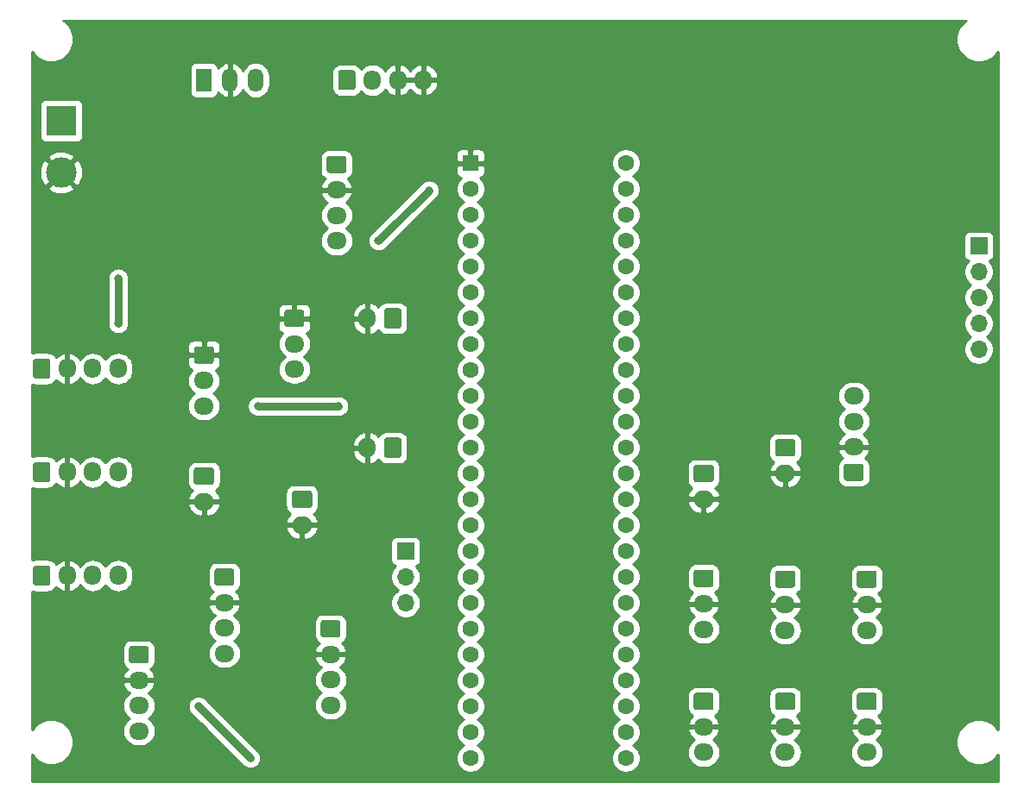
<source format=gbr>
%TF.GenerationSoftware,KiCad,Pcbnew,5.1.6+dfsg1-1*%
%TF.CreationDate,2021-03-04T16:54:05+01:00*%
%TF.ProjectId,pcb_robot_2021A,7063625f-726f-4626-9f74-5f3230323141,2.0*%
%TF.SameCoordinates,Original*%
%TF.FileFunction,Copper,L2,Bot*%
%TF.FilePolarity,Positive*%
%FSLAX46Y46*%
G04 Gerber Fmt 4.6, Leading zero omitted, Abs format (unit mm)*
G04 Created by KiCad (PCBNEW 5.1.6+dfsg1-1) date 2021-03-04 16:54:05*
%MOMM*%
%LPD*%
G01*
G04 APERTURE LIST*
%TA.AperFunction,ComponentPad*%
%ADD10O,1.950000X1.700000*%
%TD*%
%TA.AperFunction,ComponentPad*%
%ADD11C,3.000000*%
%TD*%
%TA.AperFunction,ComponentPad*%
%ADD12R,3.000000X3.000000*%
%TD*%
%TA.AperFunction,ComponentPad*%
%ADD13O,1.700000X1.700000*%
%TD*%
%TA.AperFunction,ComponentPad*%
%ADD14R,1.700000X1.700000*%
%TD*%
%TA.AperFunction,ComponentPad*%
%ADD15C,1.600000*%
%TD*%
%TA.AperFunction,ComponentPad*%
%ADD16R,1.600000X1.600000*%
%TD*%
%TA.AperFunction,ComponentPad*%
%ADD17O,1.500000X2.300000*%
%TD*%
%TA.AperFunction,ComponentPad*%
%ADD18R,1.500000X2.300000*%
%TD*%
%TA.AperFunction,ComponentPad*%
%ADD19O,2.000000X1.700000*%
%TD*%
%TA.AperFunction,ComponentPad*%
%ADD20O,1.700000X1.950000*%
%TD*%
%TA.AperFunction,ComponentPad*%
%ADD21O,1.700000X2.000000*%
%TD*%
%TA.AperFunction,ViaPad*%
%ADD22C,0.800000*%
%TD*%
%TA.AperFunction,Conductor*%
%ADD23C,0.800000*%
%TD*%
%TA.AperFunction,Conductor*%
%ADD24C,0.254000*%
%TD*%
G04 APERTURE END LIST*
D10*
%TO.P,J10,4*%
%TO.N,/enc1_B*%
X188722000Y-80003000D03*
%TO.P,J10,3*%
%TO.N,/enc1_A*%
X188722000Y-82503000D03*
%TO.P,J10,2*%
%TO.N,GND*%
X188722000Y-85003000D03*
%TO.P,J10,1*%
%TO.N,+5V*%
%TA.AperFunction,ComponentPad*%
G36*
G01*
X189447000Y-88353000D02*
X187997000Y-88353000D01*
G75*
G02*
X187747000Y-88103000I0J250000D01*
G01*
X187747000Y-86903000D01*
G75*
G02*
X187997000Y-86653000I250000J0D01*
G01*
X189447000Y-86653000D01*
G75*
G02*
X189697000Y-86903000I0J-250000D01*
G01*
X189697000Y-88103000D01*
G75*
G02*
X189447000Y-88353000I-250000J0D01*
G01*
G37*
%TD.AperFunction*%
%TD*%
%TO.P,J4,3*%
%TO.N,/IR_out1.3*%
X174000000Y-115000000D03*
%TO.P,J4,2*%
%TO.N,GND*%
X174000000Y-112500000D03*
%TO.P,J4,1*%
%TO.N,+5V*%
%TA.AperFunction,ComponentPad*%
G36*
G01*
X173275000Y-109150000D02*
X174725000Y-109150000D01*
G75*
G02*
X174975000Y-109400000I0J-250000D01*
G01*
X174975000Y-110600000D01*
G75*
G02*
X174725000Y-110850000I-250000J0D01*
G01*
X173275000Y-110850000D01*
G75*
G02*
X173025000Y-110600000I0J250000D01*
G01*
X173025000Y-109400000D01*
G75*
G02*
X173275000Y-109150000I250000J0D01*
G01*
G37*
%TD.AperFunction*%
%TD*%
%TO.P,J15,4*%
%TO.N,/RX4*%
X118618000Y-112910000D03*
%TO.P,J15,3*%
%TO.N,/TX4*%
X118618000Y-110410000D03*
%TO.P,J15,2*%
%TO.N,GND*%
X118618000Y-107910000D03*
%TO.P,J15,1*%
%TO.N,+5V*%
%TA.AperFunction,ComponentPad*%
G36*
G01*
X117893000Y-104560000D02*
X119343000Y-104560000D01*
G75*
G02*
X119593000Y-104810000I0J-250000D01*
G01*
X119593000Y-106010000D01*
G75*
G02*
X119343000Y-106260000I-250000J0D01*
G01*
X117893000Y-106260000D01*
G75*
G02*
X117643000Y-106010000I0J250000D01*
G01*
X117643000Y-104810000D01*
G75*
G02*
X117893000Y-104560000I250000J0D01*
G01*
G37*
%TD.AperFunction*%
%TD*%
%TO.P,J16,4*%
%TO.N,/Xbee_RX*%
X138000000Y-64777000D03*
%TO.P,J16,3*%
%TO.N,/Xbee_TX*%
X138000000Y-62277000D03*
%TO.P,J16,2*%
%TO.N,GND*%
X138000000Y-59777000D03*
%TO.P,J16,1*%
%TO.N,+5V*%
%TA.AperFunction,ComponentPad*%
G36*
G01*
X137275000Y-56427000D02*
X138725000Y-56427000D01*
G75*
G02*
X138975000Y-56677000I0J-250000D01*
G01*
X138975000Y-57877000D01*
G75*
G02*
X138725000Y-58127000I-250000J0D01*
G01*
X137275000Y-58127000D01*
G75*
G02*
X137025000Y-57877000I0J250000D01*
G01*
X137025000Y-56677000D01*
G75*
G02*
X137275000Y-56427000I250000J0D01*
G01*
G37*
%TD.AperFunction*%
%TD*%
%TO.P,J9,3*%
%TO.N,/mot2_dir*%
X125000000Y-81000000D03*
%TO.P,J9,2*%
%TO.N,/mot2_PWM*%
X125000000Y-78500000D03*
%TO.P,J9,1*%
%TO.N,GND*%
%TA.AperFunction,ComponentPad*%
G36*
G01*
X124275000Y-75150000D02*
X125725000Y-75150000D01*
G75*
G02*
X125975000Y-75400000I0J-250000D01*
G01*
X125975000Y-76600000D01*
G75*
G02*
X125725000Y-76850000I-250000J0D01*
G01*
X124275000Y-76850000D01*
G75*
G02*
X124025000Y-76600000I0J250000D01*
G01*
X124025000Y-75400000D01*
G75*
G02*
X124275000Y-75150000I250000J0D01*
G01*
G37*
%TD.AperFunction*%
%TD*%
%TO.P,J8,3*%
%TO.N,/mot1_dir*%
X133858000Y-77390000D03*
%TO.P,J8,2*%
%TO.N,/mot1_PWM*%
X133858000Y-74890000D03*
%TO.P,J8,1*%
%TO.N,GND*%
%TA.AperFunction,ComponentPad*%
G36*
G01*
X133133000Y-71540000D02*
X134583000Y-71540000D01*
G75*
G02*
X134833000Y-71790000I0J-250000D01*
G01*
X134833000Y-72990000D01*
G75*
G02*
X134583000Y-73240000I-250000J0D01*
G01*
X133133000Y-73240000D01*
G75*
G02*
X132883000Y-72990000I0J250000D01*
G01*
X132883000Y-71790000D01*
G75*
G02*
X133133000Y-71540000I250000J0D01*
G01*
G37*
%TD.AperFunction*%
%TD*%
D11*
%TO.P,J12,2*%
%TO.N,GND*%
X111000000Y-58080000D03*
D12*
%TO.P,J12,1*%
%TO.N,+12V*%
X111000000Y-53000000D03*
%TD*%
D10*
%TO.P,J7,3*%
%TO.N,/IR_out2.3*%
X174000000Y-102917000D03*
%TO.P,J7,2*%
%TO.N,GND*%
X174000000Y-100417000D03*
%TO.P,J7,1*%
%TO.N,+5V*%
%TA.AperFunction,ComponentPad*%
G36*
G01*
X173275000Y-97067000D02*
X174725000Y-97067000D01*
G75*
G02*
X174975000Y-97317000I0J-250000D01*
G01*
X174975000Y-98517000D01*
G75*
G02*
X174725000Y-98767000I-250000J0D01*
G01*
X173275000Y-98767000D01*
G75*
G02*
X173025000Y-98517000I0J250000D01*
G01*
X173025000Y-97317000D01*
G75*
G02*
X173275000Y-97067000I250000J0D01*
G01*
G37*
%TD.AperFunction*%
%TD*%
D13*
%TO.P,J20,5*%
%TO.N,Net-(J20-Pad5)*%
X200978000Y-75438000D03*
%TO.P,J20,4*%
%TO.N,Net-(J20-Pad4)*%
X200978000Y-72898000D03*
%TO.P,J20,3*%
%TO.N,Net-(J20-Pad3)*%
X200978000Y-70358000D03*
%TO.P,J20,2*%
%TO.N,Net-(J20-Pad2)*%
X200978000Y-67818000D03*
D14*
%TO.P,J20,1*%
%TO.N,Net-(J20-Pad1)*%
X200978000Y-65278000D03*
%TD*%
D15*
%TO.P,U2,53*%
%TO.N,+5V*%
X166370000Y-57150000D03*
%TO.P,U2,52*%
%TO.N,Net-(U2-Pad52)*%
X166370000Y-59690000D03*
%TO.P,U2,51*%
%TO.N,Net-(U2-Pad51)*%
X166370000Y-62230000D03*
%TO.P,U2,50*%
%TO.N,Net-(U2-Pad50)*%
X166370000Y-64770000D03*
%TO.P,U2,49*%
%TO.N,/lidar_in1*%
X166370000Y-67310000D03*
%TO.P,U2,48*%
%TO.N,/lidar_in2*%
X166370000Y-69850000D03*
%TO.P,U2,47*%
%TO.N,/lidar_in3*%
X166370000Y-72390000D03*
%TO.P,U2,46*%
%TO.N,/lidar_in4*%
X166370000Y-74930000D03*
%TO.P,U2,45*%
%TO.N,/lidar_in5*%
X166370000Y-77470000D03*
%TO.P,U2,44*%
%TO.N,/enc1_B*%
X166370000Y-80010000D03*
%TO.P,U2,43*%
%TO.N,/enc1_A*%
X166370000Y-82550000D03*
%TO.P,U2,42*%
%TO.N,/galet_2.2*%
X166370000Y-85090000D03*
%TO.P,U2,41*%
%TO.N,/galet_2.1*%
X166370000Y-87630000D03*
%TO.P,U2,40*%
%TO.N,Net-(U2-Pad40)*%
X166370000Y-90170000D03*
%TO.P,U2,39*%
%TO.N,Net-(U2-Pad39)*%
X166370000Y-92710000D03*
%TO.P,U2,38*%
%TO.N,Net-(U2-Pad38)*%
X166370000Y-95250000D03*
D16*
%TO.P,U2,1*%
%TO.N,GND*%
X151130000Y-57150000D03*
D15*
%TO.P,U2,2*%
%TO.N,/Xbee_RX*%
X151130000Y-59690000D03*
%TO.P,U2,3*%
%TO.N,/Xbee_TX*%
X151130000Y-62230000D03*
%TO.P,U2,4*%
%TO.N,Net-(U2-Pad4)*%
X151130000Y-64770000D03*
%TO.P,U2,5*%
%TO.N,/SCL*%
X151130000Y-67310000D03*
%TO.P,U2,6*%
%TO.N,/SDA*%
X151130000Y-69850000D03*
%TO.P,U2,7*%
%TO.N,/couleur*%
X151130000Y-72390000D03*
%TO.P,U2,8*%
%TO.N,/mot1_PWM*%
X151130000Y-74930000D03*
%TO.P,U2,9*%
%TO.N,/mot1_dir*%
X151130000Y-77470000D03*
%TO.P,U2,10*%
%TO.N,/mot2_dir*%
X151130000Y-80010000D03*
%TO.P,U2,11*%
%TO.N,/mot2_PWM*%
X151130000Y-82550000D03*
%TO.P,U2,12*%
%TO.N,/tirette*%
X151130000Y-85090000D03*
%TO.P,U2,13*%
%TO.N,/galet_1.1*%
X151130000Y-87630000D03*
%TO.P,U2,37*%
%TO.N,Net-(U2-Pad37)*%
X166370000Y-97790000D03*
%TO.P,U2,36*%
%TO.N,Net-(U2-Pad36)*%
X166370000Y-100330000D03*
%TO.P,U2,35*%
%TO.N,/IR_out2.3*%
X166370000Y-102870000D03*
%TO.P,U2,34*%
%TO.N,/IR_out2.2*%
X166370000Y-105410000D03*
%TO.P,U2,33*%
%TO.N,/IR_out2.1*%
X166370000Y-107950000D03*
%TO.P,U2,32*%
%TO.N,/IR_out1.3*%
X166370000Y-110490000D03*
%TO.P,U2,31*%
%TO.N,/IR_out1.2*%
X166370000Y-113030000D03*
%TO.P,U2,30*%
%TO.N,/IR_out1.1*%
X166370000Y-115570000D03*
%TO.P,U2,24*%
%TO.N,/TX4*%
X151130000Y-115570000D03*
%TO.P,U2,23*%
%TO.N,/RX4*%
X151130000Y-113030000D03*
%TO.P,U2,22*%
%TO.N,/enc2_B*%
X151130000Y-110490000D03*
%TO.P,U2,21*%
%TO.N,/enc2_A*%
X151130000Y-107950000D03*
%TO.P,U2,14*%
%TO.N,/galet_1.2*%
X151130000Y-90170000D03*
%TO.P,U2,15*%
%TO.N,Net-(U2-Pad15)*%
X151130000Y-92710000D03*
%TO.P,U2,16*%
%TO.N,/lidar_out1*%
X151130000Y-95250000D03*
%TO.P,U2,20*%
%TO.N,/LCD_2*%
X151130000Y-105410000D03*
%TO.P,U2,19*%
%TO.N,/LCD_1*%
X151130000Y-102870000D03*
%TO.P,U2,18*%
%TO.N,/lidar_out3*%
X151130000Y-100330000D03*
%TO.P,U2,17*%
%TO.N,/lidar_out2*%
X151130000Y-97790000D03*
%TD*%
D17*
%TO.P,U1,3*%
%TO.N,+5V*%
X130080000Y-49000000D03*
%TO.P,U1,2*%
%TO.N,GND*%
X127540000Y-49000000D03*
D18*
%TO.P,U1,1*%
%TO.N,+12V*%
X125000000Y-49000000D03*
%TD*%
%TO.P,J26,1*%
%TO.N,/galet_2.2*%
%TA.AperFunction,ComponentPad*%
G36*
G01*
X181250000Y-84240000D02*
X182750000Y-84240000D01*
G75*
G02*
X183000000Y-84490000I0J-250000D01*
G01*
X183000000Y-85690000D01*
G75*
G02*
X182750000Y-85940000I-250000J0D01*
G01*
X181250000Y-85940000D01*
G75*
G02*
X181000000Y-85690000I0J250000D01*
G01*
X181000000Y-84490000D01*
G75*
G02*
X181250000Y-84240000I250000J0D01*
G01*
G37*
%TD.AperFunction*%
D19*
%TO.P,J26,2*%
%TO.N,GND*%
X182000000Y-87590000D03*
%TD*%
%TO.P,J25,2*%
%TO.N,GND*%
X174000000Y-90130000D03*
%TO.P,J25,1*%
%TO.N,/galet_2.1*%
%TA.AperFunction,ComponentPad*%
G36*
G01*
X173250000Y-86780000D02*
X174750000Y-86780000D01*
G75*
G02*
X175000000Y-87030000I0J-250000D01*
G01*
X175000000Y-88230000D01*
G75*
G02*
X174750000Y-88480000I-250000J0D01*
G01*
X173250000Y-88480000D01*
G75*
G02*
X173000000Y-88230000I0J250000D01*
G01*
X173000000Y-87030000D01*
G75*
G02*
X173250000Y-86780000I250000J0D01*
G01*
G37*
%TD.AperFunction*%
%TD*%
%TO.P,J24,2*%
%TO.N,GND*%
X134620000Y-92670000D03*
%TO.P,J24,1*%
%TO.N,/galet_1.2*%
%TA.AperFunction,ComponentPad*%
G36*
G01*
X133870000Y-89320000D02*
X135370000Y-89320000D01*
G75*
G02*
X135620000Y-89570000I0J-250000D01*
G01*
X135620000Y-90770000D01*
G75*
G02*
X135370000Y-91020000I-250000J0D01*
G01*
X133870000Y-91020000D01*
G75*
G02*
X133620000Y-90770000I0J250000D01*
G01*
X133620000Y-89570000D01*
G75*
G02*
X133870000Y-89320000I250000J0D01*
G01*
G37*
%TD.AperFunction*%
%TD*%
%TO.P,J23,2*%
%TO.N,GND*%
X125000000Y-90384000D03*
%TO.P,J23,1*%
%TO.N,/galet_1.1*%
%TA.AperFunction,ComponentPad*%
G36*
G01*
X124250000Y-87034000D02*
X125750000Y-87034000D01*
G75*
G02*
X126000000Y-87284000I0J-250000D01*
G01*
X126000000Y-88484000D01*
G75*
G02*
X125750000Y-88734000I-250000J0D01*
G01*
X124250000Y-88734000D01*
G75*
G02*
X124000000Y-88484000I0J250000D01*
G01*
X124000000Y-87284000D01*
G75*
G02*
X124250000Y-87034000I250000J0D01*
G01*
G37*
%TD.AperFunction*%
%TD*%
D20*
%TO.P,J22,4*%
%TO.N,GND*%
X146500000Y-49000000D03*
%TO.P,J22,3*%
X144000000Y-49000000D03*
%TO.P,J22,2*%
%TO.N,+12V*%
X141500000Y-49000000D03*
%TO.P,J22,1*%
%TA.AperFunction,ComponentPad*%
G36*
G01*
X138150000Y-49725000D02*
X138150000Y-48275000D01*
G75*
G02*
X138400000Y-48025000I250000J0D01*
G01*
X139600000Y-48025000D01*
G75*
G02*
X139850000Y-48275000I0J-250000D01*
G01*
X139850000Y-49725000D01*
G75*
G02*
X139600000Y-49975000I-250000J0D01*
G01*
X138400000Y-49975000D01*
G75*
G02*
X138150000Y-49725000I0J250000D01*
G01*
G37*
%TD.AperFunction*%
%TD*%
D13*
%TO.P,J21,3*%
%TO.N,/lidar_out3*%
X144780000Y-100330000D03*
%TO.P,J21,2*%
%TO.N,/lidar_out2*%
X144780000Y-97790000D03*
D14*
%TO.P,J21,1*%
%TO.N,/lidar_out1*%
X144780000Y-95250000D03*
%TD*%
D20*
%TO.P,J19,4*%
%TO.N,/SCL*%
X116592000Y-97648000D03*
%TO.P,J19,3*%
%TO.N,/SDA*%
X114092000Y-97648000D03*
%TO.P,J19,2*%
%TO.N,GND*%
X111592000Y-97648000D03*
%TO.P,J19,1*%
%TO.N,+5V*%
%TA.AperFunction,ComponentPad*%
G36*
G01*
X108242000Y-98373000D02*
X108242000Y-96923000D01*
G75*
G02*
X108492000Y-96673000I250000J0D01*
G01*
X109692000Y-96673000D01*
G75*
G02*
X109942000Y-96923000I0J-250000D01*
G01*
X109942000Y-98373000D01*
G75*
G02*
X109692000Y-98623000I-250000J0D01*
G01*
X108492000Y-98623000D01*
G75*
G02*
X108242000Y-98373000I0J250000D01*
G01*
G37*
%TD.AperFunction*%
%TD*%
%TO.P,J18,4*%
%TO.N,/SCL*%
X116592000Y-87488000D03*
%TO.P,J18,3*%
%TO.N,/SDA*%
X114092000Y-87488000D03*
%TO.P,J18,2*%
%TO.N,GND*%
X111592000Y-87488000D03*
%TO.P,J18,1*%
%TO.N,+5V*%
%TA.AperFunction,ComponentPad*%
G36*
G01*
X108242000Y-88213000D02*
X108242000Y-86763000D01*
G75*
G02*
X108492000Y-86513000I250000J0D01*
G01*
X109692000Y-86513000D01*
G75*
G02*
X109942000Y-86763000I0J-250000D01*
G01*
X109942000Y-88213000D01*
G75*
G02*
X109692000Y-88463000I-250000J0D01*
G01*
X108492000Y-88463000D01*
G75*
G02*
X108242000Y-88213000I0J250000D01*
G01*
G37*
%TD.AperFunction*%
%TD*%
%TO.P,J17,4*%
%TO.N,/SCL*%
X116592000Y-77328000D03*
%TO.P,J17,3*%
%TO.N,/SDA*%
X114092000Y-77328000D03*
%TO.P,J17,2*%
%TO.N,GND*%
X111592000Y-77328000D03*
%TO.P,J17,1*%
%TO.N,+5V*%
%TA.AperFunction,ComponentPad*%
G36*
G01*
X108242000Y-78053000D02*
X108242000Y-76603000D01*
G75*
G02*
X108492000Y-76353000I250000J0D01*
G01*
X109692000Y-76353000D01*
G75*
G02*
X109942000Y-76603000I0J-250000D01*
G01*
X109942000Y-78053000D01*
G75*
G02*
X109692000Y-78303000I-250000J0D01*
G01*
X108492000Y-78303000D01*
G75*
G02*
X108242000Y-78053000I0J250000D01*
G01*
G37*
%TD.AperFunction*%
%TD*%
D21*
%TO.P,J14,2*%
%TO.N,GND*%
X141010000Y-72390000D03*
%TO.P,J14,1*%
%TO.N,/couleur*%
%TA.AperFunction,ComponentPad*%
G36*
G01*
X144360000Y-71640000D02*
X144360000Y-73140000D01*
G75*
G02*
X144110000Y-73390000I-250000J0D01*
G01*
X142910000Y-73390000D01*
G75*
G02*
X142660000Y-73140000I0J250000D01*
G01*
X142660000Y-71640000D01*
G75*
G02*
X142910000Y-71390000I250000J0D01*
G01*
X144110000Y-71390000D01*
G75*
G02*
X144360000Y-71640000I0J-250000D01*
G01*
G37*
%TD.AperFunction*%
%TD*%
%TO.P,J13,2*%
%TO.N,GND*%
X141010000Y-85090000D03*
%TO.P,J13,1*%
%TO.N,/tirette*%
%TA.AperFunction,ComponentPad*%
G36*
G01*
X144360000Y-84340000D02*
X144360000Y-85840000D01*
G75*
G02*
X144110000Y-86090000I-250000J0D01*
G01*
X142910000Y-86090000D01*
G75*
G02*
X142660000Y-85840000I0J250000D01*
G01*
X142660000Y-84340000D01*
G75*
G02*
X142910000Y-84090000I250000J0D01*
G01*
X144110000Y-84090000D01*
G75*
G02*
X144360000Y-84340000I0J-250000D01*
G01*
G37*
%TD.AperFunction*%
%TD*%
D10*
%TO.P,J11,4*%
%TO.N,/enc2_B*%
X137414000Y-110370000D03*
%TO.P,J11,3*%
%TO.N,/enc2_A*%
X137414000Y-107870000D03*
%TO.P,J11,2*%
%TO.N,GND*%
X137414000Y-105370000D03*
%TO.P,J11,1*%
%TO.N,+5V*%
%TA.AperFunction,ComponentPad*%
G36*
G01*
X136689000Y-102020000D02*
X138139000Y-102020000D01*
G75*
G02*
X138389000Y-102270000I0J-250000D01*
G01*
X138389000Y-103470000D01*
G75*
G02*
X138139000Y-103720000I-250000J0D01*
G01*
X136689000Y-103720000D01*
G75*
G02*
X136439000Y-103470000I0J250000D01*
G01*
X136439000Y-102270000D01*
G75*
G02*
X136689000Y-102020000I250000J0D01*
G01*
G37*
%TD.AperFunction*%
%TD*%
%TO.P,J6,3*%
%TO.N,/IR_out2.2*%
X182000000Y-103000000D03*
%TO.P,J6,2*%
%TO.N,GND*%
X182000000Y-100500000D03*
%TO.P,J6,1*%
%TO.N,+5V*%
%TA.AperFunction,ComponentPad*%
G36*
G01*
X181275000Y-97150000D02*
X182725000Y-97150000D01*
G75*
G02*
X182975000Y-97400000I0J-250000D01*
G01*
X182975000Y-98600000D01*
G75*
G02*
X182725000Y-98850000I-250000J0D01*
G01*
X181275000Y-98850000D01*
G75*
G02*
X181025000Y-98600000I0J250000D01*
G01*
X181025000Y-97400000D01*
G75*
G02*
X181275000Y-97150000I250000J0D01*
G01*
G37*
%TD.AperFunction*%
%TD*%
%TO.P,J5,3*%
%TO.N,/IR_out2.1*%
X190000000Y-103000000D03*
%TO.P,J5,2*%
%TO.N,GND*%
X190000000Y-100500000D03*
%TO.P,J5,1*%
%TO.N,+5V*%
%TA.AperFunction,ComponentPad*%
G36*
G01*
X189275000Y-97150000D02*
X190725000Y-97150000D01*
G75*
G02*
X190975000Y-97400000I0J-250000D01*
G01*
X190975000Y-98600000D01*
G75*
G02*
X190725000Y-98850000I-250000J0D01*
G01*
X189275000Y-98850000D01*
G75*
G02*
X189025000Y-98600000I0J250000D01*
G01*
X189025000Y-97400000D01*
G75*
G02*
X189275000Y-97150000I250000J0D01*
G01*
G37*
%TD.AperFunction*%
%TD*%
%TO.P,J3,3*%
%TO.N,/IR_out1.2*%
X182000000Y-115000000D03*
%TO.P,J3,2*%
%TO.N,GND*%
X182000000Y-112500000D03*
%TO.P,J3,1*%
%TO.N,+5V*%
%TA.AperFunction,ComponentPad*%
G36*
G01*
X181275000Y-109150000D02*
X182725000Y-109150000D01*
G75*
G02*
X182975000Y-109400000I0J-250000D01*
G01*
X182975000Y-110600000D01*
G75*
G02*
X182725000Y-110850000I-250000J0D01*
G01*
X181275000Y-110850000D01*
G75*
G02*
X181025000Y-110600000I0J250000D01*
G01*
X181025000Y-109400000D01*
G75*
G02*
X181275000Y-109150000I250000J0D01*
G01*
G37*
%TD.AperFunction*%
%TD*%
%TO.P,J2,3*%
%TO.N,/IR_out1.1*%
X190000000Y-115000000D03*
%TO.P,J2,2*%
%TO.N,GND*%
X190000000Y-112500000D03*
%TO.P,J2,1*%
%TO.N,+5V*%
%TA.AperFunction,ComponentPad*%
G36*
G01*
X189275000Y-109150000D02*
X190725000Y-109150000D01*
G75*
G02*
X190975000Y-109400000I0J-250000D01*
G01*
X190975000Y-110600000D01*
G75*
G02*
X190725000Y-110850000I-250000J0D01*
G01*
X189275000Y-110850000D01*
G75*
G02*
X189025000Y-110600000I0J250000D01*
G01*
X189025000Y-109400000D01*
G75*
G02*
X189275000Y-109150000I250000J0D01*
G01*
G37*
%TD.AperFunction*%
%TD*%
%TO.P,J1,4*%
%TO.N,/LCD_2*%
X127000000Y-105290000D03*
%TO.P,J1,3*%
%TO.N,/LCD_1*%
X127000000Y-102790000D03*
%TO.P,J1,2*%
%TO.N,GND*%
X127000000Y-100290000D03*
%TO.P,J1,1*%
%TO.N,+5V*%
%TA.AperFunction,ComponentPad*%
G36*
G01*
X126275000Y-96940000D02*
X127725000Y-96940000D01*
G75*
G02*
X127975000Y-97190000I0J-250000D01*
G01*
X127975000Y-98390000D01*
G75*
G02*
X127725000Y-98640000I-250000J0D01*
G01*
X126275000Y-98640000D01*
G75*
G02*
X126025000Y-98390000I0J250000D01*
G01*
X126025000Y-97190000D01*
G75*
G02*
X126275000Y-96940000I250000J0D01*
G01*
G37*
%TD.AperFunction*%
%TD*%
D22*
%TO.N,GND*%
X181885000Y-69934000D03*
X176297000Y-67394000D03*
X186881000Y-72390000D03*
X198057000Y-77470000D03*
X192469000Y-74930000D03*
X130659000Y-56016000D03*
X125588000Y-56152000D03*
X118712000Y-52959000D03*
%TO.N,/mot2_dir*%
X130276000Y-81000000D03*
X138202000Y-81000000D03*
%TO.N,/TX4*%
X129540000Y-115570000D03*
X124460000Y-110490000D03*
%TO.N,/Xbee_RX*%
X142106000Y-64777000D03*
X147066000Y-59817000D03*
%TO.N,/SCL*%
X116592000Y-72904000D03*
X116592000Y-68459000D03*
%TD*%
D23*
%TO.N,/mot2_dir*%
X130276000Y-81000000D02*
X138202000Y-81000000D01*
X138202000Y-81000000D02*
X138202000Y-81000000D01*
%TO.N,/TX4*%
X129540000Y-115570000D02*
X125476000Y-111506000D01*
X125476000Y-111506000D02*
X124460000Y-110490000D01*
X124460000Y-110490000D02*
X124460000Y-110490000D01*
%TO.N,/Xbee_RX*%
X142106000Y-64777000D02*
X147066000Y-59817000D01*
X147066000Y-59817000D02*
X147066000Y-59817000D01*
%TO.N,/SCL*%
X116592000Y-72904000D02*
X116592000Y-68459000D01*
X116592000Y-68459000D02*
X116592000Y-68459000D01*
%TD*%
D24*
%TO.N,GND*%
G36*
X199575271Y-43263962D02*
G01*
X199263962Y-43575271D01*
X199019369Y-43941331D01*
X198850890Y-44348075D01*
X198765000Y-44779872D01*
X198765000Y-45220128D01*
X198850890Y-45651925D01*
X199019369Y-46058669D01*
X199263962Y-46424729D01*
X199575271Y-46736038D01*
X199941331Y-46980631D01*
X200348075Y-47149110D01*
X200779872Y-47235000D01*
X201220128Y-47235000D01*
X201651925Y-47149110D01*
X202058669Y-46980631D01*
X202424729Y-46736038D01*
X202736038Y-46424729D01*
X202873000Y-46219750D01*
X202873000Y-112780250D01*
X202736038Y-112575271D01*
X202424729Y-112263962D01*
X202058669Y-112019369D01*
X201651925Y-111850890D01*
X201220128Y-111765000D01*
X200779872Y-111765000D01*
X200348075Y-111850890D01*
X199941331Y-112019369D01*
X199575271Y-112263962D01*
X199263962Y-112575271D01*
X199019369Y-112941331D01*
X198850890Y-113348075D01*
X198765000Y-113779872D01*
X198765000Y-114220128D01*
X198850890Y-114651925D01*
X199019369Y-115058669D01*
X199263962Y-115424729D01*
X199575271Y-115736038D01*
X199941331Y-115980631D01*
X200348075Y-116149110D01*
X200779872Y-116235000D01*
X201220128Y-116235000D01*
X201651925Y-116149110D01*
X202058669Y-115980631D01*
X202424729Y-115736038D01*
X202736038Y-115424729D01*
X202873000Y-115219750D01*
X202873000Y-117873000D01*
X108127000Y-117873000D01*
X108127000Y-115219750D01*
X108263962Y-115424729D01*
X108575271Y-115736038D01*
X108941331Y-115980631D01*
X109348075Y-116149110D01*
X109779872Y-116235000D01*
X110220128Y-116235000D01*
X110651925Y-116149110D01*
X111058669Y-115980631D01*
X111424729Y-115736038D01*
X111736038Y-115424729D01*
X111980631Y-115058669D01*
X112149110Y-114651925D01*
X112235000Y-114220128D01*
X112235000Y-113779872D01*
X112149110Y-113348075D01*
X111980631Y-112941331D01*
X111736038Y-112575271D01*
X111424729Y-112263962D01*
X111058669Y-112019369D01*
X110651925Y-111850890D01*
X110220128Y-111765000D01*
X109779872Y-111765000D01*
X109348075Y-111850890D01*
X108941331Y-112019369D01*
X108575271Y-112263962D01*
X108263962Y-112575271D01*
X108127000Y-112780250D01*
X108127000Y-110410000D01*
X117000815Y-110410000D01*
X117029487Y-110701111D01*
X117114401Y-110981034D01*
X117252294Y-111239014D01*
X117437866Y-111465134D01*
X117663986Y-111650706D01*
X117681374Y-111660000D01*
X117663986Y-111669294D01*
X117437866Y-111854866D01*
X117252294Y-112080986D01*
X117114401Y-112338966D01*
X117029487Y-112618889D01*
X117000815Y-112910000D01*
X117029487Y-113201111D01*
X117114401Y-113481034D01*
X117252294Y-113739014D01*
X117437866Y-113965134D01*
X117663986Y-114150706D01*
X117921966Y-114288599D01*
X118201889Y-114373513D01*
X118420050Y-114395000D01*
X118815950Y-114395000D01*
X119034111Y-114373513D01*
X119314034Y-114288599D01*
X119572014Y-114150706D01*
X119798134Y-113965134D01*
X119983706Y-113739014D01*
X120121599Y-113481034D01*
X120206513Y-113201111D01*
X120235185Y-112910000D01*
X120206513Y-112618889D01*
X120121599Y-112338966D01*
X119983706Y-112080986D01*
X119798134Y-111854866D01*
X119572014Y-111669294D01*
X119554626Y-111660000D01*
X119572014Y-111650706D01*
X119798134Y-111465134D01*
X119983706Y-111239014D01*
X120121599Y-110981034D01*
X120206513Y-110701111D01*
X120227305Y-110490000D01*
X123419993Y-110490000D01*
X123425000Y-110540838D01*
X123425000Y-110591939D01*
X123434969Y-110642057D01*
X123439976Y-110692895D01*
X123454804Y-110741777D01*
X123464774Y-110791898D01*
X123484331Y-110839113D01*
X123499159Y-110887993D01*
X123523238Y-110933042D01*
X123542795Y-110980256D01*
X123571186Y-111022746D01*
X123595266Y-111067797D01*
X123627672Y-111107284D01*
X123656063Y-111149774D01*
X123692196Y-111185907D01*
X123724604Y-111225396D01*
X123764092Y-111257803D01*
X123800226Y-111293937D01*
X123800229Y-111293939D01*
X124780092Y-112273803D01*
X124780097Y-112273807D01*
X128736063Y-116229774D01*
X128880226Y-116373937D01*
X128922712Y-116402325D01*
X128962202Y-116434734D01*
X129007256Y-116458816D01*
X129049744Y-116487205D01*
X129096959Y-116506762D01*
X129142006Y-116530840D01*
X129190881Y-116545666D01*
X129238102Y-116565226D01*
X129288229Y-116575197D01*
X129337104Y-116590023D01*
X129387936Y-116595030D01*
X129438061Y-116605000D01*
X129489164Y-116605000D01*
X129540000Y-116610007D01*
X129590835Y-116605000D01*
X129641939Y-116605000D01*
X129692064Y-116595030D01*
X129742895Y-116590023D01*
X129791768Y-116575197D01*
X129841898Y-116565226D01*
X129889122Y-116545665D01*
X129937993Y-116530840D01*
X129983036Y-116506764D01*
X130030256Y-116487205D01*
X130072748Y-116458813D01*
X130117797Y-116434734D01*
X130157284Y-116402328D01*
X130199774Y-116373937D01*
X130235908Y-116337803D01*
X130275396Y-116305396D01*
X130307803Y-116265908D01*
X130343937Y-116229774D01*
X130372328Y-116187284D01*
X130404734Y-116147797D01*
X130428813Y-116102748D01*
X130457205Y-116060256D01*
X130476764Y-116013036D01*
X130500840Y-115967993D01*
X130515665Y-115919122D01*
X130535226Y-115871898D01*
X130545197Y-115821768D01*
X130560023Y-115772895D01*
X130565030Y-115722064D01*
X130575000Y-115671939D01*
X130575000Y-115620835D01*
X130580007Y-115570000D01*
X130575000Y-115519164D01*
X130575000Y-115468061D01*
X130565030Y-115417936D01*
X130560023Y-115367104D01*
X130545197Y-115318229D01*
X130535226Y-115268102D01*
X130515666Y-115220881D01*
X130500840Y-115172006D01*
X130476762Y-115126959D01*
X130457205Y-115079744D01*
X130428816Y-115037256D01*
X130404734Y-114992202D01*
X130372325Y-114952712D01*
X130343937Y-114910226D01*
X130199774Y-114766063D01*
X126243807Y-110810097D01*
X126243803Y-110810092D01*
X125263939Y-109830229D01*
X125263937Y-109830226D01*
X125227803Y-109794092D01*
X125195396Y-109754604D01*
X125155908Y-109722197D01*
X125119774Y-109686063D01*
X125077284Y-109657672D01*
X125037797Y-109625266D01*
X124992746Y-109601186D01*
X124950256Y-109572795D01*
X124903042Y-109553238D01*
X124857993Y-109529159D01*
X124809113Y-109514331D01*
X124761898Y-109494774D01*
X124711777Y-109484804D01*
X124662895Y-109469976D01*
X124612057Y-109464969D01*
X124561939Y-109455000D01*
X124510828Y-109455000D01*
X124460000Y-109449994D01*
X124409172Y-109455000D01*
X124358061Y-109455000D01*
X124307943Y-109464969D01*
X124257105Y-109469976D01*
X124208223Y-109484804D01*
X124158102Y-109494774D01*
X124110887Y-109514331D01*
X124062007Y-109529159D01*
X124016958Y-109553238D01*
X123969744Y-109572795D01*
X123927254Y-109601186D01*
X123882203Y-109625266D01*
X123842716Y-109657672D01*
X123800226Y-109686063D01*
X123764092Y-109722197D01*
X123724604Y-109754604D01*
X123692197Y-109794092D01*
X123656063Y-109830226D01*
X123627672Y-109872716D01*
X123595266Y-109912203D01*
X123571186Y-109957254D01*
X123542795Y-109999744D01*
X123523238Y-110046958D01*
X123499159Y-110092007D01*
X123484331Y-110140887D01*
X123464774Y-110188102D01*
X123454804Y-110238223D01*
X123439976Y-110287105D01*
X123434969Y-110337943D01*
X123425000Y-110388061D01*
X123425000Y-110439162D01*
X123419993Y-110490000D01*
X120227305Y-110490000D01*
X120235185Y-110410000D01*
X120206513Y-110118889D01*
X120121599Y-109838966D01*
X119983706Y-109580986D01*
X119798134Y-109354866D01*
X119572014Y-109169294D01*
X119546278Y-109155538D01*
X119752429Y-108999049D01*
X119945496Y-108781193D01*
X120092352Y-108529858D01*
X120184476Y-108266890D01*
X120063155Y-108037000D01*
X118745000Y-108037000D01*
X118745000Y-108057000D01*
X118491000Y-108057000D01*
X118491000Y-108037000D01*
X117172845Y-108037000D01*
X117051524Y-108266890D01*
X117143648Y-108529858D01*
X117290504Y-108781193D01*
X117483571Y-108999049D01*
X117689722Y-109155538D01*
X117663986Y-109169294D01*
X117437866Y-109354866D01*
X117252294Y-109580986D01*
X117114401Y-109838966D01*
X117029487Y-110118889D01*
X117000815Y-110410000D01*
X108127000Y-110410000D01*
X108127000Y-107870000D01*
X135796815Y-107870000D01*
X135825487Y-108161111D01*
X135910401Y-108441034D01*
X136048294Y-108699014D01*
X136233866Y-108925134D01*
X136459986Y-109110706D01*
X136477374Y-109120000D01*
X136459986Y-109129294D01*
X136233866Y-109314866D01*
X136048294Y-109540986D01*
X135910401Y-109798966D01*
X135825487Y-110078889D01*
X135796815Y-110370000D01*
X135825487Y-110661111D01*
X135910401Y-110941034D01*
X136048294Y-111199014D01*
X136233866Y-111425134D01*
X136459986Y-111610706D01*
X136717966Y-111748599D01*
X136997889Y-111833513D01*
X137216050Y-111855000D01*
X137611950Y-111855000D01*
X137830111Y-111833513D01*
X138110034Y-111748599D01*
X138368014Y-111610706D01*
X138594134Y-111425134D01*
X138779706Y-111199014D01*
X138917599Y-110941034D01*
X139002513Y-110661111D01*
X139031185Y-110370000D01*
X139002513Y-110078889D01*
X138917599Y-109798966D01*
X138779706Y-109540986D01*
X138594134Y-109314866D01*
X138368014Y-109129294D01*
X138350626Y-109120000D01*
X138368014Y-109110706D01*
X138594134Y-108925134D01*
X138779706Y-108699014D01*
X138917599Y-108441034D01*
X139002513Y-108161111D01*
X139031185Y-107870000D01*
X139002513Y-107578889D01*
X138917599Y-107298966D01*
X138779706Y-107040986D01*
X138594134Y-106814866D01*
X138368014Y-106629294D01*
X138342278Y-106615538D01*
X138548429Y-106459049D01*
X138741496Y-106241193D01*
X138888352Y-105989858D01*
X138980476Y-105726890D01*
X138859155Y-105497000D01*
X137541000Y-105497000D01*
X137541000Y-105517000D01*
X137287000Y-105517000D01*
X137287000Y-105497000D01*
X135968845Y-105497000D01*
X135847524Y-105726890D01*
X135939648Y-105989858D01*
X136086504Y-106241193D01*
X136279571Y-106459049D01*
X136485722Y-106615538D01*
X136459986Y-106629294D01*
X136233866Y-106814866D01*
X136048294Y-107040986D01*
X135910401Y-107298966D01*
X135825487Y-107578889D01*
X135796815Y-107870000D01*
X108127000Y-107870000D01*
X108127000Y-104810000D01*
X117004928Y-104810000D01*
X117004928Y-106010000D01*
X117021992Y-106183254D01*
X117072528Y-106349850D01*
X117154595Y-106503386D01*
X117265038Y-106637962D01*
X117399614Y-106748405D01*
X117504961Y-106804714D01*
X117483571Y-106820951D01*
X117290504Y-107038807D01*
X117143648Y-107290142D01*
X117051524Y-107553110D01*
X117172845Y-107783000D01*
X118491000Y-107783000D01*
X118491000Y-107763000D01*
X118745000Y-107763000D01*
X118745000Y-107783000D01*
X120063155Y-107783000D01*
X120184476Y-107553110D01*
X120092352Y-107290142D01*
X119945496Y-107038807D01*
X119752429Y-106820951D01*
X119731039Y-106804714D01*
X119836386Y-106748405D01*
X119970962Y-106637962D01*
X120081405Y-106503386D01*
X120163472Y-106349850D01*
X120214008Y-106183254D01*
X120231072Y-106010000D01*
X120231072Y-104810000D01*
X120214008Y-104636746D01*
X120163472Y-104470150D01*
X120081405Y-104316614D01*
X119970962Y-104182038D01*
X119836386Y-104071595D01*
X119682850Y-103989528D01*
X119516254Y-103938992D01*
X119343000Y-103921928D01*
X117893000Y-103921928D01*
X117719746Y-103938992D01*
X117553150Y-103989528D01*
X117399614Y-104071595D01*
X117265038Y-104182038D01*
X117154595Y-104316614D01*
X117072528Y-104470150D01*
X117021992Y-104636746D01*
X117004928Y-104810000D01*
X108127000Y-104810000D01*
X108127000Y-102790000D01*
X125382815Y-102790000D01*
X125411487Y-103081111D01*
X125496401Y-103361034D01*
X125634294Y-103619014D01*
X125819866Y-103845134D01*
X126045986Y-104030706D01*
X126063374Y-104040000D01*
X126045986Y-104049294D01*
X125819866Y-104234866D01*
X125634294Y-104460986D01*
X125496401Y-104718966D01*
X125411487Y-104998889D01*
X125382815Y-105290000D01*
X125411487Y-105581111D01*
X125496401Y-105861034D01*
X125634294Y-106119014D01*
X125819866Y-106345134D01*
X126045986Y-106530706D01*
X126303966Y-106668599D01*
X126583889Y-106753513D01*
X126802050Y-106775000D01*
X127197950Y-106775000D01*
X127416111Y-106753513D01*
X127696034Y-106668599D01*
X127954014Y-106530706D01*
X128180134Y-106345134D01*
X128365706Y-106119014D01*
X128503599Y-105861034D01*
X128588513Y-105581111D01*
X128617185Y-105290000D01*
X128588513Y-104998889D01*
X128503599Y-104718966D01*
X128365706Y-104460986D01*
X128180134Y-104234866D01*
X127954014Y-104049294D01*
X127936626Y-104040000D01*
X127954014Y-104030706D01*
X128180134Y-103845134D01*
X128365706Y-103619014D01*
X128503599Y-103361034D01*
X128588513Y-103081111D01*
X128617185Y-102790000D01*
X128588513Y-102498889D01*
X128519081Y-102270000D01*
X135800928Y-102270000D01*
X135800928Y-103470000D01*
X135817992Y-103643254D01*
X135868528Y-103809850D01*
X135950595Y-103963386D01*
X136061038Y-104097962D01*
X136195614Y-104208405D01*
X136300961Y-104264714D01*
X136279571Y-104280951D01*
X136086504Y-104498807D01*
X135939648Y-104750142D01*
X135847524Y-105013110D01*
X135968845Y-105243000D01*
X137287000Y-105243000D01*
X137287000Y-105223000D01*
X137541000Y-105223000D01*
X137541000Y-105243000D01*
X138859155Y-105243000D01*
X138980476Y-105013110D01*
X138888352Y-104750142D01*
X138741496Y-104498807D01*
X138548429Y-104280951D01*
X138527039Y-104264714D01*
X138632386Y-104208405D01*
X138766962Y-104097962D01*
X138877405Y-103963386D01*
X138959472Y-103809850D01*
X139010008Y-103643254D01*
X139027072Y-103470000D01*
X139027072Y-102270000D01*
X139010008Y-102096746D01*
X138959472Y-101930150D01*
X138877405Y-101776614D01*
X138766962Y-101642038D01*
X138632386Y-101531595D01*
X138478850Y-101449528D01*
X138312254Y-101398992D01*
X138139000Y-101381928D01*
X136689000Y-101381928D01*
X136515746Y-101398992D01*
X136349150Y-101449528D01*
X136195614Y-101531595D01*
X136061038Y-101642038D01*
X135950595Y-101776614D01*
X135868528Y-101930150D01*
X135817992Y-102096746D01*
X135800928Y-102270000D01*
X128519081Y-102270000D01*
X128503599Y-102218966D01*
X128365706Y-101960986D01*
X128180134Y-101734866D01*
X127954014Y-101549294D01*
X127928278Y-101535538D01*
X128134429Y-101379049D01*
X128327496Y-101161193D01*
X128474352Y-100909858D01*
X128566476Y-100646890D01*
X128445155Y-100417000D01*
X127127000Y-100417000D01*
X127127000Y-100437000D01*
X126873000Y-100437000D01*
X126873000Y-100417000D01*
X125554845Y-100417000D01*
X125433524Y-100646890D01*
X125525648Y-100909858D01*
X125672504Y-101161193D01*
X125865571Y-101379049D01*
X126071722Y-101535538D01*
X126045986Y-101549294D01*
X125819866Y-101734866D01*
X125634294Y-101960986D01*
X125496401Y-102218966D01*
X125411487Y-102498889D01*
X125382815Y-102790000D01*
X108127000Y-102790000D01*
X108127000Y-99180029D01*
X108152150Y-99193472D01*
X108318746Y-99244008D01*
X108492000Y-99261072D01*
X109692000Y-99261072D01*
X109865254Y-99244008D01*
X110031850Y-99193472D01*
X110185386Y-99111405D01*
X110319962Y-99000962D01*
X110430405Y-98866386D01*
X110486714Y-98761039D01*
X110502951Y-98782429D01*
X110720807Y-98975496D01*
X110972142Y-99122352D01*
X111235110Y-99214476D01*
X111465000Y-99093155D01*
X111465000Y-97775000D01*
X111445000Y-97775000D01*
X111445000Y-97521000D01*
X111465000Y-97521000D01*
X111465000Y-96202845D01*
X111719000Y-96202845D01*
X111719000Y-97521000D01*
X111739000Y-97521000D01*
X111739000Y-97775000D01*
X111719000Y-97775000D01*
X111719000Y-99093155D01*
X111948890Y-99214476D01*
X112211858Y-99122352D01*
X112463193Y-98975496D01*
X112681049Y-98782429D01*
X112837538Y-98576278D01*
X112851294Y-98602014D01*
X113036866Y-98828134D01*
X113262987Y-99013706D01*
X113520967Y-99151599D01*
X113800890Y-99236513D01*
X114092000Y-99265185D01*
X114383111Y-99236513D01*
X114663034Y-99151599D01*
X114921014Y-99013706D01*
X115147134Y-98828134D01*
X115332706Y-98602014D01*
X115342000Y-98584626D01*
X115351294Y-98602014D01*
X115536866Y-98828134D01*
X115762987Y-99013706D01*
X116020967Y-99151599D01*
X116300890Y-99236513D01*
X116592000Y-99265185D01*
X116883111Y-99236513D01*
X117163034Y-99151599D01*
X117421014Y-99013706D01*
X117647134Y-98828134D01*
X117832706Y-98602014D01*
X117970599Y-98344033D01*
X118055513Y-98064110D01*
X118077000Y-97845949D01*
X118077000Y-97450050D01*
X118055513Y-97231889D01*
X118042807Y-97190000D01*
X125386928Y-97190000D01*
X125386928Y-98390000D01*
X125403992Y-98563254D01*
X125454528Y-98729850D01*
X125536595Y-98883386D01*
X125647038Y-99017962D01*
X125781614Y-99128405D01*
X125886961Y-99184714D01*
X125865571Y-99200951D01*
X125672504Y-99418807D01*
X125525648Y-99670142D01*
X125433524Y-99933110D01*
X125554845Y-100163000D01*
X126873000Y-100163000D01*
X126873000Y-100143000D01*
X127127000Y-100143000D01*
X127127000Y-100163000D01*
X128445155Y-100163000D01*
X128566476Y-99933110D01*
X128474352Y-99670142D01*
X128327496Y-99418807D01*
X128134429Y-99200951D01*
X128113039Y-99184714D01*
X128218386Y-99128405D01*
X128352962Y-99017962D01*
X128463405Y-98883386D01*
X128545472Y-98729850D01*
X128596008Y-98563254D01*
X128613072Y-98390000D01*
X128613072Y-97190000D01*
X128596008Y-97016746D01*
X128545472Y-96850150D01*
X128463405Y-96696614D01*
X128352962Y-96562038D01*
X128218386Y-96451595D01*
X128064850Y-96369528D01*
X127898254Y-96318992D01*
X127725000Y-96301928D01*
X126275000Y-96301928D01*
X126101746Y-96318992D01*
X125935150Y-96369528D01*
X125781614Y-96451595D01*
X125647038Y-96562038D01*
X125536595Y-96696614D01*
X125454528Y-96850150D01*
X125403992Y-97016746D01*
X125386928Y-97190000D01*
X118042807Y-97190000D01*
X117970599Y-96951966D01*
X117832706Y-96693986D01*
X117647134Y-96467866D01*
X117421013Y-96282294D01*
X117163033Y-96144401D01*
X116883110Y-96059487D01*
X116592000Y-96030815D01*
X116300889Y-96059487D01*
X116020966Y-96144401D01*
X115762986Y-96282294D01*
X115536866Y-96467866D01*
X115351294Y-96693987D01*
X115342000Y-96711374D01*
X115332706Y-96693986D01*
X115147134Y-96467866D01*
X114921013Y-96282294D01*
X114663033Y-96144401D01*
X114383110Y-96059487D01*
X114092000Y-96030815D01*
X113800889Y-96059487D01*
X113520966Y-96144401D01*
X113262986Y-96282294D01*
X113036866Y-96467866D01*
X112851294Y-96693987D01*
X112837538Y-96719722D01*
X112681049Y-96513571D01*
X112463193Y-96320504D01*
X112211858Y-96173648D01*
X111948890Y-96081524D01*
X111719000Y-96202845D01*
X111465000Y-96202845D01*
X111235110Y-96081524D01*
X110972142Y-96173648D01*
X110720807Y-96320504D01*
X110502951Y-96513571D01*
X110486714Y-96534961D01*
X110430405Y-96429614D01*
X110319962Y-96295038D01*
X110185386Y-96184595D01*
X110031850Y-96102528D01*
X109865254Y-96051992D01*
X109692000Y-96034928D01*
X108492000Y-96034928D01*
X108318746Y-96051992D01*
X108152150Y-96102528D01*
X108127000Y-96115971D01*
X108127000Y-94400000D01*
X143291928Y-94400000D01*
X143291928Y-96100000D01*
X143304188Y-96224482D01*
X143340498Y-96344180D01*
X143399463Y-96454494D01*
X143478815Y-96551185D01*
X143575506Y-96630537D01*
X143685820Y-96689502D01*
X143758380Y-96711513D01*
X143626525Y-96843368D01*
X143464010Y-97086589D01*
X143352068Y-97356842D01*
X143295000Y-97643740D01*
X143295000Y-97936260D01*
X143352068Y-98223158D01*
X143464010Y-98493411D01*
X143626525Y-98736632D01*
X143833368Y-98943475D01*
X144007760Y-99060000D01*
X143833368Y-99176525D01*
X143626525Y-99383368D01*
X143464010Y-99626589D01*
X143352068Y-99896842D01*
X143295000Y-100183740D01*
X143295000Y-100476260D01*
X143352068Y-100763158D01*
X143464010Y-101033411D01*
X143626525Y-101276632D01*
X143833368Y-101483475D01*
X144076589Y-101645990D01*
X144346842Y-101757932D01*
X144633740Y-101815000D01*
X144926260Y-101815000D01*
X145213158Y-101757932D01*
X145483411Y-101645990D01*
X145726632Y-101483475D01*
X145933475Y-101276632D01*
X146095990Y-101033411D01*
X146207932Y-100763158D01*
X146265000Y-100476260D01*
X146265000Y-100183740D01*
X146207932Y-99896842D01*
X146095990Y-99626589D01*
X145933475Y-99383368D01*
X145726632Y-99176525D01*
X145552240Y-99060000D01*
X145726632Y-98943475D01*
X145933475Y-98736632D01*
X146095990Y-98493411D01*
X146207932Y-98223158D01*
X146265000Y-97936260D01*
X146265000Y-97643740D01*
X146207932Y-97356842D01*
X146095990Y-97086589D01*
X145933475Y-96843368D01*
X145801620Y-96711513D01*
X145874180Y-96689502D01*
X145984494Y-96630537D01*
X146081185Y-96551185D01*
X146160537Y-96454494D01*
X146219502Y-96344180D01*
X146255812Y-96224482D01*
X146268072Y-96100000D01*
X146268072Y-94400000D01*
X146255812Y-94275518D01*
X146219502Y-94155820D01*
X146160537Y-94045506D01*
X146081185Y-93948815D01*
X145984494Y-93869463D01*
X145874180Y-93810498D01*
X145754482Y-93774188D01*
X145630000Y-93761928D01*
X143930000Y-93761928D01*
X143805518Y-93774188D01*
X143685820Y-93810498D01*
X143575506Y-93869463D01*
X143478815Y-93948815D01*
X143399463Y-94045506D01*
X143340498Y-94155820D01*
X143304188Y-94275518D01*
X143291928Y-94400000D01*
X108127000Y-94400000D01*
X108127000Y-93026890D01*
X133028524Y-93026890D01*
X133030446Y-93039261D01*
X133130146Y-93313009D01*
X133281336Y-93562046D01*
X133478205Y-93776802D01*
X133713188Y-93949025D01*
X133977255Y-94072096D01*
X134260258Y-94141285D01*
X134493000Y-93997232D01*
X134493000Y-92797000D01*
X134747000Y-92797000D01*
X134747000Y-93997232D01*
X134979742Y-94141285D01*
X135262745Y-94072096D01*
X135526812Y-93949025D01*
X135761795Y-93776802D01*
X135958664Y-93562046D01*
X136109854Y-93313009D01*
X136209554Y-93039261D01*
X136211476Y-93026890D01*
X136090155Y-92797000D01*
X134747000Y-92797000D01*
X134493000Y-92797000D01*
X133149845Y-92797000D01*
X133028524Y-93026890D01*
X108127000Y-93026890D01*
X108127000Y-90740890D01*
X123408524Y-90740890D01*
X123410446Y-90753261D01*
X123510146Y-91027009D01*
X123661336Y-91276046D01*
X123858205Y-91490802D01*
X124093188Y-91663025D01*
X124357255Y-91786096D01*
X124640258Y-91855285D01*
X124873000Y-91711232D01*
X124873000Y-90511000D01*
X125127000Y-90511000D01*
X125127000Y-91711232D01*
X125359742Y-91855285D01*
X125642745Y-91786096D01*
X125906812Y-91663025D01*
X126141795Y-91490802D01*
X126338664Y-91276046D01*
X126489854Y-91027009D01*
X126589554Y-90753261D01*
X126591476Y-90740890D01*
X126470155Y-90511000D01*
X125127000Y-90511000D01*
X124873000Y-90511000D01*
X123529845Y-90511000D01*
X123408524Y-90740890D01*
X108127000Y-90740890D01*
X108127000Y-89020029D01*
X108152150Y-89033472D01*
X108318746Y-89084008D01*
X108492000Y-89101072D01*
X109692000Y-89101072D01*
X109865254Y-89084008D01*
X110031850Y-89033472D01*
X110185386Y-88951405D01*
X110319962Y-88840962D01*
X110430405Y-88706386D01*
X110486714Y-88601039D01*
X110502951Y-88622429D01*
X110720807Y-88815496D01*
X110972142Y-88962352D01*
X111235110Y-89054476D01*
X111465000Y-88933155D01*
X111465000Y-87615000D01*
X111445000Y-87615000D01*
X111445000Y-87361000D01*
X111465000Y-87361000D01*
X111465000Y-86042845D01*
X111719000Y-86042845D01*
X111719000Y-87361000D01*
X111739000Y-87361000D01*
X111739000Y-87615000D01*
X111719000Y-87615000D01*
X111719000Y-88933155D01*
X111948890Y-89054476D01*
X112211858Y-88962352D01*
X112463193Y-88815496D01*
X112681049Y-88622429D01*
X112837538Y-88416278D01*
X112851294Y-88442014D01*
X113036866Y-88668134D01*
X113262987Y-88853706D01*
X113520967Y-88991599D01*
X113800890Y-89076513D01*
X114092000Y-89105185D01*
X114383111Y-89076513D01*
X114663034Y-88991599D01*
X114921014Y-88853706D01*
X115147134Y-88668134D01*
X115332706Y-88442014D01*
X115342000Y-88424626D01*
X115351294Y-88442014D01*
X115536866Y-88668134D01*
X115762987Y-88853706D01*
X116020967Y-88991599D01*
X116300890Y-89076513D01*
X116592000Y-89105185D01*
X116883111Y-89076513D01*
X117163034Y-88991599D01*
X117421014Y-88853706D01*
X117647134Y-88668134D01*
X117832706Y-88442014D01*
X117970599Y-88184033D01*
X118055513Y-87904110D01*
X118077000Y-87685949D01*
X118077000Y-87290050D01*
X118076405Y-87284000D01*
X123361928Y-87284000D01*
X123361928Y-88484000D01*
X123378992Y-88657254D01*
X123429528Y-88823850D01*
X123511595Y-88977386D01*
X123622038Y-89111962D01*
X123756614Y-89222405D01*
X123858593Y-89276914D01*
X123858205Y-89277198D01*
X123661336Y-89491954D01*
X123510146Y-89740991D01*
X123410446Y-90014739D01*
X123408524Y-90027110D01*
X123529845Y-90257000D01*
X124873000Y-90257000D01*
X124873000Y-90237000D01*
X125127000Y-90237000D01*
X125127000Y-90257000D01*
X126470155Y-90257000D01*
X126591476Y-90027110D01*
X126589554Y-90014739D01*
X126489854Y-89740991D01*
X126386046Y-89570000D01*
X132981928Y-89570000D01*
X132981928Y-90770000D01*
X132998992Y-90943254D01*
X133049528Y-91109850D01*
X133131595Y-91263386D01*
X133242038Y-91397962D01*
X133376614Y-91508405D01*
X133478593Y-91562914D01*
X133478205Y-91563198D01*
X133281336Y-91777954D01*
X133130146Y-92026991D01*
X133030446Y-92300739D01*
X133028524Y-92313110D01*
X133149845Y-92543000D01*
X134493000Y-92543000D01*
X134493000Y-92523000D01*
X134747000Y-92523000D01*
X134747000Y-92543000D01*
X136090155Y-92543000D01*
X136211476Y-92313110D01*
X136209554Y-92300739D01*
X136109854Y-92026991D01*
X135958664Y-91777954D01*
X135761795Y-91563198D01*
X135761407Y-91562914D01*
X135863386Y-91508405D01*
X135997962Y-91397962D01*
X136108405Y-91263386D01*
X136190472Y-91109850D01*
X136241008Y-90943254D01*
X136258072Y-90770000D01*
X136258072Y-89570000D01*
X136241008Y-89396746D01*
X136190472Y-89230150D01*
X136108405Y-89076614D01*
X135997962Y-88942038D01*
X135863386Y-88831595D01*
X135709850Y-88749528D01*
X135543254Y-88698992D01*
X135370000Y-88681928D01*
X133870000Y-88681928D01*
X133696746Y-88698992D01*
X133530150Y-88749528D01*
X133376614Y-88831595D01*
X133242038Y-88942038D01*
X133131595Y-89076614D01*
X133049528Y-89230150D01*
X132998992Y-89396746D01*
X132981928Y-89570000D01*
X126386046Y-89570000D01*
X126338664Y-89491954D01*
X126141795Y-89277198D01*
X126141407Y-89276914D01*
X126243386Y-89222405D01*
X126377962Y-89111962D01*
X126488405Y-88977386D01*
X126570472Y-88823850D01*
X126621008Y-88657254D01*
X126638072Y-88484000D01*
X126638072Y-87284000D01*
X126621008Y-87110746D01*
X126570472Y-86944150D01*
X126488405Y-86790614D01*
X126377962Y-86656038D01*
X126243386Y-86545595D01*
X126089850Y-86463528D01*
X125923254Y-86412992D01*
X125750000Y-86395928D01*
X124250000Y-86395928D01*
X124076746Y-86412992D01*
X123910150Y-86463528D01*
X123756614Y-86545595D01*
X123622038Y-86656038D01*
X123511595Y-86790614D01*
X123429528Y-86944150D01*
X123378992Y-87110746D01*
X123361928Y-87284000D01*
X118076405Y-87284000D01*
X118055513Y-87071889D01*
X117970599Y-86791966D01*
X117832706Y-86533986D01*
X117647134Y-86307866D01*
X117421013Y-86122294D01*
X117163033Y-85984401D01*
X116883110Y-85899487D01*
X116592000Y-85870815D01*
X116300889Y-85899487D01*
X116020966Y-85984401D01*
X115762986Y-86122294D01*
X115536866Y-86307866D01*
X115351294Y-86533987D01*
X115342000Y-86551374D01*
X115332706Y-86533986D01*
X115147134Y-86307866D01*
X114921013Y-86122294D01*
X114663033Y-85984401D01*
X114383110Y-85899487D01*
X114092000Y-85870815D01*
X113800889Y-85899487D01*
X113520966Y-85984401D01*
X113262986Y-86122294D01*
X113036866Y-86307866D01*
X112851294Y-86533987D01*
X112837538Y-86559722D01*
X112681049Y-86353571D01*
X112463193Y-86160504D01*
X112211858Y-86013648D01*
X111948890Y-85921524D01*
X111719000Y-86042845D01*
X111465000Y-86042845D01*
X111235110Y-85921524D01*
X110972142Y-86013648D01*
X110720807Y-86160504D01*
X110502951Y-86353571D01*
X110486714Y-86374961D01*
X110430405Y-86269614D01*
X110319962Y-86135038D01*
X110185386Y-86024595D01*
X110031850Y-85942528D01*
X109865254Y-85891992D01*
X109692000Y-85874928D01*
X108492000Y-85874928D01*
X108318746Y-85891992D01*
X108152150Y-85942528D01*
X108127000Y-85955971D01*
X108127000Y-85449742D01*
X139538715Y-85449742D01*
X139607904Y-85732745D01*
X139730975Y-85996812D01*
X139903198Y-86231795D01*
X140117954Y-86428664D01*
X140366991Y-86579854D01*
X140640739Y-86679554D01*
X140653110Y-86681476D01*
X140883000Y-86560155D01*
X140883000Y-85217000D01*
X139682768Y-85217000D01*
X139538715Y-85449742D01*
X108127000Y-85449742D01*
X108127000Y-84730258D01*
X139538715Y-84730258D01*
X139682768Y-84963000D01*
X140883000Y-84963000D01*
X140883000Y-83619845D01*
X141137000Y-83619845D01*
X141137000Y-84963000D01*
X141157000Y-84963000D01*
X141157000Y-85217000D01*
X141137000Y-85217000D01*
X141137000Y-86560155D01*
X141366890Y-86681476D01*
X141379261Y-86679554D01*
X141653009Y-86579854D01*
X141902046Y-86428664D01*
X142116802Y-86231795D01*
X142117086Y-86231407D01*
X142171595Y-86333386D01*
X142282038Y-86467962D01*
X142416614Y-86578405D01*
X142570150Y-86660472D01*
X142736746Y-86711008D01*
X142910000Y-86728072D01*
X144110000Y-86728072D01*
X144283254Y-86711008D01*
X144449850Y-86660472D01*
X144603386Y-86578405D01*
X144737962Y-86467962D01*
X144848405Y-86333386D01*
X144930472Y-86179850D01*
X144981008Y-86013254D01*
X144998072Y-85840000D01*
X144998072Y-84340000D01*
X144981008Y-84166746D01*
X144930472Y-84000150D01*
X144848405Y-83846614D01*
X144737962Y-83712038D01*
X144603386Y-83601595D01*
X144449850Y-83519528D01*
X144283254Y-83468992D01*
X144110000Y-83451928D01*
X142910000Y-83451928D01*
X142736746Y-83468992D01*
X142570150Y-83519528D01*
X142416614Y-83601595D01*
X142282038Y-83712038D01*
X142171595Y-83846614D01*
X142117086Y-83948593D01*
X142116802Y-83948205D01*
X141902046Y-83751336D01*
X141653009Y-83600146D01*
X141379261Y-83500446D01*
X141366890Y-83498524D01*
X141137000Y-83619845D01*
X140883000Y-83619845D01*
X140653110Y-83498524D01*
X140640739Y-83500446D01*
X140366991Y-83600146D01*
X140117954Y-83751336D01*
X139903198Y-83948205D01*
X139730975Y-84183188D01*
X139607904Y-84447255D01*
X139538715Y-84730258D01*
X108127000Y-84730258D01*
X108127000Y-78860029D01*
X108152150Y-78873472D01*
X108318746Y-78924008D01*
X108492000Y-78941072D01*
X109692000Y-78941072D01*
X109865254Y-78924008D01*
X110031850Y-78873472D01*
X110185386Y-78791405D01*
X110319962Y-78680962D01*
X110430405Y-78546386D01*
X110486714Y-78441039D01*
X110502951Y-78462429D01*
X110720807Y-78655496D01*
X110972142Y-78802352D01*
X111235110Y-78894476D01*
X111465000Y-78773155D01*
X111465000Y-77455000D01*
X111445000Y-77455000D01*
X111445000Y-77201000D01*
X111465000Y-77201000D01*
X111465000Y-75882845D01*
X111719000Y-75882845D01*
X111719000Y-77201000D01*
X111739000Y-77201000D01*
X111739000Y-77455000D01*
X111719000Y-77455000D01*
X111719000Y-78773155D01*
X111948890Y-78894476D01*
X112211858Y-78802352D01*
X112463193Y-78655496D01*
X112681049Y-78462429D01*
X112837538Y-78256278D01*
X112851294Y-78282014D01*
X113036866Y-78508134D01*
X113262987Y-78693706D01*
X113520967Y-78831599D01*
X113800890Y-78916513D01*
X114092000Y-78945185D01*
X114383111Y-78916513D01*
X114663034Y-78831599D01*
X114921014Y-78693706D01*
X115147134Y-78508134D01*
X115332706Y-78282014D01*
X115342000Y-78264626D01*
X115351294Y-78282014D01*
X115536866Y-78508134D01*
X115762987Y-78693706D01*
X116020967Y-78831599D01*
X116300890Y-78916513D01*
X116592000Y-78945185D01*
X116883111Y-78916513D01*
X117163034Y-78831599D01*
X117421014Y-78693706D01*
X117647134Y-78508134D01*
X117653809Y-78500000D01*
X123382815Y-78500000D01*
X123411487Y-78791111D01*
X123496401Y-79071034D01*
X123634294Y-79329014D01*
X123819866Y-79555134D01*
X124045986Y-79740706D01*
X124063374Y-79750000D01*
X124045986Y-79759294D01*
X123819866Y-79944866D01*
X123634294Y-80170986D01*
X123496401Y-80428966D01*
X123411487Y-80708889D01*
X123382815Y-81000000D01*
X123411487Y-81291111D01*
X123496401Y-81571034D01*
X123634294Y-81829014D01*
X123819866Y-82055134D01*
X124045986Y-82240706D01*
X124303966Y-82378599D01*
X124583889Y-82463513D01*
X124802050Y-82485000D01*
X125197950Y-82485000D01*
X125416111Y-82463513D01*
X125696034Y-82378599D01*
X125954014Y-82240706D01*
X126180134Y-82055134D01*
X126365706Y-81829014D01*
X126503599Y-81571034D01*
X126588513Y-81291111D01*
X126617185Y-81000000D01*
X129235993Y-81000000D01*
X129241000Y-81050838D01*
X129241000Y-81101939D01*
X129250969Y-81152057D01*
X129255976Y-81202895D01*
X129270804Y-81251777D01*
X129280774Y-81301898D01*
X129300331Y-81349113D01*
X129315159Y-81397993D01*
X129339238Y-81443042D01*
X129358795Y-81490256D01*
X129387186Y-81532746D01*
X129411266Y-81577797D01*
X129443672Y-81617284D01*
X129472063Y-81659774D01*
X129508197Y-81695908D01*
X129540604Y-81735396D01*
X129580092Y-81767803D01*
X129616226Y-81803937D01*
X129658716Y-81832328D01*
X129698203Y-81864734D01*
X129743254Y-81888814D01*
X129785744Y-81917205D01*
X129832958Y-81936762D01*
X129878007Y-81960841D01*
X129926887Y-81975669D01*
X129974102Y-81995226D01*
X130024223Y-82005196D01*
X130073105Y-82020024D01*
X130123943Y-82025031D01*
X130174061Y-82035000D01*
X138303939Y-82035000D01*
X138354057Y-82025031D01*
X138404895Y-82020024D01*
X138453777Y-82005196D01*
X138503898Y-81995226D01*
X138551113Y-81975669D01*
X138599993Y-81960841D01*
X138645042Y-81936762D01*
X138692256Y-81917205D01*
X138734746Y-81888814D01*
X138779797Y-81864734D01*
X138819284Y-81832328D01*
X138861774Y-81803937D01*
X138897908Y-81767803D01*
X138937396Y-81735396D01*
X138969803Y-81695908D01*
X139005937Y-81659774D01*
X139034328Y-81617284D01*
X139066734Y-81577797D01*
X139090814Y-81532746D01*
X139119205Y-81490256D01*
X139138762Y-81443042D01*
X139162841Y-81397993D01*
X139177669Y-81349113D01*
X139197226Y-81301898D01*
X139207196Y-81251777D01*
X139222024Y-81202895D01*
X139227031Y-81152057D01*
X139237000Y-81101939D01*
X139237000Y-81050838D01*
X139242007Y-81000000D01*
X139237000Y-80949162D01*
X139237000Y-80898061D01*
X139227031Y-80847943D01*
X139222024Y-80797105D01*
X139207196Y-80748223D01*
X139197226Y-80698102D01*
X139177669Y-80650887D01*
X139162841Y-80602007D01*
X139138762Y-80556958D01*
X139119205Y-80509744D01*
X139090814Y-80467254D01*
X139066734Y-80422203D01*
X139034328Y-80382716D01*
X139005937Y-80340226D01*
X138969803Y-80304092D01*
X138937396Y-80264604D01*
X138897908Y-80232197D01*
X138861774Y-80196063D01*
X138819284Y-80167672D01*
X138779797Y-80135266D01*
X138734746Y-80111186D01*
X138692256Y-80082795D01*
X138645042Y-80063238D01*
X138599993Y-80039159D01*
X138551113Y-80024331D01*
X138503898Y-80004774D01*
X138453777Y-79994804D01*
X138404895Y-79979976D01*
X138354057Y-79974969D01*
X138303939Y-79965000D01*
X130174061Y-79965000D01*
X130123943Y-79974969D01*
X130073105Y-79979976D01*
X130024223Y-79994804D01*
X129974102Y-80004774D01*
X129926887Y-80024331D01*
X129878007Y-80039159D01*
X129832958Y-80063238D01*
X129785744Y-80082795D01*
X129743254Y-80111186D01*
X129698203Y-80135266D01*
X129658716Y-80167672D01*
X129616226Y-80196063D01*
X129580092Y-80232197D01*
X129540604Y-80264604D01*
X129508197Y-80304092D01*
X129472063Y-80340226D01*
X129443672Y-80382716D01*
X129411266Y-80422203D01*
X129387186Y-80467254D01*
X129358795Y-80509744D01*
X129339238Y-80556958D01*
X129315159Y-80602007D01*
X129300331Y-80650887D01*
X129280774Y-80698102D01*
X129270804Y-80748223D01*
X129255976Y-80797105D01*
X129250969Y-80847943D01*
X129241000Y-80898061D01*
X129241000Y-80949162D01*
X129235993Y-81000000D01*
X126617185Y-81000000D01*
X126588513Y-80708889D01*
X126503599Y-80428966D01*
X126365706Y-80170986D01*
X126180134Y-79944866D01*
X125954014Y-79759294D01*
X125936626Y-79750000D01*
X125954014Y-79740706D01*
X126180134Y-79555134D01*
X126365706Y-79329014D01*
X126503599Y-79071034D01*
X126588513Y-78791111D01*
X126617185Y-78500000D01*
X126588513Y-78208889D01*
X126503599Y-77928966D01*
X126365706Y-77670986D01*
X126184392Y-77450055D01*
X126219180Y-77439502D01*
X126329494Y-77380537D01*
X126426185Y-77301185D01*
X126505537Y-77204494D01*
X126564502Y-77094180D01*
X126600812Y-76974482D01*
X126613072Y-76850000D01*
X126610000Y-76285750D01*
X126451250Y-76127000D01*
X125127000Y-76127000D01*
X125127000Y-76147000D01*
X124873000Y-76147000D01*
X124873000Y-76127000D01*
X123548750Y-76127000D01*
X123390000Y-76285750D01*
X123386928Y-76850000D01*
X123399188Y-76974482D01*
X123435498Y-77094180D01*
X123494463Y-77204494D01*
X123573815Y-77301185D01*
X123670506Y-77380537D01*
X123780820Y-77439502D01*
X123815608Y-77450055D01*
X123634294Y-77670986D01*
X123496401Y-77928966D01*
X123411487Y-78208889D01*
X123382815Y-78500000D01*
X117653809Y-78500000D01*
X117832706Y-78282014D01*
X117970599Y-78024033D01*
X118055513Y-77744110D01*
X118077000Y-77525949D01*
X118077000Y-77130050D01*
X118055513Y-76911889D01*
X117970599Y-76631966D01*
X117832706Y-76373986D01*
X117647134Y-76147866D01*
X117421013Y-75962294D01*
X117163033Y-75824401D01*
X116883110Y-75739487D01*
X116592000Y-75710815D01*
X116300889Y-75739487D01*
X116020966Y-75824401D01*
X115762986Y-75962294D01*
X115536866Y-76147866D01*
X115351294Y-76373987D01*
X115342000Y-76391374D01*
X115332706Y-76373986D01*
X115147134Y-76147866D01*
X114921013Y-75962294D01*
X114663033Y-75824401D01*
X114383110Y-75739487D01*
X114092000Y-75710815D01*
X113800889Y-75739487D01*
X113520966Y-75824401D01*
X113262986Y-75962294D01*
X113036866Y-76147866D01*
X112851294Y-76373987D01*
X112837538Y-76399722D01*
X112681049Y-76193571D01*
X112463193Y-76000504D01*
X112211858Y-75853648D01*
X111948890Y-75761524D01*
X111719000Y-75882845D01*
X111465000Y-75882845D01*
X111235110Y-75761524D01*
X110972142Y-75853648D01*
X110720807Y-76000504D01*
X110502951Y-76193571D01*
X110486714Y-76214961D01*
X110430405Y-76109614D01*
X110319962Y-75975038D01*
X110185386Y-75864595D01*
X110031850Y-75782528D01*
X109865254Y-75731992D01*
X109692000Y-75714928D01*
X108492000Y-75714928D01*
X108318746Y-75731992D01*
X108152150Y-75782528D01*
X108127000Y-75795971D01*
X108127000Y-75150000D01*
X123386928Y-75150000D01*
X123390000Y-75714250D01*
X123548750Y-75873000D01*
X124873000Y-75873000D01*
X124873000Y-74673750D01*
X125127000Y-74673750D01*
X125127000Y-75873000D01*
X126451250Y-75873000D01*
X126610000Y-75714250D01*
X126613072Y-75150000D01*
X126600812Y-75025518D01*
X126564502Y-74905820D01*
X126556046Y-74890000D01*
X132240815Y-74890000D01*
X132269487Y-75181111D01*
X132354401Y-75461034D01*
X132492294Y-75719014D01*
X132677866Y-75945134D01*
X132903986Y-76130706D01*
X132921374Y-76140000D01*
X132903986Y-76149294D01*
X132677866Y-76334866D01*
X132492294Y-76560986D01*
X132354401Y-76818966D01*
X132269487Y-77098889D01*
X132240815Y-77390000D01*
X132269487Y-77681111D01*
X132354401Y-77961034D01*
X132492294Y-78219014D01*
X132677866Y-78445134D01*
X132903986Y-78630706D01*
X133161966Y-78768599D01*
X133441889Y-78853513D01*
X133660050Y-78875000D01*
X134055950Y-78875000D01*
X134274111Y-78853513D01*
X134554034Y-78768599D01*
X134812014Y-78630706D01*
X135038134Y-78445134D01*
X135223706Y-78219014D01*
X135361599Y-77961034D01*
X135446513Y-77681111D01*
X135475185Y-77390000D01*
X135446513Y-77098889D01*
X135361599Y-76818966D01*
X135223706Y-76560986D01*
X135038134Y-76334866D01*
X134812014Y-76149294D01*
X134794626Y-76140000D01*
X134812014Y-76130706D01*
X135038134Y-75945134D01*
X135223706Y-75719014D01*
X135361599Y-75461034D01*
X135446513Y-75181111D01*
X135475185Y-74890000D01*
X135446513Y-74598889D01*
X135361599Y-74318966D01*
X135223706Y-74060986D01*
X135042392Y-73840055D01*
X135077180Y-73829502D01*
X135187494Y-73770537D01*
X135284185Y-73691185D01*
X135363537Y-73594494D01*
X135422502Y-73484180D01*
X135458812Y-73364482D01*
X135471072Y-73240000D01*
X135468403Y-72749742D01*
X139538715Y-72749742D01*
X139607904Y-73032745D01*
X139730975Y-73296812D01*
X139903198Y-73531795D01*
X140117954Y-73728664D01*
X140366991Y-73879854D01*
X140640739Y-73979554D01*
X140653110Y-73981476D01*
X140883000Y-73860155D01*
X140883000Y-72517000D01*
X139682768Y-72517000D01*
X139538715Y-72749742D01*
X135468403Y-72749742D01*
X135468000Y-72675750D01*
X135309250Y-72517000D01*
X133985000Y-72517000D01*
X133985000Y-72537000D01*
X133731000Y-72537000D01*
X133731000Y-72517000D01*
X132406750Y-72517000D01*
X132248000Y-72675750D01*
X132244928Y-73240000D01*
X132257188Y-73364482D01*
X132293498Y-73484180D01*
X132352463Y-73594494D01*
X132431815Y-73691185D01*
X132528506Y-73770537D01*
X132638820Y-73829502D01*
X132673608Y-73840055D01*
X132492294Y-74060986D01*
X132354401Y-74318966D01*
X132269487Y-74598889D01*
X132240815Y-74890000D01*
X126556046Y-74890000D01*
X126505537Y-74795506D01*
X126426185Y-74698815D01*
X126329494Y-74619463D01*
X126219180Y-74560498D01*
X126099482Y-74524188D01*
X125975000Y-74511928D01*
X125285750Y-74515000D01*
X125127000Y-74673750D01*
X124873000Y-74673750D01*
X124714250Y-74515000D01*
X124025000Y-74511928D01*
X123900518Y-74524188D01*
X123780820Y-74560498D01*
X123670506Y-74619463D01*
X123573815Y-74698815D01*
X123494463Y-74795506D01*
X123435498Y-74905820D01*
X123399188Y-75025518D01*
X123386928Y-75150000D01*
X108127000Y-75150000D01*
X108127000Y-68459000D01*
X115551993Y-68459000D01*
X115557000Y-68509838D01*
X115557000Y-68560939D01*
X115557001Y-68560944D01*
X115557000Y-72802061D01*
X115557000Y-73005939D01*
X115566969Y-73056058D01*
X115571976Y-73106894D01*
X115586804Y-73155774D01*
X115596774Y-73205898D01*
X115616332Y-73253116D01*
X115631159Y-73301992D01*
X115655237Y-73347039D01*
X115674795Y-73394256D01*
X115703186Y-73436747D01*
X115727266Y-73481797D01*
X115759672Y-73521284D01*
X115788063Y-73563774D01*
X115824197Y-73599908D01*
X115856604Y-73639396D01*
X115896092Y-73671803D01*
X115932226Y-73707937D01*
X115974716Y-73736328D01*
X116014203Y-73768734D01*
X116059254Y-73792814D01*
X116101744Y-73821205D01*
X116148958Y-73840762D01*
X116194007Y-73864841D01*
X116242887Y-73879669D01*
X116290102Y-73899226D01*
X116340223Y-73909196D01*
X116389105Y-73924024D01*
X116439943Y-73929031D01*
X116490061Y-73939000D01*
X116541162Y-73939000D01*
X116592000Y-73944007D01*
X116642838Y-73939000D01*
X116693939Y-73939000D01*
X116744058Y-73929031D01*
X116794894Y-73924024D01*
X116843774Y-73909196D01*
X116893898Y-73899226D01*
X116941116Y-73879668D01*
X116989992Y-73864841D01*
X117035039Y-73840763D01*
X117082256Y-73821205D01*
X117124747Y-73792814D01*
X117169797Y-73768734D01*
X117209284Y-73736328D01*
X117251774Y-73707937D01*
X117287908Y-73671803D01*
X117327396Y-73639396D01*
X117359803Y-73599908D01*
X117395937Y-73563774D01*
X117424328Y-73521284D01*
X117456734Y-73481797D01*
X117480814Y-73436746D01*
X117509205Y-73394256D01*
X117528762Y-73347042D01*
X117552841Y-73301993D01*
X117567669Y-73253113D01*
X117587226Y-73205898D01*
X117597196Y-73155777D01*
X117612024Y-73106895D01*
X117617031Y-73056057D01*
X117627000Y-73005939D01*
X117627000Y-71540000D01*
X132244928Y-71540000D01*
X132248000Y-72104250D01*
X132406750Y-72263000D01*
X133731000Y-72263000D01*
X133731000Y-71063750D01*
X133985000Y-71063750D01*
X133985000Y-72263000D01*
X135309250Y-72263000D01*
X135468000Y-72104250D01*
X135468402Y-72030258D01*
X139538715Y-72030258D01*
X139682768Y-72263000D01*
X140883000Y-72263000D01*
X140883000Y-70919845D01*
X141137000Y-70919845D01*
X141137000Y-72263000D01*
X141157000Y-72263000D01*
X141157000Y-72517000D01*
X141137000Y-72517000D01*
X141137000Y-73860155D01*
X141366890Y-73981476D01*
X141379261Y-73979554D01*
X141653009Y-73879854D01*
X141902046Y-73728664D01*
X142116802Y-73531795D01*
X142117086Y-73531407D01*
X142171595Y-73633386D01*
X142282038Y-73767962D01*
X142416614Y-73878405D01*
X142570150Y-73960472D01*
X142736746Y-74011008D01*
X142910000Y-74028072D01*
X144110000Y-74028072D01*
X144283254Y-74011008D01*
X144449850Y-73960472D01*
X144603386Y-73878405D01*
X144737962Y-73767962D01*
X144848405Y-73633386D01*
X144930472Y-73479850D01*
X144981008Y-73313254D01*
X144998072Y-73140000D01*
X144998072Y-71640000D01*
X144981008Y-71466746D01*
X144930472Y-71300150D01*
X144848405Y-71146614D01*
X144737962Y-71012038D01*
X144603386Y-70901595D01*
X144449850Y-70819528D01*
X144283254Y-70768992D01*
X144110000Y-70751928D01*
X142910000Y-70751928D01*
X142736746Y-70768992D01*
X142570150Y-70819528D01*
X142416614Y-70901595D01*
X142282038Y-71012038D01*
X142171595Y-71146614D01*
X142117086Y-71248593D01*
X142116802Y-71248205D01*
X141902046Y-71051336D01*
X141653009Y-70900146D01*
X141379261Y-70800446D01*
X141366890Y-70798524D01*
X141137000Y-70919845D01*
X140883000Y-70919845D01*
X140653110Y-70798524D01*
X140640739Y-70800446D01*
X140366991Y-70900146D01*
X140117954Y-71051336D01*
X139903198Y-71248205D01*
X139730975Y-71483188D01*
X139607904Y-71747255D01*
X139538715Y-72030258D01*
X135468402Y-72030258D01*
X135471072Y-71540000D01*
X135458812Y-71415518D01*
X135422502Y-71295820D01*
X135363537Y-71185506D01*
X135284185Y-71088815D01*
X135187494Y-71009463D01*
X135077180Y-70950498D01*
X134957482Y-70914188D01*
X134833000Y-70901928D01*
X134143750Y-70905000D01*
X133985000Y-71063750D01*
X133731000Y-71063750D01*
X133572250Y-70905000D01*
X132883000Y-70901928D01*
X132758518Y-70914188D01*
X132638820Y-70950498D01*
X132528506Y-71009463D01*
X132431815Y-71088815D01*
X132352463Y-71185506D01*
X132293498Y-71295820D01*
X132257188Y-71415518D01*
X132244928Y-71540000D01*
X117627000Y-71540000D01*
X117627000Y-68509838D01*
X117632007Y-68459000D01*
X117627000Y-68408162D01*
X117627000Y-68357061D01*
X117617031Y-68306943D01*
X117612024Y-68256105D01*
X117597196Y-68207223D01*
X117587226Y-68157102D01*
X117567669Y-68109887D01*
X117552841Y-68061007D01*
X117528762Y-68015958D01*
X117509205Y-67968744D01*
X117480814Y-67926254D01*
X117456734Y-67881203D01*
X117424328Y-67841716D01*
X117395937Y-67799226D01*
X117359803Y-67763092D01*
X117327396Y-67723604D01*
X117287908Y-67691197D01*
X117251774Y-67655063D01*
X117209284Y-67626672D01*
X117169797Y-67594266D01*
X117124746Y-67570186D01*
X117082256Y-67541795D01*
X117035042Y-67522238D01*
X116989993Y-67498159D01*
X116941113Y-67483331D01*
X116893898Y-67463774D01*
X116843777Y-67453804D01*
X116794895Y-67438976D01*
X116744057Y-67433969D01*
X116693939Y-67424000D01*
X116642838Y-67424000D01*
X116592000Y-67418993D01*
X116541162Y-67424000D01*
X116490061Y-67424000D01*
X116439943Y-67433969D01*
X116389105Y-67438976D01*
X116340223Y-67453804D01*
X116290102Y-67463774D01*
X116242887Y-67483331D01*
X116194007Y-67498159D01*
X116148958Y-67522238D01*
X116101744Y-67541795D01*
X116059254Y-67570186D01*
X116014203Y-67594266D01*
X115974716Y-67626672D01*
X115932226Y-67655063D01*
X115896092Y-67691197D01*
X115856604Y-67723604D01*
X115824197Y-67763092D01*
X115788063Y-67799226D01*
X115759672Y-67841716D01*
X115727266Y-67881203D01*
X115703186Y-67926254D01*
X115674795Y-67968744D01*
X115655238Y-68015958D01*
X115631159Y-68061007D01*
X115616331Y-68109887D01*
X115596774Y-68157102D01*
X115586804Y-68207223D01*
X115571976Y-68256105D01*
X115566969Y-68306943D01*
X115557000Y-68357061D01*
X115557000Y-68408162D01*
X115551993Y-68459000D01*
X108127000Y-68459000D01*
X108127000Y-62277000D01*
X136382815Y-62277000D01*
X136411487Y-62568111D01*
X136496401Y-62848034D01*
X136634294Y-63106014D01*
X136819866Y-63332134D01*
X137045986Y-63517706D01*
X137063374Y-63527000D01*
X137045986Y-63536294D01*
X136819866Y-63721866D01*
X136634294Y-63947986D01*
X136496401Y-64205966D01*
X136411487Y-64485889D01*
X136382815Y-64777000D01*
X136411487Y-65068111D01*
X136496401Y-65348034D01*
X136634294Y-65606014D01*
X136819866Y-65832134D01*
X137045986Y-66017706D01*
X137303966Y-66155599D01*
X137583889Y-66240513D01*
X137802050Y-66262000D01*
X138197950Y-66262000D01*
X138416111Y-66240513D01*
X138696034Y-66155599D01*
X138954014Y-66017706D01*
X139180134Y-65832134D01*
X139365706Y-65606014D01*
X139503599Y-65348034D01*
X139588513Y-65068111D01*
X139617185Y-64777000D01*
X141065994Y-64777000D01*
X141071000Y-64827828D01*
X141071000Y-64878939D01*
X141080971Y-64929067D01*
X141085977Y-64979895D01*
X141100803Y-65028768D01*
X141110774Y-65078898D01*
X141130335Y-65126122D01*
X141145160Y-65174993D01*
X141169236Y-65220036D01*
X141188795Y-65267256D01*
X141217187Y-65309748D01*
X141241266Y-65354797D01*
X141273672Y-65394284D01*
X141302063Y-65436774D01*
X141338197Y-65472908D01*
X141370604Y-65512396D01*
X141410092Y-65544803D01*
X141446226Y-65580937D01*
X141488716Y-65609328D01*
X141528203Y-65641734D01*
X141573252Y-65665813D01*
X141615744Y-65694205D01*
X141662964Y-65713764D01*
X141708007Y-65737840D01*
X141756878Y-65752665D01*
X141804102Y-65772226D01*
X141854232Y-65782197D01*
X141903105Y-65797023D01*
X141953933Y-65802029D01*
X142004061Y-65812000D01*
X142055172Y-65812000D01*
X142106000Y-65817006D01*
X142156828Y-65812000D01*
X142207939Y-65812000D01*
X142258067Y-65802029D01*
X142308895Y-65797023D01*
X142357768Y-65782197D01*
X142407898Y-65772226D01*
X142455122Y-65752665D01*
X142503993Y-65737840D01*
X142549036Y-65713764D01*
X142596256Y-65694205D01*
X142638748Y-65665813D01*
X142683797Y-65641734D01*
X142723283Y-65609329D01*
X142765774Y-65580937D01*
X142909937Y-65436774D01*
X142909939Y-65436771D01*
X147761908Y-60584803D01*
X147801396Y-60552396D01*
X147833803Y-60512908D01*
X147869937Y-60476774D01*
X147898325Y-60434288D01*
X147930734Y-60394798D01*
X147954816Y-60349744D01*
X147983205Y-60307256D01*
X148002762Y-60260042D01*
X148026841Y-60214993D01*
X148041669Y-60166113D01*
X148061226Y-60118898D01*
X148071196Y-60068777D01*
X148086024Y-60019895D01*
X148091031Y-59969057D01*
X148101000Y-59918939D01*
X148101000Y-59867838D01*
X148106007Y-59817000D01*
X148101000Y-59766162D01*
X148101000Y-59715061D01*
X148091031Y-59664943D01*
X148086024Y-59614105D01*
X148071196Y-59565223D01*
X148061226Y-59515102D01*
X148041669Y-59467887D01*
X148026841Y-59419007D01*
X148002762Y-59373958D01*
X147983205Y-59326744D01*
X147954814Y-59284254D01*
X147930734Y-59239203D01*
X147898328Y-59199716D01*
X147869937Y-59157226D01*
X147833803Y-59121092D01*
X147801396Y-59081604D01*
X147761908Y-59049197D01*
X147725774Y-59013063D01*
X147683284Y-58984672D01*
X147643797Y-58952266D01*
X147598746Y-58928186D01*
X147556256Y-58899795D01*
X147509042Y-58880238D01*
X147463993Y-58856159D01*
X147415113Y-58841331D01*
X147367898Y-58821774D01*
X147317777Y-58811804D01*
X147268895Y-58796976D01*
X147218057Y-58791969D01*
X147167939Y-58782000D01*
X147116827Y-58782000D01*
X147065999Y-58776994D01*
X147015171Y-58782000D01*
X146964061Y-58782000D01*
X146913943Y-58791969D01*
X146863105Y-58796976D01*
X146814223Y-58811804D01*
X146764102Y-58821774D01*
X146716887Y-58841331D01*
X146668007Y-58856159D01*
X146622958Y-58880238D01*
X146575744Y-58899795D01*
X146533256Y-58928184D01*
X146488202Y-58952266D01*
X146448712Y-58984675D01*
X146406226Y-59013063D01*
X146370092Y-59049197D01*
X146330604Y-59081604D01*
X146298197Y-59121092D01*
X141446229Y-63973061D01*
X141446226Y-63973063D01*
X141302063Y-64117226D01*
X141273671Y-64159717D01*
X141241266Y-64199203D01*
X141217187Y-64244252D01*
X141188795Y-64286744D01*
X141169236Y-64333964D01*
X141145160Y-64379007D01*
X141130335Y-64427878D01*
X141110774Y-64475102D01*
X141100803Y-64525232D01*
X141085977Y-64574105D01*
X141080971Y-64624933D01*
X141071000Y-64675061D01*
X141071000Y-64726172D01*
X141065994Y-64777000D01*
X139617185Y-64777000D01*
X139588513Y-64485889D01*
X139503599Y-64205966D01*
X139365706Y-63947986D01*
X139180134Y-63721866D01*
X138954014Y-63536294D01*
X138936626Y-63527000D01*
X138954014Y-63517706D01*
X139180134Y-63332134D01*
X139365706Y-63106014D01*
X139503599Y-62848034D01*
X139588513Y-62568111D01*
X139617185Y-62277000D01*
X139588513Y-61985889D01*
X139503599Y-61705966D01*
X139365706Y-61447986D01*
X139180134Y-61221866D01*
X138954014Y-61036294D01*
X138928278Y-61022538D01*
X139134429Y-60866049D01*
X139327496Y-60648193D01*
X139474352Y-60396858D01*
X139566476Y-60133890D01*
X139445155Y-59904000D01*
X138127000Y-59904000D01*
X138127000Y-59924000D01*
X137873000Y-59924000D01*
X137873000Y-59904000D01*
X136554845Y-59904000D01*
X136433524Y-60133890D01*
X136525648Y-60396858D01*
X136672504Y-60648193D01*
X136865571Y-60866049D01*
X137071722Y-61022538D01*
X137045986Y-61036294D01*
X136819866Y-61221866D01*
X136634294Y-61447986D01*
X136496401Y-61705966D01*
X136411487Y-61985889D01*
X136382815Y-62277000D01*
X108127000Y-62277000D01*
X108127000Y-59571653D01*
X109687952Y-59571653D01*
X109843962Y-59887214D01*
X110218745Y-60078020D01*
X110623551Y-60192044D01*
X111042824Y-60224902D01*
X111460451Y-60175334D01*
X111860383Y-60045243D01*
X112156038Y-59887214D01*
X112312048Y-59571653D01*
X111000000Y-58259605D01*
X109687952Y-59571653D01*
X108127000Y-59571653D01*
X108127000Y-58122824D01*
X108855098Y-58122824D01*
X108904666Y-58540451D01*
X109034757Y-58940383D01*
X109192786Y-59236038D01*
X109508347Y-59392048D01*
X110820395Y-58080000D01*
X111179605Y-58080000D01*
X112491653Y-59392048D01*
X112807214Y-59236038D01*
X112998020Y-58861255D01*
X113112044Y-58456449D01*
X113144902Y-58037176D01*
X113095334Y-57619549D01*
X112965243Y-57219617D01*
X112807214Y-56923962D01*
X112491653Y-56767952D01*
X111179605Y-58080000D01*
X110820395Y-58080000D01*
X109508347Y-56767952D01*
X109192786Y-56923962D01*
X109001980Y-57298745D01*
X108887956Y-57703551D01*
X108855098Y-58122824D01*
X108127000Y-58122824D01*
X108127000Y-56588347D01*
X109687952Y-56588347D01*
X111000000Y-57900395D01*
X112223395Y-56677000D01*
X136386928Y-56677000D01*
X136386928Y-57877000D01*
X136403992Y-58050254D01*
X136454528Y-58216850D01*
X136536595Y-58370386D01*
X136647038Y-58504962D01*
X136781614Y-58615405D01*
X136886961Y-58671714D01*
X136865571Y-58687951D01*
X136672504Y-58905807D01*
X136525648Y-59157142D01*
X136433524Y-59420110D01*
X136554845Y-59650000D01*
X137873000Y-59650000D01*
X137873000Y-59630000D01*
X138127000Y-59630000D01*
X138127000Y-59650000D01*
X139445155Y-59650000D01*
X139566476Y-59420110D01*
X139474352Y-59157142D01*
X139327496Y-58905807D01*
X139134429Y-58687951D01*
X139113039Y-58671714D01*
X139218386Y-58615405D01*
X139352962Y-58504962D01*
X139463405Y-58370386D01*
X139545472Y-58216850D01*
X139596008Y-58050254D01*
X139605882Y-57950000D01*
X149691928Y-57950000D01*
X149704188Y-58074482D01*
X149740498Y-58194180D01*
X149799463Y-58304494D01*
X149878815Y-58401185D01*
X149975506Y-58480537D01*
X150085820Y-58539502D01*
X150205518Y-58575812D01*
X150213961Y-58576643D01*
X150015363Y-58775241D01*
X149858320Y-59010273D01*
X149750147Y-59271426D01*
X149695000Y-59548665D01*
X149695000Y-59831335D01*
X149750147Y-60108574D01*
X149858320Y-60369727D01*
X150015363Y-60604759D01*
X150215241Y-60804637D01*
X150447759Y-60960000D01*
X150215241Y-61115363D01*
X150015363Y-61315241D01*
X149858320Y-61550273D01*
X149750147Y-61811426D01*
X149695000Y-62088665D01*
X149695000Y-62371335D01*
X149750147Y-62648574D01*
X149858320Y-62909727D01*
X150015363Y-63144759D01*
X150215241Y-63344637D01*
X150447759Y-63500000D01*
X150215241Y-63655363D01*
X150015363Y-63855241D01*
X149858320Y-64090273D01*
X149750147Y-64351426D01*
X149695000Y-64628665D01*
X149695000Y-64911335D01*
X149750147Y-65188574D01*
X149858320Y-65449727D01*
X150015363Y-65684759D01*
X150215241Y-65884637D01*
X150447759Y-66040000D01*
X150215241Y-66195363D01*
X150015363Y-66395241D01*
X149858320Y-66630273D01*
X149750147Y-66891426D01*
X149695000Y-67168665D01*
X149695000Y-67451335D01*
X149750147Y-67728574D01*
X149858320Y-67989727D01*
X150015363Y-68224759D01*
X150215241Y-68424637D01*
X150447759Y-68580000D01*
X150215241Y-68735363D01*
X150015363Y-68935241D01*
X149858320Y-69170273D01*
X149750147Y-69431426D01*
X149695000Y-69708665D01*
X149695000Y-69991335D01*
X149750147Y-70268574D01*
X149858320Y-70529727D01*
X150015363Y-70764759D01*
X150215241Y-70964637D01*
X150447759Y-71120000D01*
X150215241Y-71275363D01*
X150015363Y-71475241D01*
X149858320Y-71710273D01*
X149750147Y-71971426D01*
X149695000Y-72248665D01*
X149695000Y-72531335D01*
X149750147Y-72808574D01*
X149858320Y-73069727D01*
X150015363Y-73304759D01*
X150215241Y-73504637D01*
X150447759Y-73660000D01*
X150215241Y-73815363D01*
X150015363Y-74015241D01*
X149858320Y-74250273D01*
X149750147Y-74511426D01*
X149695000Y-74788665D01*
X149695000Y-75071335D01*
X149750147Y-75348574D01*
X149858320Y-75609727D01*
X150015363Y-75844759D01*
X150215241Y-76044637D01*
X150447759Y-76200000D01*
X150215241Y-76355363D01*
X150015363Y-76555241D01*
X149858320Y-76790273D01*
X149750147Y-77051426D01*
X149695000Y-77328665D01*
X149695000Y-77611335D01*
X149750147Y-77888574D01*
X149858320Y-78149727D01*
X150015363Y-78384759D01*
X150215241Y-78584637D01*
X150447759Y-78740000D01*
X150215241Y-78895363D01*
X150015363Y-79095241D01*
X149858320Y-79330273D01*
X149750147Y-79591426D01*
X149695000Y-79868665D01*
X149695000Y-80151335D01*
X149750147Y-80428574D01*
X149858320Y-80689727D01*
X150015363Y-80924759D01*
X150215241Y-81124637D01*
X150447759Y-81280000D01*
X150215241Y-81435363D01*
X150015363Y-81635241D01*
X149858320Y-81870273D01*
X149750147Y-82131426D01*
X149695000Y-82408665D01*
X149695000Y-82691335D01*
X149750147Y-82968574D01*
X149858320Y-83229727D01*
X150015363Y-83464759D01*
X150215241Y-83664637D01*
X150447759Y-83820000D01*
X150215241Y-83975363D01*
X150015363Y-84175241D01*
X149858320Y-84410273D01*
X149750147Y-84671426D01*
X149695000Y-84948665D01*
X149695000Y-85231335D01*
X149750147Y-85508574D01*
X149858320Y-85769727D01*
X150015363Y-86004759D01*
X150215241Y-86204637D01*
X150447759Y-86360000D01*
X150215241Y-86515363D01*
X150015363Y-86715241D01*
X149858320Y-86950273D01*
X149750147Y-87211426D01*
X149695000Y-87488665D01*
X149695000Y-87771335D01*
X149750147Y-88048574D01*
X149858320Y-88309727D01*
X150015363Y-88544759D01*
X150215241Y-88744637D01*
X150447759Y-88900000D01*
X150215241Y-89055363D01*
X150015363Y-89255241D01*
X149858320Y-89490273D01*
X149750147Y-89751426D01*
X149695000Y-90028665D01*
X149695000Y-90311335D01*
X149750147Y-90588574D01*
X149858320Y-90849727D01*
X150015363Y-91084759D01*
X150215241Y-91284637D01*
X150447759Y-91440000D01*
X150215241Y-91595363D01*
X150015363Y-91795241D01*
X149858320Y-92030273D01*
X149750147Y-92291426D01*
X149695000Y-92568665D01*
X149695000Y-92851335D01*
X149750147Y-93128574D01*
X149858320Y-93389727D01*
X150015363Y-93624759D01*
X150215241Y-93824637D01*
X150447759Y-93980000D01*
X150215241Y-94135363D01*
X150015363Y-94335241D01*
X149858320Y-94570273D01*
X149750147Y-94831426D01*
X149695000Y-95108665D01*
X149695000Y-95391335D01*
X149750147Y-95668574D01*
X149858320Y-95929727D01*
X150015363Y-96164759D01*
X150215241Y-96364637D01*
X150447759Y-96520000D01*
X150215241Y-96675363D01*
X150015363Y-96875241D01*
X149858320Y-97110273D01*
X149750147Y-97371426D01*
X149695000Y-97648665D01*
X149695000Y-97931335D01*
X149750147Y-98208574D01*
X149858320Y-98469727D01*
X150015363Y-98704759D01*
X150215241Y-98904637D01*
X150447759Y-99060000D01*
X150215241Y-99215363D01*
X150015363Y-99415241D01*
X149858320Y-99650273D01*
X149750147Y-99911426D01*
X149695000Y-100188665D01*
X149695000Y-100471335D01*
X149750147Y-100748574D01*
X149858320Y-101009727D01*
X150015363Y-101244759D01*
X150215241Y-101444637D01*
X150447759Y-101600000D01*
X150215241Y-101755363D01*
X150015363Y-101955241D01*
X149858320Y-102190273D01*
X149750147Y-102451426D01*
X149695000Y-102728665D01*
X149695000Y-103011335D01*
X149750147Y-103288574D01*
X149858320Y-103549727D01*
X150015363Y-103784759D01*
X150215241Y-103984637D01*
X150447759Y-104140000D01*
X150215241Y-104295363D01*
X150015363Y-104495241D01*
X149858320Y-104730273D01*
X149750147Y-104991426D01*
X149695000Y-105268665D01*
X149695000Y-105551335D01*
X149750147Y-105828574D01*
X149858320Y-106089727D01*
X150015363Y-106324759D01*
X150215241Y-106524637D01*
X150447759Y-106680000D01*
X150215241Y-106835363D01*
X150015363Y-107035241D01*
X149858320Y-107270273D01*
X149750147Y-107531426D01*
X149695000Y-107808665D01*
X149695000Y-108091335D01*
X149750147Y-108368574D01*
X149858320Y-108629727D01*
X150015363Y-108864759D01*
X150215241Y-109064637D01*
X150447759Y-109220000D01*
X150215241Y-109375363D01*
X150015363Y-109575241D01*
X149858320Y-109810273D01*
X149750147Y-110071426D01*
X149695000Y-110348665D01*
X149695000Y-110631335D01*
X149750147Y-110908574D01*
X149858320Y-111169727D01*
X150015363Y-111404759D01*
X150215241Y-111604637D01*
X150447759Y-111760000D01*
X150215241Y-111915363D01*
X150015363Y-112115241D01*
X149858320Y-112350273D01*
X149750147Y-112611426D01*
X149695000Y-112888665D01*
X149695000Y-113171335D01*
X149750147Y-113448574D01*
X149858320Y-113709727D01*
X150015363Y-113944759D01*
X150215241Y-114144637D01*
X150447759Y-114300000D01*
X150215241Y-114455363D01*
X150015363Y-114655241D01*
X149858320Y-114890273D01*
X149750147Y-115151426D01*
X149695000Y-115428665D01*
X149695000Y-115711335D01*
X149750147Y-115988574D01*
X149858320Y-116249727D01*
X150015363Y-116484759D01*
X150215241Y-116684637D01*
X150450273Y-116841680D01*
X150711426Y-116949853D01*
X150988665Y-117005000D01*
X151271335Y-117005000D01*
X151548574Y-116949853D01*
X151809727Y-116841680D01*
X152044759Y-116684637D01*
X152244637Y-116484759D01*
X152401680Y-116249727D01*
X152509853Y-115988574D01*
X152565000Y-115711335D01*
X152565000Y-115428665D01*
X152509853Y-115151426D01*
X152401680Y-114890273D01*
X152244637Y-114655241D01*
X152044759Y-114455363D01*
X151812241Y-114300000D01*
X152044759Y-114144637D01*
X152244637Y-113944759D01*
X152401680Y-113709727D01*
X152509853Y-113448574D01*
X152565000Y-113171335D01*
X152565000Y-112888665D01*
X152509853Y-112611426D01*
X152401680Y-112350273D01*
X152244637Y-112115241D01*
X152044759Y-111915363D01*
X151812241Y-111760000D01*
X152044759Y-111604637D01*
X152244637Y-111404759D01*
X152401680Y-111169727D01*
X152509853Y-110908574D01*
X152565000Y-110631335D01*
X152565000Y-110348665D01*
X152509853Y-110071426D01*
X152401680Y-109810273D01*
X152244637Y-109575241D01*
X152044759Y-109375363D01*
X151812241Y-109220000D01*
X152044759Y-109064637D01*
X152244637Y-108864759D01*
X152401680Y-108629727D01*
X152509853Y-108368574D01*
X152565000Y-108091335D01*
X152565000Y-107808665D01*
X152509853Y-107531426D01*
X152401680Y-107270273D01*
X152244637Y-107035241D01*
X152044759Y-106835363D01*
X151812241Y-106680000D01*
X152044759Y-106524637D01*
X152244637Y-106324759D01*
X152401680Y-106089727D01*
X152509853Y-105828574D01*
X152565000Y-105551335D01*
X152565000Y-105268665D01*
X152509853Y-104991426D01*
X152401680Y-104730273D01*
X152244637Y-104495241D01*
X152044759Y-104295363D01*
X151812241Y-104140000D01*
X152044759Y-103984637D01*
X152244637Y-103784759D01*
X152401680Y-103549727D01*
X152509853Y-103288574D01*
X152565000Y-103011335D01*
X152565000Y-102728665D01*
X152509853Y-102451426D01*
X152401680Y-102190273D01*
X152244637Y-101955241D01*
X152044759Y-101755363D01*
X151812241Y-101600000D01*
X152044759Y-101444637D01*
X152244637Y-101244759D01*
X152401680Y-101009727D01*
X152509853Y-100748574D01*
X152565000Y-100471335D01*
X152565000Y-100188665D01*
X152509853Y-99911426D01*
X152401680Y-99650273D01*
X152244637Y-99415241D01*
X152044759Y-99215363D01*
X151812241Y-99060000D01*
X152044759Y-98904637D01*
X152244637Y-98704759D01*
X152401680Y-98469727D01*
X152509853Y-98208574D01*
X152565000Y-97931335D01*
X152565000Y-97648665D01*
X152509853Y-97371426D01*
X152401680Y-97110273D01*
X152244637Y-96875241D01*
X152044759Y-96675363D01*
X151812241Y-96520000D01*
X152044759Y-96364637D01*
X152244637Y-96164759D01*
X152401680Y-95929727D01*
X152509853Y-95668574D01*
X152565000Y-95391335D01*
X152565000Y-95108665D01*
X152509853Y-94831426D01*
X152401680Y-94570273D01*
X152244637Y-94335241D01*
X152044759Y-94135363D01*
X151812241Y-93980000D01*
X152044759Y-93824637D01*
X152244637Y-93624759D01*
X152401680Y-93389727D01*
X152509853Y-93128574D01*
X152565000Y-92851335D01*
X152565000Y-92568665D01*
X152509853Y-92291426D01*
X152401680Y-92030273D01*
X152244637Y-91795241D01*
X152044759Y-91595363D01*
X151812241Y-91440000D01*
X152044759Y-91284637D01*
X152244637Y-91084759D01*
X152401680Y-90849727D01*
X152509853Y-90588574D01*
X152565000Y-90311335D01*
X152565000Y-90028665D01*
X152509853Y-89751426D01*
X152401680Y-89490273D01*
X152244637Y-89255241D01*
X152044759Y-89055363D01*
X151812241Y-88900000D01*
X152044759Y-88744637D01*
X152244637Y-88544759D01*
X152401680Y-88309727D01*
X152509853Y-88048574D01*
X152565000Y-87771335D01*
X152565000Y-87488665D01*
X152509853Y-87211426D01*
X152401680Y-86950273D01*
X152244637Y-86715241D01*
X152044759Y-86515363D01*
X151812241Y-86360000D01*
X152044759Y-86204637D01*
X152244637Y-86004759D01*
X152401680Y-85769727D01*
X152509853Y-85508574D01*
X152565000Y-85231335D01*
X152565000Y-84948665D01*
X152509853Y-84671426D01*
X152401680Y-84410273D01*
X152244637Y-84175241D01*
X152044759Y-83975363D01*
X151812241Y-83820000D01*
X152044759Y-83664637D01*
X152244637Y-83464759D01*
X152401680Y-83229727D01*
X152509853Y-82968574D01*
X152565000Y-82691335D01*
X152565000Y-82408665D01*
X152509853Y-82131426D01*
X152401680Y-81870273D01*
X152244637Y-81635241D01*
X152044759Y-81435363D01*
X151812241Y-81280000D01*
X152044759Y-81124637D01*
X152244637Y-80924759D01*
X152401680Y-80689727D01*
X152509853Y-80428574D01*
X152565000Y-80151335D01*
X152565000Y-79868665D01*
X152509853Y-79591426D01*
X152401680Y-79330273D01*
X152244637Y-79095241D01*
X152044759Y-78895363D01*
X151812241Y-78740000D01*
X152044759Y-78584637D01*
X152244637Y-78384759D01*
X152401680Y-78149727D01*
X152509853Y-77888574D01*
X152565000Y-77611335D01*
X152565000Y-77328665D01*
X152509853Y-77051426D01*
X152401680Y-76790273D01*
X152244637Y-76555241D01*
X152044759Y-76355363D01*
X151812241Y-76200000D01*
X152044759Y-76044637D01*
X152244637Y-75844759D01*
X152401680Y-75609727D01*
X152509853Y-75348574D01*
X152565000Y-75071335D01*
X152565000Y-74788665D01*
X152509853Y-74511426D01*
X152401680Y-74250273D01*
X152244637Y-74015241D01*
X152044759Y-73815363D01*
X151812241Y-73660000D01*
X152044759Y-73504637D01*
X152244637Y-73304759D01*
X152401680Y-73069727D01*
X152509853Y-72808574D01*
X152565000Y-72531335D01*
X152565000Y-72248665D01*
X152509853Y-71971426D01*
X152401680Y-71710273D01*
X152244637Y-71475241D01*
X152044759Y-71275363D01*
X151812241Y-71120000D01*
X152044759Y-70964637D01*
X152244637Y-70764759D01*
X152401680Y-70529727D01*
X152509853Y-70268574D01*
X152565000Y-69991335D01*
X152565000Y-69708665D01*
X152509853Y-69431426D01*
X152401680Y-69170273D01*
X152244637Y-68935241D01*
X152044759Y-68735363D01*
X151812241Y-68580000D01*
X152044759Y-68424637D01*
X152244637Y-68224759D01*
X152401680Y-67989727D01*
X152509853Y-67728574D01*
X152565000Y-67451335D01*
X152565000Y-67168665D01*
X152509853Y-66891426D01*
X152401680Y-66630273D01*
X152244637Y-66395241D01*
X152044759Y-66195363D01*
X151812241Y-66040000D01*
X152044759Y-65884637D01*
X152244637Y-65684759D01*
X152401680Y-65449727D01*
X152509853Y-65188574D01*
X152565000Y-64911335D01*
X152565000Y-64628665D01*
X152509853Y-64351426D01*
X152401680Y-64090273D01*
X152244637Y-63855241D01*
X152044759Y-63655363D01*
X151812241Y-63500000D01*
X152044759Y-63344637D01*
X152244637Y-63144759D01*
X152401680Y-62909727D01*
X152509853Y-62648574D01*
X152565000Y-62371335D01*
X152565000Y-62088665D01*
X152509853Y-61811426D01*
X152401680Y-61550273D01*
X152244637Y-61315241D01*
X152044759Y-61115363D01*
X151812241Y-60960000D01*
X152044759Y-60804637D01*
X152244637Y-60604759D01*
X152401680Y-60369727D01*
X152509853Y-60108574D01*
X152565000Y-59831335D01*
X152565000Y-59548665D01*
X152509853Y-59271426D01*
X152401680Y-59010273D01*
X152244637Y-58775241D01*
X152046039Y-58576643D01*
X152054482Y-58575812D01*
X152174180Y-58539502D01*
X152284494Y-58480537D01*
X152381185Y-58401185D01*
X152460537Y-58304494D01*
X152519502Y-58194180D01*
X152555812Y-58074482D01*
X152568072Y-57950000D01*
X152565000Y-57435750D01*
X152406250Y-57277000D01*
X151257000Y-57277000D01*
X151257000Y-57297000D01*
X151003000Y-57297000D01*
X151003000Y-57277000D01*
X149853750Y-57277000D01*
X149695000Y-57435750D01*
X149691928Y-57950000D01*
X139605882Y-57950000D01*
X139613072Y-57877000D01*
X139613072Y-56677000D01*
X139596008Y-56503746D01*
X139549370Y-56350000D01*
X149691928Y-56350000D01*
X149695000Y-56864250D01*
X149853750Y-57023000D01*
X151003000Y-57023000D01*
X151003000Y-55873750D01*
X151257000Y-55873750D01*
X151257000Y-57023000D01*
X152406250Y-57023000D01*
X152420585Y-57008665D01*
X164935000Y-57008665D01*
X164935000Y-57291335D01*
X164990147Y-57568574D01*
X165098320Y-57829727D01*
X165255363Y-58064759D01*
X165455241Y-58264637D01*
X165687759Y-58420000D01*
X165455241Y-58575363D01*
X165255363Y-58775241D01*
X165098320Y-59010273D01*
X164990147Y-59271426D01*
X164935000Y-59548665D01*
X164935000Y-59831335D01*
X164990147Y-60108574D01*
X165098320Y-60369727D01*
X165255363Y-60604759D01*
X165455241Y-60804637D01*
X165687759Y-60960000D01*
X165455241Y-61115363D01*
X165255363Y-61315241D01*
X165098320Y-61550273D01*
X164990147Y-61811426D01*
X164935000Y-62088665D01*
X164935000Y-62371335D01*
X164990147Y-62648574D01*
X165098320Y-62909727D01*
X165255363Y-63144759D01*
X165455241Y-63344637D01*
X165687759Y-63500000D01*
X165455241Y-63655363D01*
X165255363Y-63855241D01*
X165098320Y-64090273D01*
X164990147Y-64351426D01*
X164935000Y-64628665D01*
X164935000Y-64911335D01*
X164990147Y-65188574D01*
X165098320Y-65449727D01*
X165255363Y-65684759D01*
X165455241Y-65884637D01*
X165687759Y-66040000D01*
X165455241Y-66195363D01*
X165255363Y-66395241D01*
X165098320Y-66630273D01*
X164990147Y-66891426D01*
X164935000Y-67168665D01*
X164935000Y-67451335D01*
X164990147Y-67728574D01*
X165098320Y-67989727D01*
X165255363Y-68224759D01*
X165455241Y-68424637D01*
X165687759Y-68580000D01*
X165455241Y-68735363D01*
X165255363Y-68935241D01*
X165098320Y-69170273D01*
X164990147Y-69431426D01*
X164935000Y-69708665D01*
X164935000Y-69991335D01*
X164990147Y-70268574D01*
X165098320Y-70529727D01*
X165255363Y-70764759D01*
X165455241Y-70964637D01*
X165687759Y-71120000D01*
X165455241Y-71275363D01*
X165255363Y-71475241D01*
X165098320Y-71710273D01*
X164990147Y-71971426D01*
X164935000Y-72248665D01*
X164935000Y-72531335D01*
X164990147Y-72808574D01*
X165098320Y-73069727D01*
X165255363Y-73304759D01*
X165455241Y-73504637D01*
X165687759Y-73660000D01*
X165455241Y-73815363D01*
X165255363Y-74015241D01*
X165098320Y-74250273D01*
X164990147Y-74511426D01*
X164935000Y-74788665D01*
X164935000Y-75071335D01*
X164990147Y-75348574D01*
X165098320Y-75609727D01*
X165255363Y-75844759D01*
X165455241Y-76044637D01*
X165687759Y-76200000D01*
X165455241Y-76355363D01*
X165255363Y-76555241D01*
X165098320Y-76790273D01*
X164990147Y-77051426D01*
X164935000Y-77328665D01*
X164935000Y-77611335D01*
X164990147Y-77888574D01*
X165098320Y-78149727D01*
X165255363Y-78384759D01*
X165455241Y-78584637D01*
X165687759Y-78740000D01*
X165455241Y-78895363D01*
X165255363Y-79095241D01*
X165098320Y-79330273D01*
X164990147Y-79591426D01*
X164935000Y-79868665D01*
X164935000Y-80151335D01*
X164990147Y-80428574D01*
X165098320Y-80689727D01*
X165255363Y-80924759D01*
X165455241Y-81124637D01*
X165687759Y-81280000D01*
X165455241Y-81435363D01*
X165255363Y-81635241D01*
X165098320Y-81870273D01*
X164990147Y-82131426D01*
X164935000Y-82408665D01*
X164935000Y-82691335D01*
X164990147Y-82968574D01*
X165098320Y-83229727D01*
X165255363Y-83464759D01*
X165455241Y-83664637D01*
X165687759Y-83820000D01*
X165455241Y-83975363D01*
X165255363Y-84175241D01*
X165098320Y-84410273D01*
X164990147Y-84671426D01*
X164935000Y-84948665D01*
X164935000Y-85231335D01*
X164990147Y-85508574D01*
X165098320Y-85769727D01*
X165255363Y-86004759D01*
X165455241Y-86204637D01*
X165687759Y-86360000D01*
X165455241Y-86515363D01*
X165255363Y-86715241D01*
X165098320Y-86950273D01*
X164990147Y-87211426D01*
X164935000Y-87488665D01*
X164935000Y-87771335D01*
X164990147Y-88048574D01*
X165098320Y-88309727D01*
X165255363Y-88544759D01*
X165455241Y-88744637D01*
X165687759Y-88900000D01*
X165455241Y-89055363D01*
X165255363Y-89255241D01*
X165098320Y-89490273D01*
X164990147Y-89751426D01*
X164935000Y-90028665D01*
X164935000Y-90311335D01*
X164990147Y-90588574D01*
X165098320Y-90849727D01*
X165255363Y-91084759D01*
X165455241Y-91284637D01*
X165687759Y-91440000D01*
X165455241Y-91595363D01*
X165255363Y-91795241D01*
X165098320Y-92030273D01*
X164990147Y-92291426D01*
X164935000Y-92568665D01*
X164935000Y-92851335D01*
X164990147Y-93128574D01*
X165098320Y-93389727D01*
X165255363Y-93624759D01*
X165455241Y-93824637D01*
X165687759Y-93980000D01*
X165455241Y-94135363D01*
X165255363Y-94335241D01*
X165098320Y-94570273D01*
X164990147Y-94831426D01*
X164935000Y-95108665D01*
X164935000Y-95391335D01*
X164990147Y-95668574D01*
X165098320Y-95929727D01*
X165255363Y-96164759D01*
X165455241Y-96364637D01*
X165687759Y-96520000D01*
X165455241Y-96675363D01*
X165255363Y-96875241D01*
X165098320Y-97110273D01*
X164990147Y-97371426D01*
X164935000Y-97648665D01*
X164935000Y-97931335D01*
X164990147Y-98208574D01*
X165098320Y-98469727D01*
X165255363Y-98704759D01*
X165455241Y-98904637D01*
X165687759Y-99060000D01*
X165455241Y-99215363D01*
X165255363Y-99415241D01*
X165098320Y-99650273D01*
X164990147Y-99911426D01*
X164935000Y-100188665D01*
X164935000Y-100471335D01*
X164990147Y-100748574D01*
X165098320Y-101009727D01*
X165255363Y-101244759D01*
X165455241Y-101444637D01*
X165687759Y-101600000D01*
X165455241Y-101755363D01*
X165255363Y-101955241D01*
X165098320Y-102190273D01*
X164990147Y-102451426D01*
X164935000Y-102728665D01*
X164935000Y-103011335D01*
X164990147Y-103288574D01*
X165098320Y-103549727D01*
X165255363Y-103784759D01*
X165455241Y-103984637D01*
X165687759Y-104140000D01*
X165455241Y-104295363D01*
X165255363Y-104495241D01*
X165098320Y-104730273D01*
X164990147Y-104991426D01*
X164935000Y-105268665D01*
X164935000Y-105551335D01*
X164990147Y-105828574D01*
X165098320Y-106089727D01*
X165255363Y-106324759D01*
X165455241Y-106524637D01*
X165687759Y-106680000D01*
X165455241Y-106835363D01*
X165255363Y-107035241D01*
X165098320Y-107270273D01*
X164990147Y-107531426D01*
X164935000Y-107808665D01*
X164935000Y-108091335D01*
X164990147Y-108368574D01*
X165098320Y-108629727D01*
X165255363Y-108864759D01*
X165455241Y-109064637D01*
X165687759Y-109220000D01*
X165455241Y-109375363D01*
X165255363Y-109575241D01*
X165098320Y-109810273D01*
X164990147Y-110071426D01*
X164935000Y-110348665D01*
X164935000Y-110631335D01*
X164990147Y-110908574D01*
X165098320Y-111169727D01*
X165255363Y-111404759D01*
X165455241Y-111604637D01*
X165687759Y-111760000D01*
X165455241Y-111915363D01*
X165255363Y-112115241D01*
X165098320Y-112350273D01*
X164990147Y-112611426D01*
X164935000Y-112888665D01*
X164935000Y-113171335D01*
X164990147Y-113448574D01*
X165098320Y-113709727D01*
X165255363Y-113944759D01*
X165455241Y-114144637D01*
X165687759Y-114300000D01*
X165455241Y-114455363D01*
X165255363Y-114655241D01*
X165098320Y-114890273D01*
X164990147Y-115151426D01*
X164935000Y-115428665D01*
X164935000Y-115711335D01*
X164990147Y-115988574D01*
X165098320Y-116249727D01*
X165255363Y-116484759D01*
X165455241Y-116684637D01*
X165690273Y-116841680D01*
X165951426Y-116949853D01*
X166228665Y-117005000D01*
X166511335Y-117005000D01*
X166788574Y-116949853D01*
X167049727Y-116841680D01*
X167284759Y-116684637D01*
X167484637Y-116484759D01*
X167641680Y-116249727D01*
X167749853Y-115988574D01*
X167805000Y-115711335D01*
X167805000Y-115428665D01*
X167749853Y-115151426D01*
X167687131Y-115000000D01*
X172382815Y-115000000D01*
X172411487Y-115291111D01*
X172496401Y-115571034D01*
X172634294Y-115829014D01*
X172819866Y-116055134D01*
X173045986Y-116240706D01*
X173303966Y-116378599D01*
X173583889Y-116463513D01*
X173802050Y-116485000D01*
X174197950Y-116485000D01*
X174416111Y-116463513D01*
X174696034Y-116378599D01*
X174954014Y-116240706D01*
X175180134Y-116055134D01*
X175365706Y-115829014D01*
X175503599Y-115571034D01*
X175588513Y-115291111D01*
X175617185Y-115000000D01*
X180382815Y-115000000D01*
X180411487Y-115291111D01*
X180496401Y-115571034D01*
X180634294Y-115829014D01*
X180819866Y-116055134D01*
X181045986Y-116240706D01*
X181303966Y-116378599D01*
X181583889Y-116463513D01*
X181802050Y-116485000D01*
X182197950Y-116485000D01*
X182416111Y-116463513D01*
X182696034Y-116378599D01*
X182954014Y-116240706D01*
X183180134Y-116055134D01*
X183365706Y-115829014D01*
X183503599Y-115571034D01*
X183588513Y-115291111D01*
X183617185Y-115000000D01*
X188382815Y-115000000D01*
X188411487Y-115291111D01*
X188496401Y-115571034D01*
X188634294Y-115829014D01*
X188819866Y-116055134D01*
X189045986Y-116240706D01*
X189303966Y-116378599D01*
X189583889Y-116463513D01*
X189802050Y-116485000D01*
X190197950Y-116485000D01*
X190416111Y-116463513D01*
X190696034Y-116378599D01*
X190954014Y-116240706D01*
X191180134Y-116055134D01*
X191365706Y-115829014D01*
X191503599Y-115571034D01*
X191588513Y-115291111D01*
X191617185Y-115000000D01*
X191588513Y-114708889D01*
X191503599Y-114428966D01*
X191365706Y-114170986D01*
X191180134Y-113944866D01*
X190954014Y-113759294D01*
X190928278Y-113745538D01*
X191134429Y-113589049D01*
X191327496Y-113371193D01*
X191474352Y-113119858D01*
X191566476Y-112856890D01*
X191445155Y-112627000D01*
X190127000Y-112627000D01*
X190127000Y-112647000D01*
X189873000Y-112647000D01*
X189873000Y-112627000D01*
X188554845Y-112627000D01*
X188433524Y-112856890D01*
X188525648Y-113119858D01*
X188672504Y-113371193D01*
X188865571Y-113589049D01*
X189071722Y-113745538D01*
X189045986Y-113759294D01*
X188819866Y-113944866D01*
X188634294Y-114170986D01*
X188496401Y-114428966D01*
X188411487Y-114708889D01*
X188382815Y-115000000D01*
X183617185Y-115000000D01*
X183588513Y-114708889D01*
X183503599Y-114428966D01*
X183365706Y-114170986D01*
X183180134Y-113944866D01*
X182954014Y-113759294D01*
X182928278Y-113745538D01*
X183134429Y-113589049D01*
X183327496Y-113371193D01*
X183474352Y-113119858D01*
X183566476Y-112856890D01*
X183445155Y-112627000D01*
X182127000Y-112627000D01*
X182127000Y-112647000D01*
X181873000Y-112647000D01*
X181873000Y-112627000D01*
X180554845Y-112627000D01*
X180433524Y-112856890D01*
X180525648Y-113119858D01*
X180672504Y-113371193D01*
X180865571Y-113589049D01*
X181071722Y-113745538D01*
X181045986Y-113759294D01*
X180819866Y-113944866D01*
X180634294Y-114170986D01*
X180496401Y-114428966D01*
X180411487Y-114708889D01*
X180382815Y-115000000D01*
X175617185Y-115000000D01*
X175588513Y-114708889D01*
X175503599Y-114428966D01*
X175365706Y-114170986D01*
X175180134Y-113944866D01*
X174954014Y-113759294D01*
X174928278Y-113745538D01*
X175134429Y-113589049D01*
X175327496Y-113371193D01*
X175474352Y-113119858D01*
X175566476Y-112856890D01*
X175445155Y-112627000D01*
X174127000Y-112627000D01*
X174127000Y-112647000D01*
X173873000Y-112647000D01*
X173873000Y-112627000D01*
X172554845Y-112627000D01*
X172433524Y-112856890D01*
X172525648Y-113119858D01*
X172672504Y-113371193D01*
X172865571Y-113589049D01*
X173071722Y-113745538D01*
X173045986Y-113759294D01*
X172819866Y-113944866D01*
X172634294Y-114170986D01*
X172496401Y-114428966D01*
X172411487Y-114708889D01*
X172382815Y-115000000D01*
X167687131Y-115000000D01*
X167641680Y-114890273D01*
X167484637Y-114655241D01*
X167284759Y-114455363D01*
X167052241Y-114300000D01*
X167284759Y-114144637D01*
X167484637Y-113944759D01*
X167641680Y-113709727D01*
X167749853Y-113448574D01*
X167805000Y-113171335D01*
X167805000Y-112888665D01*
X167749853Y-112611426D01*
X167641680Y-112350273D01*
X167484637Y-112115241D01*
X167284759Y-111915363D01*
X167052241Y-111760000D01*
X167284759Y-111604637D01*
X167484637Y-111404759D01*
X167641680Y-111169727D01*
X167749853Y-110908574D01*
X167805000Y-110631335D01*
X167805000Y-110348665D01*
X167749853Y-110071426D01*
X167641680Y-109810273D01*
X167484637Y-109575241D01*
X167309396Y-109400000D01*
X172386928Y-109400000D01*
X172386928Y-110600000D01*
X172403992Y-110773254D01*
X172454528Y-110939850D01*
X172536595Y-111093386D01*
X172647038Y-111227962D01*
X172781614Y-111338405D01*
X172886961Y-111394714D01*
X172865571Y-111410951D01*
X172672504Y-111628807D01*
X172525648Y-111880142D01*
X172433524Y-112143110D01*
X172554845Y-112373000D01*
X173873000Y-112373000D01*
X173873000Y-112353000D01*
X174127000Y-112353000D01*
X174127000Y-112373000D01*
X175445155Y-112373000D01*
X175566476Y-112143110D01*
X175474352Y-111880142D01*
X175327496Y-111628807D01*
X175134429Y-111410951D01*
X175113039Y-111394714D01*
X175218386Y-111338405D01*
X175352962Y-111227962D01*
X175463405Y-111093386D01*
X175545472Y-110939850D01*
X175596008Y-110773254D01*
X175613072Y-110600000D01*
X175613072Y-109400000D01*
X180386928Y-109400000D01*
X180386928Y-110600000D01*
X180403992Y-110773254D01*
X180454528Y-110939850D01*
X180536595Y-111093386D01*
X180647038Y-111227962D01*
X180781614Y-111338405D01*
X180886961Y-111394714D01*
X180865571Y-111410951D01*
X180672504Y-111628807D01*
X180525648Y-111880142D01*
X180433524Y-112143110D01*
X180554845Y-112373000D01*
X181873000Y-112373000D01*
X181873000Y-112353000D01*
X182127000Y-112353000D01*
X182127000Y-112373000D01*
X183445155Y-112373000D01*
X183566476Y-112143110D01*
X183474352Y-111880142D01*
X183327496Y-111628807D01*
X183134429Y-111410951D01*
X183113039Y-111394714D01*
X183218386Y-111338405D01*
X183352962Y-111227962D01*
X183463405Y-111093386D01*
X183545472Y-110939850D01*
X183596008Y-110773254D01*
X183613072Y-110600000D01*
X183613072Y-109400000D01*
X188386928Y-109400000D01*
X188386928Y-110600000D01*
X188403992Y-110773254D01*
X188454528Y-110939850D01*
X188536595Y-111093386D01*
X188647038Y-111227962D01*
X188781614Y-111338405D01*
X188886961Y-111394714D01*
X188865571Y-111410951D01*
X188672504Y-111628807D01*
X188525648Y-111880142D01*
X188433524Y-112143110D01*
X188554845Y-112373000D01*
X189873000Y-112373000D01*
X189873000Y-112353000D01*
X190127000Y-112353000D01*
X190127000Y-112373000D01*
X191445155Y-112373000D01*
X191566476Y-112143110D01*
X191474352Y-111880142D01*
X191327496Y-111628807D01*
X191134429Y-111410951D01*
X191113039Y-111394714D01*
X191218386Y-111338405D01*
X191352962Y-111227962D01*
X191463405Y-111093386D01*
X191545472Y-110939850D01*
X191596008Y-110773254D01*
X191613072Y-110600000D01*
X191613072Y-109400000D01*
X191596008Y-109226746D01*
X191545472Y-109060150D01*
X191463405Y-108906614D01*
X191352962Y-108772038D01*
X191218386Y-108661595D01*
X191064850Y-108579528D01*
X190898254Y-108528992D01*
X190725000Y-108511928D01*
X189275000Y-108511928D01*
X189101746Y-108528992D01*
X188935150Y-108579528D01*
X188781614Y-108661595D01*
X188647038Y-108772038D01*
X188536595Y-108906614D01*
X188454528Y-109060150D01*
X188403992Y-109226746D01*
X188386928Y-109400000D01*
X183613072Y-109400000D01*
X183596008Y-109226746D01*
X183545472Y-109060150D01*
X183463405Y-108906614D01*
X183352962Y-108772038D01*
X183218386Y-108661595D01*
X183064850Y-108579528D01*
X182898254Y-108528992D01*
X182725000Y-108511928D01*
X181275000Y-108511928D01*
X181101746Y-108528992D01*
X180935150Y-108579528D01*
X180781614Y-108661595D01*
X180647038Y-108772038D01*
X180536595Y-108906614D01*
X180454528Y-109060150D01*
X180403992Y-109226746D01*
X180386928Y-109400000D01*
X175613072Y-109400000D01*
X175596008Y-109226746D01*
X175545472Y-109060150D01*
X175463405Y-108906614D01*
X175352962Y-108772038D01*
X175218386Y-108661595D01*
X175064850Y-108579528D01*
X174898254Y-108528992D01*
X174725000Y-108511928D01*
X173275000Y-108511928D01*
X173101746Y-108528992D01*
X172935150Y-108579528D01*
X172781614Y-108661595D01*
X172647038Y-108772038D01*
X172536595Y-108906614D01*
X172454528Y-109060150D01*
X172403992Y-109226746D01*
X172386928Y-109400000D01*
X167309396Y-109400000D01*
X167284759Y-109375363D01*
X167052241Y-109220000D01*
X167284759Y-109064637D01*
X167484637Y-108864759D01*
X167641680Y-108629727D01*
X167749853Y-108368574D01*
X167805000Y-108091335D01*
X167805000Y-107808665D01*
X167749853Y-107531426D01*
X167641680Y-107270273D01*
X167484637Y-107035241D01*
X167284759Y-106835363D01*
X167052241Y-106680000D01*
X167284759Y-106524637D01*
X167484637Y-106324759D01*
X167641680Y-106089727D01*
X167749853Y-105828574D01*
X167805000Y-105551335D01*
X167805000Y-105268665D01*
X167749853Y-104991426D01*
X167641680Y-104730273D01*
X167484637Y-104495241D01*
X167284759Y-104295363D01*
X167052241Y-104140000D01*
X167284759Y-103984637D01*
X167484637Y-103784759D01*
X167641680Y-103549727D01*
X167749853Y-103288574D01*
X167805000Y-103011335D01*
X167805000Y-102917000D01*
X172382815Y-102917000D01*
X172411487Y-103208111D01*
X172496401Y-103488034D01*
X172634294Y-103746014D01*
X172819866Y-103972134D01*
X173045986Y-104157706D01*
X173303966Y-104295599D01*
X173583889Y-104380513D01*
X173802050Y-104402000D01*
X174197950Y-104402000D01*
X174416111Y-104380513D01*
X174696034Y-104295599D01*
X174954014Y-104157706D01*
X175180134Y-103972134D01*
X175365706Y-103746014D01*
X175503599Y-103488034D01*
X175588513Y-103208111D01*
X175609010Y-103000000D01*
X180382815Y-103000000D01*
X180411487Y-103291111D01*
X180496401Y-103571034D01*
X180634294Y-103829014D01*
X180819866Y-104055134D01*
X181045986Y-104240706D01*
X181303966Y-104378599D01*
X181583889Y-104463513D01*
X181802050Y-104485000D01*
X182197950Y-104485000D01*
X182416111Y-104463513D01*
X182696034Y-104378599D01*
X182954014Y-104240706D01*
X183180134Y-104055134D01*
X183365706Y-103829014D01*
X183503599Y-103571034D01*
X183588513Y-103291111D01*
X183617185Y-103000000D01*
X188382815Y-103000000D01*
X188411487Y-103291111D01*
X188496401Y-103571034D01*
X188634294Y-103829014D01*
X188819866Y-104055134D01*
X189045986Y-104240706D01*
X189303966Y-104378599D01*
X189583889Y-104463513D01*
X189802050Y-104485000D01*
X190197950Y-104485000D01*
X190416111Y-104463513D01*
X190696034Y-104378599D01*
X190954014Y-104240706D01*
X191180134Y-104055134D01*
X191365706Y-103829014D01*
X191503599Y-103571034D01*
X191588513Y-103291111D01*
X191617185Y-103000000D01*
X191588513Y-102708889D01*
X191503599Y-102428966D01*
X191365706Y-102170986D01*
X191180134Y-101944866D01*
X190954014Y-101759294D01*
X190928278Y-101745538D01*
X191134429Y-101589049D01*
X191327496Y-101371193D01*
X191474352Y-101119858D01*
X191566476Y-100856890D01*
X191445155Y-100627000D01*
X190127000Y-100627000D01*
X190127000Y-100647000D01*
X189873000Y-100647000D01*
X189873000Y-100627000D01*
X188554845Y-100627000D01*
X188433524Y-100856890D01*
X188525648Y-101119858D01*
X188672504Y-101371193D01*
X188865571Y-101589049D01*
X189071722Y-101745538D01*
X189045986Y-101759294D01*
X188819866Y-101944866D01*
X188634294Y-102170986D01*
X188496401Y-102428966D01*
X188411487Y-102708889D01*
X188382815Y-103000000D01*
X183617185Y-103000000D01*
X183588513Y-102708889D01*
X183503599Y-102428966D01*
X183365706Y-102170986D01*
X183180134Y-101944866D01*
X182954014Y-101759294D01*
X182928278Y-101745538D01*
X183134429Y-101589049D01*
X183327496Y-101371193D01*
X183474352Y-101119858D01*
X183566476Y-100856890D01*
X183445155Y-100627000D01*
X182127000Y-100627000D01*
X182127000Y-100647000D01*
X181873000Y-100647000D01*
X181873000Y-100627000D01*
X180554845Y-100627000D01*
X180433524Y-100856890D01*
X180525648Y-101119858D01*
X180672504Y-101371193D01*
X180865571Y-101589049D01*
X181071722Y-101745538D01*
X181045986Y-101759294D01*
X180819866Y-101944866D01*
X180634294Y-102170986D01*
X180496401Y-102428966D01*
X180411487Y-102708889D01*
X180382815Y-103000000D01*
X175609010Y-103000000D01*
X175617185Y-102917000D01*
X175588513Y-102625889D01*
X175503599Y-102345966D01*
X175365706Y-102087986D01*
X175180134Y-101861866D01*
X174954014Y-101676294D01*
X174928278Y-101662538D01*
X175134429Y-101506049D01*
X175327496Y-101288193D01*
X175474352Y-101036858D01*
X175566476Y-100773890D01*
X175445155Y-100544000D01*
X174127000Y-100544000D01*
X174127000Y-100564000D01*
X173873000Y-100564000D01*
X173873000Y-100544000D01*
X172554845Y-100544000D01*
X172433524Y-100773890D01*
X172525648Y-101036858D01*
X172672504Y-101288193D01*
X172865571Y-101506049D01*
X173071722Y-101662538D01*
X173045986Y-101676294D01*
X172819866Y-101861866D01*
X172634294Y-102087986D01*
X172496401Y-102345966D01*
X172411487Y-102625889D01*
X172382815Y-102917000D01*
X167805000Y-102917000D01*
X167805000Y-102728665D01*
X167749853Y-102451426D01*
X167641680Y-102190273D01*
X167484637Y-101955241D01*
X167284759Y-101755363D01*
X167052241Y-101600000D01*
X167284759Y-101444637D01*
X167484637Y-101244759D01*
X167641680Y-101009727D01*
X167749853Y-100748574D01*
X167805000Y-100471335D01*
X167805000Y-100188665D01*
X167749853Y-99911426D01*
X167641680Y-99650273D01*
X167484637Y-99415241D01*
X167284759Y-99215363D01*
X167052241Y-99060000D01*
X167284759Y-98904637D01*
X167484637Y-98704759D01*
X167641680Y-98469727D01*
X167749853Y-98208574D01*
X167805000Y-97931335D01*
X167805000Y-97648665D01*
X167749853Y-97371426D01*
X167727310Y-97317000D01*
X172386928Y-97317000D01*
X172386928Y-98517000D01*
X172403992Y-98690254D01*
X172454528Y-98856850D01*
X172536595Y-99010386D01*
X172647038Y-99144962D01*
X172781614Y-99255405D01*
X172886961Y-99311714D01*
X172865571Y-99327951D01*
X172672504Y-99545807D01*
X172525648Y-99797142D01*
X172433524Y-100060110D01*
X172554845Y-100290000D01*
X173873000Y-100290000D01*
X173873000Y-100270000D01*
X174127000Y-100270000D01*
X174127000Y-100290000D01*
X175445155Y-100290000D01*
X175566476Y-100060110D01*
X175474352Y-99797142D01*
X175327496Y-99545807D01*
X175134429Y-99327951D01*
X175113039Y-99311714D01*
X175218386Y-99255405D01*
X175352962Y-99144962D01*
X175463405Y-99010386D01*
X175545472Y-98856850D01*
X175596008Y-98690254D01*
X175613072Y-98517000D01*
X175613072Y-97400000D01*
X180386928Y-97400000D01*
X180386928Y-98600000D01*
X180403992Y-98773254D01*
X180454528Y-98939850D01*
X180536595Y-99093386D01*
X180647038Y-99227962D01*
X180781614Y-99338405D01*
X180886961Y-99394714D01*
X180865571Y-99410951D01*
X180672504Y-99628807D01*
X180525648Y-99880142D01*
X180433524Y-100143110D01*
X180554845Y-100373000D01*
X181873000Y-100373000D01*
X181873000Y-100353000D01*
X182127000Y-100353000D01*
X182127000Y-100373000D01*
X183445155Y-100373000D01*
X183566476Y-100143110D01*
X183474352Y-99880142D01*
X183327496Y-99628807D01*
X183134429Y-99410951D01*
X183113039Y-99394714D01*
X183218386Y-99338405D01*
X183352962Y-99227962D01*
X183463405Y-99093386D01*
X183545472Y-98939850D01*
X183596008Y-98773254D01*
X183613072Y-98600000D01*
X183613072Y-97400000D01*
X188386928Y-97400000D01*
X188386928Y-98600000D01*
X188403992Y-98773254D01*
X188454528Y-98939850D01*
X188536595Y-99093386D01*
X188647038Y-99227962D01*
X188781614Y-99338405D01*
X188886961Y-99394714D01*
X188865571Y-99410951D01*
X188672504Y-99628807D01*
X188525648Y-99880142D01*
X188433524Y-100143110D01*
X188554845Y-100373000D01*
X189873000Y-100373000D01*
X189873000Y-100353000D01*
X190127000Y-100353000D01*
X190127000Y-100373000D01*
X191445155Y-100373000D01*
X191566476Y-100143110D01*
X191474352Y-99880142D01*
X191327496Y-99628807D01*
X191134429Y-99410951D01*
X191113039Y-99394714D01*
X191218386Y-99338405D01*
X191352962Y-99227962D01*
X191463405Y-99093386D01*
X191545472Y-98939850D01*
X191596008Y-98773254D01*
X191613072Y-98600000D01*
X191613072Y-97400000D01*
X191596008Y-97226746D01*
X191545472Y-97060150D01*
X191463405Y-96906614D01*
X191352962Y-96772038D01*
X191218386Y-96661595D01*
X191064850Y-96579528D01*
X190898254Y-96528992D01*
X190725000Y-96511928D01*
X189275000Y-96511928D01*
X189101746Y-96528992D01*
X188935150Y-96579528D01*
X188781614Y-96661595D01*
X188647038Y-96772038D01*
X188536595Y-96906614D01*
X188454528Y-97060150D01*
X188403992Y-97226746D01*
X188386928Y-97400000D01*
X183613072Y-97400000D01*
X183596008Y-97226746D01*
X183545472Y-97060150D01*
X183463405Y-96906614D01*
X183352962Y-96772038D01*
X183218386Y-96661595D01*
X183064850Y-96579528D01*
X182898254Y-96528992D01*
X182725000Y-96511928D01*
X181275000Y-96511928D01*
X181101746Y-96528992D01*
X180935150Y-96579528D01*
X180781614Y-96661595D01*
X180647038Y-96772038D01*
X180536595Y-96906614D01*
X180454528Y-97060150D01*
X180403992Y-97226746D01*
X180386928Y-97400000D01*
X175613072Y-97400000D01*
X175613072Y-97317000D01*
X175596008Y-97143746D01*
X175545472Y-96977150D01*
X175463405Y-96823614D01*
X175352962Y-96689038D01*
X175218386Y-96578595D01*
X175064850Y-96496528D01*
X174898254Y-96445992D01*
X174725000Y-96428928D01*
X173275000Y-96428928D01*
X173101746Y-96445992D01*
X172935150Y-96496528D01*
X172781614Y-96578595D01*
X172647038Y-96689038D01*
X172536595Y-96823614D01*
X172454528Y-96977150D01*
X172403992Y-97143746D01*
X172386928Y-97317000D01*
X167727310Y-97317000D01*
X167641680Y-97110273D01*
X167484637Y-96875241D01*
X167284759Y-96675363D01*
X167052241Y-96520000D01*
X167284759Y-96364637D01*
X167484637Y-96164759D01*
X167641680Y-95929727D01*
X167749853Y-95668574D01*
X167805000Y-95391335D01*
X167805000Y-95108665D01*
X167749853Y-94831426D01*
X167641680Y-94570273D01*
X167484637Y-94335241D01*
X167284759Y-94135363D01*
X167052241Y-93980000D01*
X167284759Y-93824637D01*
X167484637Y-93624759D01*
X167641680Y-93389727D01*
X167749853Y-93128574D01*
X167805000Y-92851335D01*
X167805000Y-92568665D01*
X167749853Y-92291426D01*
X167641680Y-92030273D01*
X167484637Y-91795241D01*
X167284759Y-91595363D01*
X167052241Y-91440000D01*
X167284759Y-91284637D01*
X167484637Y-91084759D01*
X167641680Y-90849727D01*
X167749853Y-90588574D01*
X167770079Y-90486890D01*
X172408524Y-90486890D01*
X172410446Y-90499261D01*
X172510146Y-90773009D01*
X172661336Y-91022046D01*
X172858205Y-91236802D01*
X173093188Y-91409025D01*
X173357255Y-91532096D01*
X173640258Y-91601285D01*
X173873000Y-91457232D01*
X173873000Y-90257000D01*
X174127000Y-90257000D01*
X174127000Y-91457232D01*
X174359742Y-91601285D01*
X174642745Y-91532096D01*
X174906812Y-91409025D01*
X175141795Y-91236802D01*
X175338664Y-91022046D01*
X175489854Y-90773009D01*
X175589554Y-90499261D01*
X175591476Y-90486890D01*
X175470155Y-90257000D01*
X174127000Y-90257000D01*
X173873000Y-90257000D01*
X172529845Y-90257000D01*
X172408524Y-90486890D01*
X167770079Y-90486890D01*
X167805000Y-90311335D01*
X167805000Y-90028665D01*
X167749853Y-89751426D01*
X167641680Y-89490273D01*
X167484637Y-89255241D01*
X167284759Y-89055363D01*
X167052241Y-88900000D01*
X167284759Y-88744637D01*
X167484637Y-88544759D01*
X167641680Y-88309727D01*
X167749853Y-88048574D01*
X167805000Y-87771335D01*
X167805000Y-87488665D01*
X167749853Y-87211426D01*
X167674704Y-87030000D01*
X172361928Y-87030000D01*
X172361928Y-88230000D01*
X172378992Y-88403254D01*
X172429528Y-88569850D01*
X172511595Y-88723386D01*
X172622038Y-88857962D01*
X172756614Y-88968405D01*
X172858593Y-89022914D01*
X172858205Y-89023198D01*
X172661336Y-89237954D01*
X172510146Y-89486991D01*
X172410446Y-89760739D01*
X172408524Y-89773110D01*
X172529845Y-90003000D01*
X173873000Y-90003000D01*
X173873000Y-89983000D01*
X174127000Y-89983000D01*
X174127000Y-90003000D01*
X175470155Y-90003000D01*
X175591476Y-89773110D01*
X175589554Y-89760739D01*
X175489854Y-89486991D01*
X175338664Y-89237954D01*
X175141795Y-89023198D01*
X175141407Y-89022914D01*
X175243386Y-88968405D01*
X175377962Y-88857962D01*
X175488405Y-88723386D01*
X175570472Y-88569850D01*
X175621008Y-88403254D01*
X175638072Y-88230000D01*
X175638072Y-87946890D01*
X180408524Y-87946890D01*
X180410446Y-87959261D01*
X180510146Y-88233009D01*
X180661336Y-88482046D01*
X180858205Y-88696802D01*
X181093188Y-88869025D01*
X181357255Y-88992096D01*
X181640258Y-89061285D01*
X181873000Y-88917232D01*
X181873000Y-87717000D01*
X182127000Y-87717000D01*
X182127000Y-88917232D01*
X182359742Y-89061285D01*
X182642745Y-88992096D01*
X182906812Y-88869025D01*
X183141795Y-88696802D01*
X183338664Y-88482046D01*
X183489854Y-88233009D01*
X183589554Y-87959261D01*
X183591476Y-87946890D01*
X183470155Y-87717000D01*
X182127000Y-87717000D01*
X181873000Y-87717000D01*
X180529845Y-87717000D01*
X180408524Y-87946890D01*
X175638072Y-87946890D01*
X175638072Y-87030000D01*
X175621008Y-86856746D01*
X175570472Y-86690150D01*
X175488405Y-86536614D01*
X175377962Y-86402038D01*
X175243386Y-86291595D01*
X175089850Y-86209528D01*
X174923254Y-86158992D01*
X174750000Y-86141928D01*
X173250000Y-86141928D01*
X173076746Y-86158992D01*
X172910150Y-86209528D01*
X172756614Y-86291595D01*
X172622038Y-86402038D01*
X172511595Y-86536614D01*
X172429528Y-86690150D01*
X172378992Y-86856746D01*
X172361928Y-87030000D01*
X167674704Y-87030000D01*
X167641680Y-86950273D01*
X167484637Y-86715241D01*
X167284759Y-86515363D01*
X167052241Y-86360000D01*
X167284759Y-86204637D01*
X167484637Y-86004759D01*
X167641680Y-85769727D01*
X167749853Y-85508574D01*
X167805000Y-85231335D01*
X167805000Y-84948665D01*
X167749853Y-84671426D01*
X167674704Y-84490000D01*
X180361928Y-84490000D01*
X180361928Y-85690000D01*
X180378992Y-85863254D01*
X180429528Y-86029850D01*
X180511595Y-86183386D01*
X180622038Y-86317962D01*
X180756614Y-86428405D01*
X180858593Y-86482914D01*
X180858205Y-86483198D01*
X180661336Y-86697954D01*
X180510146Y-86946991D01*
X180410446Y-87220739D01*
X180408524Y-87233110D01*
X180529845Y-87463000D01*
X181873000Y-87463000D01*
X181873000Y-87443000D01*
X182127000Y-87443000D01*
X182127000Y-87463000D01*
X183470155Y-87463000D01*
X183591476Y-87233110D01*
X183589554Y-87220739D01*
X183489854Y-86946991D01*
X183463148Y-86903000D01*
X187108928Y-86903000D01*
X187108928Y-88103000D01*
X187125992Y-88276254D01*
X187176528Y-88442850D01*
X187258595Y-88596386D01*
X187369038Y-88730962D01*
X187503614Y-88841405D01*
X187657150Y-88923472D01*
X187823746Y-88974008D01*
X187997000Y-88991072D01*
X189447000Y-88991072D01*
X189620254Y-88974008D01*
X189786850Y-88923472D01*
X189940386Y-88841405D01*
X190074962Y-88730962D01*
X190185405Y-88596386D01*
X190267472Y-88442850D01*
X190318008Y-88276254D01*
X190335072Y-88103000D01*
X190335072Y-86903000D01*
X190318008Y-86729746D01*
X190267472Y-86563150D01*
X190185405Y-86409614D01*
X190074962Y-86275038D01*
X189940386Y-86164595D01*
X189835039Y-86108286D01*
X189856429Y-86092049D01*
X190049496Y-85874193D01*
X190196352Y-85622858D01*
X190288476Y-85359890D01*
X190167155Y-85130000D01*
X188849000Y-85130000D01*
X188849000Y-85150000D01*
X188595000Y-85150000D01*
X188595000Y-85130000D01*
X187276845Y-85130000D01*
X187155524Y-85359890D01*
X187247648Y-85622858D01*
X187394504Y-85874193D01*
X187587571Y-86092049D01*
X187608961Y-86108286D01*
X187503614Y-86164595D01*
X187369038Y-86275038D01*
X187258595Y-86409614D01*
X187176528Y-86563150D01*
X187125992Y-86729746D01*
X187108928Y-86903000D01*
X183463148Y-86903000D01*
X183338664Y-86697954D01*
X183141795Y-86483198D01*
X183141407Y-86482914D01*
X183243386Y-86428405D01*
X183377962Y-86317962D01*
X183488405Y-86183386D01*
X183570472Y-86029850D01*
X183621008Y-85863254D01*
X183638072Y-85690000D01*
X183638072Y-84490000D01*
X183621008Y-84316746D01*
X183570472Y-84150150D01*
X183488405Y-83996614D01*
X183377962Y-83862038D01*
X183243386Y-83751595D01*
X183089850Y-83669528D01*
X182923254Y-83618992D01*
X182750000Y-83601928D01*
X181250000Y-83601928D01*
X181076746Y-83618992D01*
X180910150Y-83669528D01*
X180756614Y-83751595D01*
X180622038Y-83862038D01*
X180511595Y-83996614D01*
X180429528Y-84150150D01*
X180378992Y-84316746D01*
X180361928Y-84490000D01*
X167674704Y-84490000D01*
X167641680Y-84410273D01*
X167484637Y-84175241D01*
X167284759Y-83975363D01*
X167052241Y-83820000D01*
X167284759Y-83664637D01*
X167484637Y-83464759D01*
X167641680Y-83229727D01*
X167749853Y-82968574D01*
X167805000Y-82691335D01*
X167805000Y-82408665D01*
X167749853Y-82131426D01*
X167641680Y-81870273D01*
X167484637Y-81635241D01*
X167284759Y-81435363D01*
X167052241Y-81280000D01*
X167284759Y-81124637D01*
X167484637Y-80924759D01*
X167641680Y-80689727D01*
X167749853Y-80428574D01*
X167805000Y-80151335D01*
X167805000Y-80003000D01*
X187104815Y-80003000D01*
X187133487Y-80294111D01*
X187218401Y-80574034D01*
X187356294Y-80832014D01*
X187541866Y-81058134D01*
X187767986Y-81243706D01*
X187785374Y-81253000D01*
X187767986Y-81262294D01*
X187541866Y-81447866D01*
X187356294Y-81673986D01*
X187218401Y-81931966D01*
X187133487Y-82211889D01*
X187104815Y-82503000D01*
X187133487Y-82794111D01*
X187218401Y-83074034D01*
X187356294Y-83332014D01*
X187541866Y-83558134D01*
X187767986Y-83743706D01*
X187793722Y-83757462D01*
X187587571Y-83913951D01*
X187394504Y-84131807D01*
X187247648Y-84383142D01*
X187155524Y-84646110D01*
X187276845Y-84876000D01*
X188595000Y-84876000D01*
X188595000Y-84856000D01*
X188849000Y-84856000D01*
X188849000Y-84876000D01*
X190167155Y-84876000D01*
X190288476Y-84646110D01*
X190196352Y-84383142D01*
X190049496Y-84131807D01*
X189856429Y-83913951D01*
X189650278Y-83757462D01*
X189676014Y-83743706D01*
X189902134Y-83558134D01*
X190087706Y-83332014D01*
X190225599Y-83074034D01*
X190310513Y-82794111D01*
X190339185Y-82503000D01*
X190310513Y-82211889D01*
X190225599Y-81931966D01*
X190087706Y-81673986D01*
X189902134Y-81447866D01*
X189676014Y-81262294D01*
X189658626Y-81253000D01*
X189676014Y-81243706D01*
X189902134Y-81058134D01*
X190087706Y-80832014D01*
X190225599Y-80574034D01*
X190310513Y-80294111D01*
X190339185Y-80003000D01*
X190310513Y-79711889D01*
X190225599Y-79431966D01*
X190087706Y-79173986D01*
X189902134Y-78947866D01*
X189676014Y-78762294D01*
X189418034Y-78624401D01*
X189138111Y-78539487D01*
X188919950Y-78518000D01*
X188524050Y-78518000D01*
X188305889Y-78539487D01*
X188025966Y-78624401D01*
X187767986Y-78762294D01*
X187541866Y-78947866D01*
X187356294Y-79173986D01*
X187218401Y-79431966D01*
X187133487Y-79711889D01*
X187104815Y-80003000D01*
X167805000Y-80003000D01*
X167805000Y-79868665D01*
X167749853Y-79591426D01*
X167641680Y-79330273D01*
X167484637Y-79095241D01*
X167284759Y-78895363D01*
X167052241Y-78740000D01*
X167284759Y-78584637D01*
X167484637Y-78384759D01*
X167641680Y-78149727D01*
X167749853Y-77888574D01*
X167805000Y-77611335D01*
X167805000Y-77328665D01*
X167749853Y-77051426D01*
X167641680Y-76790273D01*
X167484637Y-76555241D01*
X167284759Y-76355363D01*
X167052241Y-76200000D01*
X167284759Y-76044637D01*
X167484637Y-75844759D01*
X167641680Y-75609727D01*
X167749853Y-75348574D01*
X167805000Y-75071335D01*
X167805000Y-74788665D01*
X167749853Y-74511426D01*
X167641680Y-74250273D01*
X167484637Y-74015241D01*
X167284759Y-73815363D01*
X167052241Y-73660000D01*
X167284759Y-73504637D01*
X167484637Y-73304759D01*
X167641680Y-73069727D01*
X167749853Y-72808574D01*
X167805000Y-72531335D01*
X167805000Y-72248665D01*
X167749853Y-71971426D01*
X167641680Y-71710273D01*
X167484637Y-71475241D01*
X167284759Y-71275363D01*
X167052241Y-71120000D01*
X167284759Y-70964637D01*
X167484637Y-70764759D01*
X167641680Y-70529727D01*
X167749853Y-70268574D01*
X167805000Y-69991335D01*
X167805000Y-69708665D01*
X167749853Y-69431426D01*
X167641680Y-69170273D01*
X167484637Y-68935241D01*
X167284759Y-68735363D01*
X167052241Y-68580000D01*
X167284759Y-68424637D01*
X167484637Y-68224759D01*
X167641680Y-67989727D01*
X167749853Y-67728574D01*
X167805000Y-67451335D01*
X167805000Y-67168665D01*
X167749853Y-66891426D01*
X167641680Y-66630273D01*
X167484637Y-66395241D01*
X167284759Y-66195363D01*
X167052241Y-66040000D01*
X167284759Y-65884637D01*
X167484637Y-65684759D01*
X167641680Y-65449727D01*
X167749853Y-65188574D01*
X167805000Y-64911335D01*
X167805000Y-64628665D01*
X167765085Y-64428000D01*
X199489928Y-64428000D01*
X199489928Y-66128000D01*
X199502188Y-66252482D01*
X199538498Y-66372180D01*
X199597463Y-66482494D01*
X199676815Y-66579185D01*
X199773506Y-66658537D01*
X199883820Y-66717502D01*
X199956380Y-66739513D01*
X199824525Y-66871368D01*
X199662010Y-67114589D01*
X199550068Y-67384842D01*
X199493000Y-67671740D01*
X199493000Y-67964260D01*
X199550068Y-68251158D01*
X199662010Y-68521411D01*
X199824525Y-68764632D01*
X200031368Y-68971475D01*
X200205760Y-69088000D01*
X200031368Y-69204525D01*
X199824525Y-69411368D01*
X199662010Y-69654589D01*
X199550068Y-69924842D01*
X199493000Y-70211740D01*
X199493000Y-70504260D01*
X199550068Y-70791158D01*
X199662010Y-71061411D01*
X199824525Y-71304632D01*
X200031368Y-71511475D01*
X200205760Y-71628000D01*
X200031368Y-71744525D01*
X199824525Y-71951368D01*
X199662010Y-72194589D01*
X199550068Y-72464842D01*
X199493000Y-72751740D01*
X199493000Y-73044260D01*
X199550068Y-73331158D01*
X199662010Y-73601411D01*
X199824525Y-73844632D01*
X200031368Y-74051475D01*
X200205760Y-74168000D01*
X200031368Y-74284525D01*
X199824525Y-74491368D01*
X199662010Y-74734589D01*
X199550068Y-75004842D01*
X199493000Y-75291740D01*
X199493000Y-75584260D01*
X199550068Y-75871158D01*
X199662010Y-76141411D01*
X199824525Y-76384632D01*
X200031368Y-76591475D01*
X200274589Y-76753990D01*
X200544842Y-76865932D01*
X200831740Y-76923000D01*
X201124260Y-76923000D01*
X201411158Y-76865932D01*
X201681411Y-76753990D01*
X201924632Y-76591475D01*
X202131475Y-76384632D01*
X202293990Y-76141411D01*
X202405932Y-75871158D01*
X202463000Y-75584260D01*
X202463000Y-75291740D01*
X202405932Y-75004842D01*
X202293990Y-74734589D01*
X202131475Y-74491368D01*
X201924632Y-74284525D01*
X201750240Y-74168000D01*
X201924632Y-74051475D01*
X202131475Y-73844632D01*
X202293990Y-73601411D01*
X202405932Y-73331158D01*
X202463000Y-73044260D01*
X202463000Y-72751740D01*
X202405932Y-72464842D01*
X202293990Y-72194589D01*
X202131475Y-71951368D01*
X201924632Y-71744525D01*
X201750240Y-71628000D01*
X201924632Y-71511475D01*
X202131475Y-71304632D01*
X202293990Y-71061411D01*
X202405932Y-70791158D01*
X202463000Y-70504260D01*
X202463000Y-70211740D01*
X202405932Y-69924842D01*
X202293990Y-69654589D01*
X202131475Y-69411368D01*
X201924632Y-69204525D01*
X201750240Y-69088000D01*
X201924632Y-68971475D01*
X202131475Y-68764632D01*
X202293990Y-68521411D01*
X202405932Y-68251158D01*
X202463000Y-67964260D01*
X202463000Y-67671740D01*
X202405932Y-67384842D01*
X202293990Y-67114589D01*
X202131475Y-66871368D01*
X201999620Y-66739513D01*
X202072180Y-66717502D01*
X202182494Y-66658537D01*
X202279185Y-66579185D01*
X202358537Y-66482494D01*
X202417502Y-66372180D01*
X202453812Y-66252482D01*
X202466072Y-66128000D01*
X202466072Y-64428000D01*
X202453812Y-64303518D01*
X202417502Y-64183820D01*
X202358537Y-64073506D01*
X202279185Y-63976815D01*
X202182494Y-63897463D01*
X202072180Y-63838498D01*
X201952482Y-63802188D01*
X201828000Y-63789928D01*
X200128000Y-63789928D01*
X200003518Y-63802188D01*
X199883820Y-63838498D01*
X199773506Y-63897463D01*
X199676815Y-63976815D01*
X199597463Y-64073506D01*
X199538498Y-64183820D01*
X199502188Y-64303518D01*
X199489928Y-64428000D01*
X167765085Y-64428000D01*
X167749853Y-64351426D01*
X167641680Y-64090273D01*
X167484637Y-63855241D01*
X167284759Y-63655363D01*
X167052241Y-63500000D01*
X167284759Y-63344637D01*
X167484637Y-63144759D01*
X167641680Y-62909727D01*
X167749853Y-62648574D01*
X167805000Y-62371335D01*
X167805000Y-62088665D01*
X167749853Y-61811426D01*
X167641680Y-61550273D01*
X167484637Y-61315241D01*
X167284759Y-61115363D01*
X167052241Y-60960000D01*
X167284759Y-60804637D01*
X167484637Y-60604759D01*
X167641680Y-60369727D01*
X167749853Y-60108574D01*
X167805000Y-59831335D01*
X167805000Y-59548665D01*
X167749853Y-59271426D01*
X167641680Y-59010273D01*
X167484637Y-58775241D01*
X167284759Y-58575363D01*
X167052241Y-58420000D01*
X167284759Y-58264637D01*
X167484637Y-58064759D01*
X167641680Y-57829727D01*
X167749853Y-57568574D01*
X167805000Y-57291335D01*
X167805000Y-57008665D01*
X167749853Y-56731426D01*
X167641680Y-56470273D01*
X167484637Y-56235241D01*
X167284759Y-56035363D01*
X167049727Y-55878320D01*
X166788574Y-55770147D01*
X166511335Y-55715000D01*
X166228665Y-55715000D01*
X165951426Y-55770147D01*
X165690273Y-55878320D01*
X165455241Y-56035363D01*
X165255363Y-56235241D01*
X165098320Y-56470273D01*
X164990147Y-56731426D01*
X164935000Y-57008665D01*
X152420585Y-57008665D01*
X152565000Y-56864250D01*
X152568072Y-56350000D01*
X152555812Y-56225518D01*
X152519502Y-56105820D01*
X152460537Y-55995506D01*
X152381185Y-55898815D01*
X152284494Y-55819463D01*
X152174180Y-55760498D01*
X152054482Y-55724188D01*
X151930000Y-55711928D01*
X151415750Y-55715000D01*
X151257000Y-55873750D01*
X151003000Y-55873750D01*
X150844250Y-55715000D01*
X150330000Y-55711928D01*
X150205518Y-55724188D01*
X150085820Y-55760498D01*
X149975506Y-55819463D01*
X149878815Y-55898815D01*
X149799463Y-55995506D01*
X149740498Y-56105820D01*
X149704188Y-56225518D01*
X149691928Y-56350000D01*
X139549370Y-56350000D01*
X139545472Y-56337150D01*
X139463405Y-56183614D01*
X139352962Y-56049038D01*
X139218386Y-55938595D01*
X139064850Y-55856528D01*
X138898254Y-55805992D01*
X138725000Y-55788928D01*
X137275000Y-55788928D01*
X137101746Y-55805992D01*
X136935150Y-55856528D01*
X136781614Y-55938595D01*
X136647038Y-56049038D01*
X136536595Y-56183614D01*
X136454528Y-56337150D01*
X136403992Y-56503746D01*
X136386928Y-56677000D01*
X112223395Y-56677000D01*
X112312048Y-56588347D01*
X112156038Y-56272786D01*
X111781255Y-56081980D01*
X111376449Y-55967956D01*
X110957176Y-55935098D01*
X110539549Y-55984666D01*
X110139617Y-56114757D01*
X109843962Y-56272786D01*
X109687952Y-56588347D01*
X108127000Y-56588347D01*
X108127000Y-51500000D01*
X108861928Y-51500000D01*
X108861928Y-54500000D01*
X108874188Y-54624482D01*
X108910498Y-54744180D01*
X108969463Y-54854494D01*
X109048815Y-54951185D01*
X109145506Y-55030537D01*
X109255820Y-55089502D01*
X109375518Y-55125812D01*
X109500000Y-55138072D01*
X112500000Y-55138072D01*
X112624482Y-55125812D01*
X112744180Y-55089502D01*
X112854494Y-55030537D01*
X112951185Y-54951185D01*
X113030537Y-54854494D01*
X113089502Y-54744180D01*
X113125812Y-54624482D01*
X113138072Y-54500000D01*
X113138072Y-51500000D01*
X113125812Y-51375518D01*
X113089502Y-51255820D01*
X113030537Y-51145506D01*
X112951185Y-51048815D01*
X112854494Y-50969463D01*
X112744180Y-50910498D01*
X112624482Y-50874188D01*
X112500000Y-50861928D01*
X109500000Y-50861928D01*
X109375518Y-50874188D01*
X109255820Y-50910498D01*
X109145506Y-50969463D01*
X109048815Y-51048815D01*
X108969463Y-51145506D01*
X108910498Y-51255820D01*
X108874188Y-51375518D01*
X108861928Y-51500000D01*
X108127000Y-51500000D01*
X108127000Y-47850000D01*
X123611928Y-47850000D01*
X123611928Y-50150000D01*
X123624188Y-50274482D01*
X123660498Y-50394180D01*
X123719463Y-50504494D01*
X123798815Y-50601185D01*
X123895506Y-50680537D01*
X124005820Y-50739502D01*
X124125518Y-50775812D01*
X124250000Y-50788072D01*
X125750000Y-50788072D01*
X125874482Y-50775812D01*
X125994180Y-50739502D01*
X126104494Y-50680537D01*
X126201185Y-50601185D01*
X126280537Y-50504494D01*
X126339502Y-50394180D01*
X126375812Y-50274482D01*
X126386582Y-50165126D01*
X126458972Y-50275061D01*
X126650460Y-50469145D01*
X126876132Y-50622142D01*
X127127316Y-50728173D01*
X127198815Y-50742318D01*
X127413000Y-50619656D01*
X127413000Y-49127000D01*
X127393000Y-49127000D01*
X127393000Y-48873000D01*
X127413000Y-48873000D01*
X127413000Y-47380344D01*
X127667000Y-47380344D01*
X127667000Y-48873000D01*
X127687000Y-48873000D01*
X127687000Y-49127000D01*
X127667000Y-49127000D01*
X127667000Y-50619656D01*
X127881185Y-50742318D01*
X127952684Y-50728173D01*
X128203868Y-50622142D01*
X128429540Y-50469145D01*
X128621028Y-50275061D01*
X128770972Y-50047349D01*
X128807514Y-49957422D01*
X128922843Y-50173188D01*
X129095920Y-50384081D01*
X129306813Y-50557157D01*
X129547420Y-50685764D01*
X129808494Y-50764960D01*
X130080000Y-50791701D01*
X130351507Y-50764960D01*
X130612581Y-50685764D01*
X130853188Y-50557157D01*
X131064081Y-50384081D01*
X131237157Y-50173188D01*
X131365764Y-49932581D01*
X131444960Y-49671507D01*
X131465000Y-49468036D01*
X131465000Y-48531963D01*
X131444960Y-48328493D01*
X131428734Y-48275000D01*
X137511928Y-48275000D01*
X137511928Y-49725000D01*
X137528992Y-49898254D01*
X137579528Y-50064850D01*
X137661595Y-50218386D01*
X137772038Y-50352962D01*
X137906614Y-50463405D01*
X138060150Y-50545472D01*
X138226746Y-50596008D01*
X138400000Y-50613072D01*
X139600000Y-50613072D01*
X139773254Y-50596008D01*
X139939850Y-50545472D01*
X140093386Y-50463405D01*
X140227962Y-50352962D01*
X140338405Y-50218386D01*
X140392777Y-50116663D01*
X140444866Y-50180134D01*
X140670987Y-50365706D01*
X140928967Y-50503599D01*
X141208890Y-50588513D01*
X141500000Y-50617185D01*
X141791111Y-50588513D01*
X142071034Y-50503599D01*
X142329014Y-50365706D01*
X142555134Y-50180134D01*
X142740706Y-49954014D01*
X142754462Y-49928278D01*
X142910951Y-50134429D01*
X143128807Y-50327496D01*
X143380142Y-50474352D01*
X143643110Y-50566476D01*
X143873000Y-50445155D01*
X143873000Y-49127000D01*
X144127000Y-49127000D01*
X144127000Y-50445155D01*
X144356890Y-50566476D01*
X144619858Y-50474352D01*
X144871193Y-50327496D01*
X145089049Y-50134429D01*
X145250000Y-49922400D01*
X145410951Y-50134429D01*
X145628807Y-50327496D01*
X145880142Y-50474352D01*
X146143110Y-50566476D01*
X146373000Y-50445155D01*
X146373000Y-49127000D01*
X146627000Y-49127000D01*
X146627000Y-50445155D01*
X146856890Y-50566476D01*
X147119858Y-50474352D01*
X147371193Y-50327496D01*
X147589049Y-50134429D01*
X147765053Y-49902570D01*
X147892442Y-49640830D01*
X147966320Y-49359267D01*
X147826165Y-49127000D01*
X146627000Y-49127000D01*
X146373000Y-49127000D01*
X144127000Y-49127000D01*
X143873000Y-49127000D01*
X143853000Y-49127000D01*
X143853000Y-48873000D01*
X143873000Y-48873000D01*
X143873000Y-47554845D01*
X144127000Y-47554845D01*
X144127000Y-48873000D01*
X146373000Y-48873000D01*
X146373000Y-47554845D01*
X146627000Y-47554845D01*
X146627000Y-48873000D01*
X147826165Y-48873000D01*
X147966320Y-48640733D01*
X147892442Y-48359170D01*
X147765053Y-48097430D01*
X147589049Y-47865571D01*
X147371193Y-47672504D01*
X147119858Y-47525648D01*
X146856890Y-47433524D01*
X146627000Y-47554845D01*
X146373000Y-47554845D01*
X146143110Y-47433524D01*
X145880142Y-47525648D01*
X145628807Y-47672504D01*
X145410951Y-47865571D01*
X145250000Y-48077600D01*
X145089049Y-47865571D01*
X144871193Y-47672504D01*
X144619858Y-47525648D01*
X144356890Y-47433524D01*
X144127000Y-47554845D01*
X143873000Y-47554845D01*
X143643110Y-47433524D01*
X143380142Y-47525648D01*
X143128807Y-47672504D01*
X142910951Y-47865571D01*
X142754462Y-48071722D01*
X142740706Y-48045986D01*
X142555134Y-47819866D01*
X142329013Y-47634294D01*
X142071033Y-47496401D01*
X141791110Y-47411487D01*
X141500000Y-47382815D01*
X141208889Y-47411487D01*
X140928966Y-47496401D01*
X140670986Y-47634294D01*
X140444866Y-47819866D01*
X140392777Y-47883337D01*
X140338405Y-47781614D01*
X140227962Y-47647038D01*
X140093386Y-47536595D01*
X139939850Y-47454528D01*
X139773254Y-47403992D01*
X139600000Y-47386928D01*
X138400000Y-47386928D01*
X138226746Y-47403992D01*
X138060150Y-47454528D01*
X137906614Y-47536595D01*
X137772038Y-47647038D01*
X137661595Y-47781614D01*
X137579528Y-47935150D01*
X137528992Y-48101746D01*
X137511928Y-48275000D01*
X131428734Y-48275000D01*
X131365764Y-48067419D01*
X131237157Y-47826812D01*
X131064080Y-47615919D01*
X130853187Y-47442843D01*
X130612580Y-47314236D01*
X130351506Y-47235040D01*
X130080000Y-47208299D01*
X129808493Y-47235040D01*
X129547419Y-47314236D01*
X129306812Y-47442843D01*
X129095919Y-47615920D01*
X128922843Y-47826813D01*
X128807514Y-48042579D01*
X128770972Y-47952651D01*
X128621028Y-47724939D01*
X128429540Y-47530855D01*
X128203868Y-47377858D01*
X127952684Y-47271827D01*
X127881185Y-47257682D01*
X127667000Y-47380344D01*
X127413000Y-47380344D01*
X127198815Y-47257682D01*
X127127316Y-47271827D01*
X126876132Y-47377858D01*
X126650460Y-47530855D01*
X126458972Y-47724939D01*
X126386582Y-47834874D01*
X126375812Y-47725518D01*
X126339502Y-47605820D01*
X126280537Y-47495506D01*
X126201185Y-47398815D01*
X126104494Y-47319463D01*
X125994180Y-47260498D01*
X125874482Y-47224188D01*
X125750000Y-47211928D01*
X124250000Y-47211928D01*
X124125518Y-47224188D01*
X124005820Y-47260498D01*
X123895506Y-47319463D01*
X123798815Y-47398815D01*
X123719463Y-47495506D01*
X123660498Y-47605820D01*
X123624188Y-47725518D01*
X123611928Y-47850000D01*
X108127000Y-47850000D01*
X108127000Y-46219750D01*
X108263962Y-46424729D01*
X108575271Y-46736038D01*
X108941331Y-46980631D01*
X109348075Y-47149110D01*
X109779872Y-47235000D01*
X110220128Y-47235000D01*
X110651925Y-47149110D01*
X111058669Y-46980631D01*
X111424729Y-46736038D01*
X111736038Y-46424729D01*
X111980631Y-46058669D01*
X112149110Y-45651925D01*
X112235000Y-45220128D01*
X112235000Y-44779872D01*
X112149110Y-44348075D01*
X111980631Y-43941331D01*
X111736038Y-43575271D01*
X111424729Y-43263962D01*
X111219750Y-43127000D01*
X199780250Y-43127000D01*
X199575271Y-43263962D01*
G37*
X199575271Y-43263962D02*
X199263962Y-43575271D01*
X199019369Y-43941331D01*
X198850890Y-44348075D01*
X198765000Y-44779872D01*
X198765000Y-45220128D01*
X198850890Y-45651925D01*
X199019369Y-46058669D01*
X199263962Y-46424729D01*
X199575271Y-46736038D01*
X199941331Y-46980631D01*
X200348075Y-47149110D01*
X200779872Y-47235000D01*
X201220128Y-47235000D01*
X201651925Y-47149110D01*
X202058669Y-46980631D01*
X202424729Y-46736038D01*
X202736038Y-46424729D01*
X202873000Y-46219750D01*
X202873000Y-112780250D01*
X202736038Y-112575271D01*
X202424729Y-112263962D01*
X202058669Y-112019369D01*
X201651925Y-111850890D01*
X201220128Y-111765000D01*
X200779872Y-111765000D01*
X200348075Y-111850890D01*
X199941331Y-112019369D01*
X199575271Y-112263962D01*
X199263962Y-112575271D01*
X199019369Y-112941331D01*
X198850890Y-113348075D01*
X198765000Y-113779872D01*
X198765000Y-114220128D01*
X198850890Y-114651925D01*
X199019369Y-115058669D01*
X199263962Y-115424729D01*
X199575271Y-115736038D01*
X199941331Y-115980631D01*
X200348075Y-116149110D01*
X200779872Y-116235000D01*
X201220128Y-116235000D01*
X201651925Y-116149110D01*
X202058669Y-115980631D01*
X202424729Y-115736038D01*
X202736038Y-115424729D01*
X202873000Y-115219750D01*
X202873000Y-117873000D01*
X108127000Y-117873000D01*
X108127000Y-115219750D01*
X108263962Y-115424729D01*
X108575271Y-115736038D01*
X108941331Y-115980631D01*
X109348075Y-116149110D01*
X109779872Y-116235000D01*
X110220128Y-116235000D01*
X110651925Y-116149110D01*
X111058669Y-115980631D01*
X111424729Y-115736038D01*
X111736038Y-115424729D01*
X111980631Y-115058669D01*
X112149110Y-114651925D01*
X112235000Y-114220128D01*
X112235000Y-113779872D01*
X112149110Y-113348075D01*
X111980631Y-112941331D01*
X111736038Y-112575271D01*
X111424729Y-112263962D01*
X111058669Y-112019369D01*
X110651925Y-111850890D01*
X110220128Y-111765000D01*
X109779872Y-111765000D01*
X109348075Y-111850890D01*
X108941331Y-112019369D01*
X108575271Y-112263962D01*
X108263962Y-112575271D01*
X108127000Y-112780250D01*
X108127000Y-110410000D01*
X117000815Y-110410000D01*
X117029487Y-110701111D01*
X117114401Y-110981034D01*
X117252294Y-111239014D01*
X117437866Y-111465134D01*
X117663986Y-111650706D01*
X117681374Y-111660000D01*
X117663986Y-111669294D01*
X117437866Y-111854866D01*
X117252294Y-112080986D01*
X117114401Y-112338966D01*
X117029487Y-112618889D01*
X117000815Y-112910000D01*
X117029487Y-113201111D01*
X117114401Y-113481034D01*
X117252294Y-113739014D01*
X117437866Y-113965134D01*
X117663986Y-114150706D01*
X117921966Y-114288599D01*
X118201889Y-114373513D01*
X118420050Y-114395000D01*
X118815950Y-114395000D01*
X119034111Y-114373513D01*
X119314034Y-114288599D01*
X119572014Y-114150706D01*
X119798134Y-113965134D01*
X119983706Y-113739014D01*
X120121599Y-113481034D01*
X120206513Y-113201111D01*
X120235185Y-112910000D01*
X120206513Y-112618889D01*
X120121599Y-112338966D01*
X119983706Y-112080986D01*
X119798134Y-111854866D01*
X119572014Y-111669294D01*
X119554626Y-111660000D01*
X119572014Y-111650706D01*
X119798134Y-111465134D01*
X119983706Y-111239014D01*
X120121599Y-110981034D01*
X120206513Y-110701111D01*
X120227305Y-110490000D01*
X123419993Y-110490000D01*
X123425000Y-110540838D01*
X123425000Y-110591939D01*
X123434969Y-110642057D01*
X123439976Y-110692895D01*
X123454804Y-110741777D01*
X123464774Y-110791898D01*
X123484331Y-110839113D01*
X123499159Y-110887993D01*
X123523238Y-110933042D01*
X123542795Y-110980256D01*
X123571186Y-111022746D01*
X123595266Y-111067797D01*
X123627672Y-111107284D01*
X123656063Y-111149774D01*
X123692196Y-111185907D01*
X123724604Y-111225396D01*
X123764092Y-111257803D01*
X123800226Y-111293937D01*
X123800229Y-111293939D01*
X124780092Y-112273803D01*
X124780097Y-112273807D01*
X128736063Y-116229774D01*
X128880226Y-116373937D01*
X128922712Y-116402325D01*
X128962202Y-116434734D01*
X129007256Y-116458816D01*
X129049744Y-116487205D01*
X129096959Y-116506762D01*
X129142006Y-116530840D01*
X129190881Y-116545666D01*
X129238102Y-116565226D01*
X129288229Y-116575197D01*
X129337104Y-116590023D01*
X129387936Y-116595030D01*
X129438061Y-116605000D01*
X129489164Y-116605000D01*
X129540000Y-116610007D01*
X129590835Y-116605000D01*
X129641939Y-116605000D01*
X129692064Y-116595030D01*
X129742895Y-116590023D01*
X129791768Y-116575197D01*
X129841898Y-116565226D01*
X129889122Y-116545665D01*
X129937993Y-116530840D01*
X129983036Y-116506764D01*
X130030256Y-116487205D01*
X130072748Y-116458813D01*
X130117797Y-116434734D01*
X130157284Y-116402328D01*
X130199774Y-116373937D01*
X130235908Y-116337803D01*
X130275396Y-116305396D01*
X130307803Y-116265908D01*
X130343937Y-116229774D01*
X130372328Y-116187284D01*
X130404734Y-116147797D01*
X130428813Y-116102748D01*
X130457205Y-116060256D01*
X130476764Y-116013036D01*
X130500840Y-115967993D01*
X130515665Y-115919122D01*
X130535226Y-115871898D01*
X130545197Y-115821768D01*
X130560023Y-115772895D01*
X130565030Y-115722064D01*
X130575000Y-115671939D01*
X130575000Y-115620835D01*
X130580007Y-115570000D01*
X130575000Y-115519164D01*
X130575000Y-115468061D01*
X130565030Y-115417936D01*
X130560023Y-115367104D01*
X130545197Y-115318229D01*
X130535226Y-115268102D01*
X130515666Y-115220881D01*
X130500840Y-115172006D01*
X130476762Y-115126959D01*
X130457205Y-115079744D01*
X130428816Y-115037256D01*
X130404734Y-114992202D01*
X130372325Y-114952712D01*
X130343937Y-114910226D01*
X130199774Y-114766063D01*
X126243807Y-110810097D01*
X126243803Y-110810092D01*
X125263939Y-109830229D01*
X125263937Y-109830226D01*
X125227803Y-109794092D01*
X125195396Y-109754604D01*
X125155908Y-109722197D01*
X125119774Y-109686063D01*
X125077284Y-109657672D01*
X125037797Y-109625266D01*
X124992746Y-109601186D01*
X124950256Y-109572795D01*
X124903042Y-109553238D01*
X124857993Y-109529159D01*
X124809113Y-109514331D01*
X124761898Y-109494774D01*
X124711777Y-109484804D01*
X124662895Y-109469976D01*
X124612057Y-109464969D01*
X124561939Y-109455000D01*
X124510828Y-109455000D01*
X124460000Y-109449994D01*
X124409172Y-109455000D01*
X124358061Y-109455000D01*
X124307943Y-109464969D01*
X124257105Y-109469976D01*
X124208223Y-109484804D01*
X124158102Y-109494774D01*
X124110887Y-109514331D01*
X124062007Y-109529159D01*
X124016958Y-109553238D01*
X123969744Y-109572795D01*
X123927254Y-109601186D01*
X123882203Y-109625266D01*
X123842716Y-109657672D01*
X123800226Y-109686063D01*
X123764092Y-109722197D01*
X123724604Y-109754604D01*
X123692197Y-109794092D01*
X123656063Y-109830226D01*
X123627672Y-109872716D01*
X123595266Y-109912203D01*
X123571186Y-109957254D01*
X123542795Y-109999744D01*
X123523238Y-110046958D01*
X123499159Y-110092007D01*
X123484331Y-110140887D01*
X123464774Y-110188102D01*
X123454804Y-110238223D01*
X123439976Y-110287105D01*
X123434969Y-110337943D01*
X123425000Y-110388061D01*
X123425000Y-110439162D01*
X123419993Y-110490000D01*
X120227305Y-110490000D01*
X120235185Y-110410000D01*
X120206513Y-110118889D01*
X120121599Y-109838966D01*
X119983706Y-109580986D01*
X119798134Y-109354866D01*
X119572014Y-109169294D01*
X119546278Y-109155538D01*
X119752429Y-108999049D01*
X119945496Y-108781193D01*
X120092352Y-108529858D01*
X120184476Y-108266890D01*
X120063155Y-108037000D01*
X118745000Y-108037000D01*
X118745000Y-108057000D01*
X118491000Y-108057000D01*
X118491000Y-108037000D01*
X117172845Y-108037000D01*
X117051524Y-108266890D01*
X117143648Y-108529858D01*
X117290504Y-108781193D01*
X117483571Y-108999049D01*
X117689722Y-109155538D01*
X117663986Y-109169294D01*
X117437866Y-109354866D01*
X117252294Y-109580986D01*
X117114401Y-109838966D01*
X117029487Y-110118889D01*
X117000815Y-110410000D01*
X108127000Y-110410000D01*
X108127000Y-107870000D01*
X135796815Y-107870000D01*
X135825487Y-108161111D01*
X135910401Y-108441034D01*
X136048294Y-108699014D01*
X136233866Y-108925134D01*
X136459986Y-109110706D01*
X136477374Y-109120000D01*
X136459986Y-109129294D01*
X136233866Y-109314866D01*
X136048294Y-109540986D01*
X135910401Y-109798966D01*
X135825487Y-110078889D01*
X135796815Y-110370000D01*
X135825487Y-110661111D01*
X135910401Y-110941034D01*
X136048294Y-111199014D01*
X136233866Y-111425134D01*
X136459986Y-111610706D01*
X136717966Y-111748599D01*
X136997889Y-111833513D01*
X137216050Y-111855000D01*
X137611950Y-111855000D01*
X137830111Y-111833513D01*
X138110034Y-111748599D01*
X138368014Y-111610706D01*
X138594134Y-111425134D01*
X138779706Y-111199014D01*
X138917599Y-110941034D01*
X139002513Y-110661111D01*
X139031185Y-110370000D01*
X139002513Y-110078889D01*
X138917599Y-109798966D01*
X138779706Y-109540986D01*
X138594134Y-109314866D01*
X138368014Y-109129294D01*
X138350626Y-109120000D01*
X138368014Y-109110706D01*
X138594134Y-108925134D01*
X138779706Y-108699014D01*
X138917599Y-108441034D01*
X139002513Y-108161111D01*
X139031185Y-107870000D01*
X139002513Y-107578889D01*
X138917599Y-107298966D01*
X138779706Y-107040986D01*
X138594134Y-106814866D01*
X138368014Y-106629294D01*
X138342278Y-106615538D01*
X138548429Y-106459049D01*
X138741496Y-106241193D01*
X138888352Y-105989858D01*
X138980476Y-105726890D01*
X138859155Y-105497000D01*
X137541000Y-105497000D01*
X137541000Y-105517000D01*
X137287000Y-105517000D01*
X137287000Y-105497000D01*
X135968845Y-105497000D01*
X135847524Y-105726890D01*
X135939648Y-105989858D01*
X136086504Y-106241193D01*
X136279571Y-106459049D01*
X136485722Y-106615538D01*
X136459986Y-106629294D01*
X136233866Y-106814866D01*
X136048294Y-107040986D01*
X135910401Y-107298966D01*
X135825487Y-107578889D01*
X135796815Y-107870000D01*
X108127000Y-107870000D01*
X108127000Y-104810000D01*
X117004928Y-104810000D01*
X117004928Y-106010000D01*
X117021992Y-106183254D01*
X117072528Y-106349850D01*
X117154595Y-106503386D01*
X117265038Y-106637962D01*
X117399614Y-106748405D01*
X117504961Y-106804714D01*
X117483571Y-106820951D01*
X117290504Y-107038807D01*
X117143648Y-107290142D01*
X117051524Y-107553110D01*
X117172845Y-107783000D01*
X118491000Y-107783000D01*
X118491000Y-107763000D01*
X118745000Y-107763000D01*
X118745000Y-107783000D01*
X120063155Y-107783000D01*
X120184476Y-107553110D01*
X120092352Y-107290142D01*
X119945496Y-107038807D01*
X119752429Y-106820951D01*
X119731039Y-106804714D01*
X119836386Y-106748405D01*
X119970962Y-106637962D01*
X120081405Y-106503386D01*
X120163472Y-106349850D01*
X120214008Y-106183254D01*
X120231072Y-106010000D01*
X120231072Y-104810000D01*
X120214008Y-104636746D01*
X120163472Y-104470150D01*
X120081405Y-104316614D01*
X119970962Y-104182038D01*
X119836386Y-104071595D01*
X119682850Y-103989528D01*
X119516254Y-103938992D01*
X119343000Y-103921928D01*
X117893000Y-103921928D01*
X117719746Y-103938992D01*
X117553150Y-103989528D01*
X117399614Y-104071595D01*
X117265038Y-104182038D01*
X117154595Y-104316614D01*
X117072528Y-104470150D01*
X117021992Y-104636746D01*
X117004928Y-104810000D01*
X108127000Y-104810000D01*
X108127000Y-102790000D01*
X125382815Y-102790000D01*
X125411487Y-103081111D01*
X125496401Y-103361034D01*
X125634294Y-103619014D01*
X125819866Y-103845134D01*
X126045986Y-104030706D01*
X126063374Y-104040000D01*
X126045986Y-104049294D01*
X125819866Y-104234866D01*
X125634294Y-104460986D01*
X125496401Y-104718966D01*
X125411487Y-104998889D01*
X125382815Y-105290000D01*
X125411487Y-105581111D01*
X125496401Y-105861034D01*
X125634294Y-106119014D01*
X125819866Y-106345134D01*
X126045986Y-106530706D01*
X126303966Y-106668599D01*
X126583889Y-106753513D01*
X126802050Y-106775000D01*
X127197950Y-106775000D01*
X127416111Y-106753513D01*
X127696034Y-106668599D01*
X127954014Y-106530706D01*
X128180134Y-106345134D01*
X128365706Y-106119014D01*
X128503599Y-105861034D01*
X128588513Y-105581111D01*
X128617185Y-105290000D01*
X128588513Y-104998889D01*
X128503599Y-104718966D01*
X128365706Y-104460986D01*
X128180134Y-104234866D01*
X127954014Y-104049294D01*
X127936626Y-104040000D01*
X127954014Y-104030706D01*
X128180134Y-103845134D01*
X128365706Y-103619014D01*
X128503599Y-103361034D01*
X128588513Y-103081111D01*
X128617185Y-102790000D01*
X128588513Y-102498889D01*
X128519081Y-102270000D01*
X135800928Y-102270000D01*
X135800928Y-103470000D01*
X135817992Y-103643254D01*
X135868528Y-103809850D01*
X135950595Y-103963386D01*
X136061038Y-104097962D01*
X136195614Y-104208405D01*
X136300961Y-104264714D01*
X136279571Y-104280951D01*
X136086504Y-104498807D01*
X135939648Y-104750142D01*
X135847524Y-105013110D01*
X135968845Y-105243000D01*
X137287000Y-105243000D01*
X137287000Y-105223000D01*
X137541000Y-105223000D01*
X137541000Y-105243000D01*
X138859155Y-105243000D01*
X138980476Y-105013110D01*
X138888352Y-104750142D01*
X138741496Y-104498807D01*
X138548429Y-104280951D01*
X138527039Y-104264714D01*
X138632386Y-104208405D01*
X138766962Y-104097962D01*
X138877405Y-103963386D01*
X138959472Y-103809850D01*
X139010008Y-103643254D01*
X139027072Y-103470000D01*
X139027072Y-102270000D01*
X139010008Y-102096746D01*
X138959472Y-101930150D01*
X138877405Y-101776614D01*
X138766962Y-101642038D01*
X138632386Y-101531595D01*
X138478850Y-101449528D01*
X138312254Y-101398992D01*
X138139000Y-101381928D01*
X136689000Y-101381928D01*
X136515746Y-101398992D01*
X136349150Y-101449528D01*
X136195614Y-101531595D01*
X136061038Y-101642038D01*
X135950595Y-101776614D01*
X135868528Y-101930150D01*
X135817992Y-102096746D01*
X135800928Y-102270000D01*
X128519081Y-102270000D01*
X128503599Y-102218966D01*
X128365706Y-101960986D01*
X128180134Y-101734866D01*
X127954014Y-101549294D01*
X127928278Y-101535538D01*
X128134429Y-101379049D01*
X128327496Y-101161193D01*
X128474352Y-100909858D01*
X128566476Y-100646890D01*
X128445155Y-100417000D01*
X127127000Y-100417000D01*
X127127000Y-100437000D01*
X126873000Y-100437000D01*
X126873000Y-100417000D01*
X125554845Y-100417000D01*
X125433524Y-100646890D01*
X125525648Y-100909858D01*
X125672504Y-101161193D01*
X125865571Y-101379049D01*
X126071722Y-101535538D01*
X126045986Y-101549294D01*
X125819866Y-101734866D01*
X125634294Y-101960986D01*
X125496401Y-102218966D01*
X125411487Y-102498889D01*
X125382815Y-102790000D01*
X108127000Y-102790000D01*
X108127000Y-99180029D01*
X108152150Y-99193472D01*
X108318746Y-99244008D01*
X108492000Y-99261072D01*
X109692000Y-99261072D01*
X109865254Y-99244008D01*
X110031850Y-99193472D01*
X110185386Y-99111405D01*
X110319962Y-99000962D01*
X110430405Y-98866386D01*
X110486714Y-98761039D01*
X110502951Y-98782429D01*
X110720807Y-98975496D01*
X110972142Y-99122352D01*
X111235110Y-99214476D01*
X111465000Y-99093155D01*
X111465000Y-97775000D01*
X111445000Y-97775000D01*
X111445000Y-97521000D01*
X111465000Y-97521000D01*
X111465000Y-96202845D01*
X111719000Y-96202845D01*
X111719000Y-97521000D01*
X111739000Y-97521000D01*
X111739000Y-97775000D01*
X111719000Y-97775000D01*
X111719000Y-99093155D01*
X111948890Y-99214476D01*
X112211858Y-99122352D01*
X112463193Y-98975496D01*
X112681049Y-98782429D01*
X112837538Y-98576278D01*
X112851294Y-98602014D01*
X113036866Y-98828134D01*
X113262987Y-99013706D01*
X113520967Y-99151599D01*
X113800890Y-99236513D01*
X114092000Y-99265185D01*
X114383111Y-99236513D01*
X114663034Y-99151599D01*
X114921014Y-99013706D01*
X115147134Y-98828134D01*
X115332706Y-98602014D01*
X115342000Y-98584626D01*
X115351294Y-98602014D01*
X115536866Y-98828134D01*
X115762987Y-99013706D01*
X116020967Y-99151599D01*
X116300890Y-99236513D01*
X116592000Y-99265185D01*
X116883111Y-99236513D01*
X117163034Y-99151599D01*
X117421014Y-99013706D01*
X117647134Y-98828134D01*
X117832706Y-98602014D01*
X117970599Y-98344033D01*
X118055513Y-98064110D01*
X118077000Y-97845949D01*
X118077000Y-97450050D01*
X118055513Y-97231889D01*
X118042807Y-97190000D01*
X125386928Y-97190000D01*
X125386928Y-98390000D01*
X125403992Y-98563254D01*
X125454528Y-98729850D01*
X125536595Y-98883386D01*
X125647038Y-99017962D01*
X125781614Y-99128405D01*
X125886961Y-99184714D01*
X125865571Y-99200951D01*
X125672504Y-99418807D01*
X125525648Y-99670142D01*
X125433524Y-99933110D01*
X125554845Y-100163000D01*
X126873000Y-100163000D01*
X126873000Y-100143000D01*
X127127000Y-100143000D01*
X127127000Y-100163000D01*
X128445155Y-100163000D01*
X128566476Y-99933110D01*
X128474352Y-99670142D01*
X128327496Y-99418807D01*
X128134429Y-99200951D01*
X128113039Y-99184714D01*
X128218386Y-99128405D01*
X128352962Y-99017962D01*
X128463405Y-98883386D01*
X128545472Y-98729850D01*
X128596008Y-98563254D01*
X128613072Y-98390000D01*
X128613072Y-97190000D01*
X128596008Y-97016746D01*
X128545472Y-96850150D01*
X128463405Y-96696614D01*
X128352962Y-96562038D01*
X128218386Y-96451595D01*
X128064850Y-96369528D01*
X127898254Y-96318992D01*
X127725000Y-96301928D01*
X126275000Y-96301928D01*
X126101746Y-96318992D01*
X125935150Y-96369528D01*
X125781614Y-96451595D01*
X125647038Y-96562038D01*
X125536595Y-96696614D01*
X125454528Y-96850150D01*
X125403992Y-97016746D01*
X125386928Y-97190000D01*
X118042807Y-97190000D01*
X117970599Y-96951966D01*
X117832706Y-96693986D01*
X117647134Y-96467866D01*
X117421013Y-96282294D01*
X117163033Y-96144401D01*
X116883110Y-96059487D01*
X116592000Y-96030815D01*
X116300889Y-96059487D01*
X116020966Y-96144401D01*
X115762986Y-96282294D01*
X115536866Y-96467866D01*
X115351294Y-96693987D01*
X115342000Y-96711374D01*
X115332706Y-96693986D01*
X115147134Y-96467866D01*
X114921013Y-96282294D01*
X114663033Y-96144401D01*
X114383110Y-96059487D01*
X114092000Y-96030815D01*
X113800889Y-96059487D01*
X113520966Y-96144401D01*
X113262986Y-96282294D01*
X113036866Y-96467866D01*
X112851294Y-96693987D01*
X112837538Y-96719722D01*
X112681049Y-96513571D01*
X112463193Y-96320504D01*
X112211858Y-96173648D01*
X111948890Y-96081524D01*
X111719000Y-96202845D01*
X111465000Y-96202845D01*
X111235110Y-96081524D01*
X110972142Y-96173648D01*
X110720807Y-96320504D01*
X110502951Y-96513571D01*
X110486714Y-96534961D01*
X110430405Y-96429614D01*
X110319962Y-96295038D01*
X110185386Y-96184595D01*
X110031850Y-96102528D01*
X109865254Y-96051992D01*
X109692000Y-96034928D01*
X108492000Y-96034928D01*
X108318746Y-96051992D01*
X108152150Y-96102528D01*
X108127000Y-96115971D01*
X108127000Y-94400000D01*
X143291928Y-94400000D01*
X143291928Y-96100000D01*
X143304188Y-96224482D01*
X143340498Y-96344180D01*
X143399463Y-96454494D01*
X143478815Y-96551185D01*
X143575506Y-96630537D01*
X143685820Y-96689502D01*
X143758380Y-96711513D01*
X143626525Y-96843368D01*
X143464010Y-97086589D01*
X143352068Y-97356842D01*
X143295000Y-97643740D01*
X143295000Y-97936260D01*
X143352068Y-98223158D01*
X143464010Y-98493411D01*
X143626525Y-98736632D01*
X143833368Y-98943475D01*
X144007760Y-99060000D01*
X143833368Y-99176525D01*
X143626525Y-99383368D01*
X143464010Y-99626589D01*
X143352068Y-99896842D01*
X143295000Y-100183740D01*
X143295000Y-100476260D01*
X143352068Y-100763158D01*
X143464010Y-101033411D01*
X143626525Y-101276632D01*
X143833368Y-101483475D01*
X144076589Y-101645990D01*
X144346842Y-101757932D01*
X144633740Y-101815000D01*
X144926260Y-101815000D01*
X145213158Y-101757932D01*
X145483411Y-101645990D01*
X145726632Y-101483475D01*
X145933475Y-101276632D01*
X146095990Y-101033411D01*
X146207932Y-100763158D01*
X146265000Y-100476260D01*
X146265000Y-100183740D01*
X146207932Y-99896842D01*
X146095990Y-99626589D01*
X145933475Y-99383368D01*
X145726632Y-99176525D01*
X145552240Y-99060000D01*
X145726632Y-98943475D01*
X145933475Y-98736632D01*
X146095990Y-98493411D01*
X146207932Y-98223158D01*
X146265000Y-97936260D01*
X146265000Y-97643740D01*
X146207932Y-97356842D01*
X146095990Y-97086589D01*
X145933475Y-96843368D01*
X145801620Y-96711513D01*
X145874180Y-96689502D01*
X145984494Y-96630537D01*
X146081185Y-96551185D01*
X146160537Y-96454494D01*
X146219502Y-96344180D01*
X146255812Y-96224482D01*
X146268072Y-96100000D01*
X146268072Y-94400000D01*
X146255812Y-94275518D01*
X146219502Y-94155820D01*
X146160537Y-94045506D01*
X146081185Y-93948815D01*
X145984494Y-93869463D01*
X145874180Y-93810498D01*
X145754482Y-93774188D01*
X145630000Y-93761928D01*
X143930000Y-93761928D01*
X143805518Y-93774188D01*
X143685820Y-93810498D01*
X143575506Y-93869463D01*
X143478815Y-93948815D01*
X143399463Y-94045506D01*
X143340498Y-94155820D01*
X143304188Y-94275518D01*
X143291928Y-94400000D01*
X108127000Y-94400000D01*
X108127000Y-93026890D01*
X133028524Y-93026890D01*
X133030446Y-93039261D01*
X133130146Y-93313009D01*
X133281336Y-93562046D01*
X133478205Y-93776802D01*
X133713188Y-93949025D01*
X133977255Y-94072096D01*
X134260258Y-94141285D01*
X134493000Y-93997232D01*
X134493000Y-92797000D01*
X134747000Y-92797000D01*
X134747000Y-93997232D01*
X134979742Y-94141285D01*
X135262745Y-94072096D01*
X135526812Y-93949025D01*
X135761795Y-93776802D01*
X135958664Y-93562046D01*
X136109854Y-93313009D01*
X136209554Y-93039261D01*
X136211476Y-93026890D01*
X136090155Y-92797000D01*
X134747000Y-92797000D01*
X134493000Y-92797000D01*
X133149845Y-92797000D01*
X133028524Y-93026890D01*
X108127000Y-93026890D01*
X108127000Y-90740890D01*
X123408524Y-90740890D01*
X123410446Y-90753261D01*
X123510146Y-91027009D01*
X123661336Y-91276046D01*
X123858205Y-91490802D01*
X124093188Y-91663025D01*
X124357255Y-91786096D01*
X124640258Y-91855285D01*
X124873000Y-91711232D01*
X124873000Y-90511000D01*
X125127000Y-90511000D01*
X125127000Y-91711232D01*
X125359742Y-91855285D01*
X125642745Y-91786096D01*
X125906812Y-91663025D01*
X126141795Y-91490802D01*
X126338664Y-91276046D01*
X126489854Y-91027009D01*
X126589554Y-90753261D01*
X126591476Y-90740890D01*
X126470155Y-90511000D01*
X125127000Y-90511000D01*
X124873000Y-90511000D01*
X123529845Y-90511000D01*
X123408524Y-90740890D01*
X108127000Y-90740890D01*
X108127000Y-89020029D01*
X108152150Y-89033472D01*
X108318746Y-89084008D01*
X108492000Y-89101072D01*
X109692000Y-89101072D01*
X109865254Y-89084008D01*
X110031850Y-89033472D01*
X110185386Y-88951405D01*
X110319962Y-88840962D01*
X110430405Y-88706386D01*
X110486714Y-88601039D01*
X110502951Y-88622429D01*
X110720807Y-88815496D01*
X110972142Y-88962352D01*
X111235110Y-89054476D01*
X111465000Y-88933155D01*
X111465000Y-87615000D01*
X111445000Y-87615000D01*
X111445000Y-87361000D01*
X111465000Y-87361000D01*
X111465000Y-86042845D01*
X111719000Y-86042845D01*
X111719000Y-87361000D01*
X111739000Y-87361000D01*
X111739000Y-87615000D01*
X111719000Y-87615000D01*
X111719000Y-88933155D01*
X111948890Y-89054476D01*
X112211858Y-88962352D01*
X112463193Y-88815496D01*
X112681049Y-88622429D01*
X112837538Y-88416278D01*
X112851294Y-88442014D01*
X113036866Y-88668134D01*
X113262987Y-88853706D01*
X113520967Y-88991599D01*
X113800890Y-89076513D01*
X114092000Y-89105185D01*
X114383111Y-89076513D01*
X114663034Y-88991599D01*
X114921014Y-88853706D01*
X115147134Y-88668134D01*
X115332706Y-88442014D01*
X115342000Y-88424626D01*
X115351294Y-88442014D01*
X115536866Y-88668134D01*
X115762987Y-88853706D01*
X116020967Y-88991599D01*
X116300890Y-89076513D01*
X116592000Y-89105185D01*
X116883111Y-89076513D01*
X117163034Y-88991599D01*
X117421014Y-88853706D01*
X117647134Y-88668134D01*
X117832706Y-88442014D01*
X117970599Y-88184033D01*
X118055513Y-87904110D01*
X118077000Y-87685949D01*
X118077000Y-87290050D01*
X118076405Y-87284000D01*
X123361928Y-87284000D01*
X123361928Y-88484000D01*
X123378992Y-88657254D01*
X123429528Y-88823850D01*
X123511595Y-88977386D01*
X123622038Y-89111962D01*
X123756614Y-89222405D01*
X123858593Y-89276914D01*
X123858205Y-89277198D01*
X123661336Y-89491954D01*
X123510146Y-89740991D01*
X123410446Y-90014739D01*
X123408524Y-90027110D01*
X123529845Y-90257000D01*
X124873000Y-90257000D01*
X124873000Y-90237000D01*
X125127000Y-90237000D01*
X125127000Y-90257000D01*
X126470155Y-90257000D01*
X126591476Y-90027110D01*
X126589554Y-90014739D01*
X126489854Y-89740991D01*
X126386046Y-89570000D01*
X132981928Y-89570000D01*
X132981928Y-90770000D01*
X132998992Y-90943254D01*
X133049528Y-91109850D01*
X133131595Y-91263386D01*
X133242038Y-91397962D01*
X133376614Y-91508405D01*
X133478593Y-91562914D01*
X133478205Y-91563198D01*
X133281336Y-91777954D01*
X133130146Y-92026991D01*
X133030446Y-92300739D01*
X133028524Y-92313110D01*
X133149845Y-92543000D01*
X134493000Y-92543000D01*
X134493000Y-92523000D01*
X134747000Y-92523000D01*
X134747000Y-92543000D01*
X136090155Y-92543000D01*
X136211476Y-92313110D01*
X136209554Y-92300739D01*
X136109854Y-92026991D01*
X135958664Y-91777954D01*
X135761795Y-91563198D01*
X135761407Y-91562914D01*
X135863386Y-91508405D01*
X135997962Y-91397962D01*
X136108405Y-91263386D01*
X136190472Y-91109850D01*
X136241008Y-90943254D01*
X136258072Y-90770000D01*
X136258072Y-89570000D01*
X136241008Y-89396746D01*
X136190472Y-89230150D01*
X136108405Y-89076614D01*
X135997962Y-88942038D01*
X135863386Y-88831595D01*
X135709850Y-88749528D01*
X135543254Y-88698992D01*
X135370000Y-88681928D01*
X133870000Y-88681928D01*
X133696746Y-88698992D01*
X133530150Y-88749528D01*
X133376614Y-88831595D01*
X133242038Y-88942038D01*
X133131595Y-89076614D01*
X133049528Y-89230150D01*
X132998992Y-89396746D01*
X132981928Y-89570000D01*
X126386046Y-89570000D01*
X126338664Y-89491954D01*
X126141795Y-89277198D01*
X126141407Y-89276914D01*
X126243386Y-89222405D01*
X126377962Y-89111962D01*
X126488405Y-88977386D01*
X126570472Y-88823850D01*
X126621008Y-88657254D01*
X126638072Y-88484000D01*
X126638072Y-87284000D01*
X126621008Y-87110746D01*
X126570472Y-86944150D01*
X126488405Y-86790614D01*
X126377962Y-86656038D01*
X126243386Y-86545595D01*
X126089850Y-86463528D01*
X125923254Y-86412992D01*
X125750000Y-86395928D01*
X124250000Y-86395928D01*
X124076746Y-86412992D01*
X123910150Y-86463528D01*
X123756614Y-86545595D01*
X123622038Y-86656038D01*
X123511595Y-86790614D01*
X123429528Y-86944150D01*
X123378992Y-87110746D01*
X123361928Y-87284000D01*
X118076405Y-87284000D01*
X118055513Y-87071889D01*
X117970599Y-86791966D01*
X117832706Y-86533986D01*
X117647134Y-86307866D01*
X117421013Y-86122294D01*
X117163033Y-85984401D01*
X116883110Y-85899487D01*
X116592000Y-85870815D01*
X116300889Y-85899487D01*
X116020966Y-85984401D01*
X115762986Y-86122294D01*
X115536866Y-86307866D01*
X115351294Y-86533987D01*
X115342000Y-86551374D01*
X115332706Y-86533986D01*
X115147134Y-86307866D01*
X114921013Y-86122294D01*
X114663033Y-85984401D01*
X114383110Y-85899487D01*
X114092000Y-85870815D01*
X113800889Y-85899487D01*
X113520966Y-85984401D01*
X113262986Y-86122294D01*
X113036866Y-86307866D01*
X112851294Y-86533987D01*
X112837538Y-86559722D01*
X112681049Y-86353571D01*
X112463193Y-86160504D01*
X112211858Y-86013648D01*
X111948890Y-85921524D01*
X111719000Y-86042845D01*
X111465000Y-86042845D01*
X111235110Y-85921524D01*
X110972142Y-86013648D01*
X110720807Y-86160504D01*
X110502951Y-86353571D01*
X110486714Y-86374961D01*
X110430405Y-86269614D01*
X110319962Y-86135038D01*
X110185386Y-86024595D01*
X110031850Y-85942528D01*
X109865254Y-85891992D01*
X109692000Y-85874928D01*
X108492000Y-85874928D01*
X108318746Y-85891992D01*
X108152150Y-85942528D01*
X108127000Y-85955971D01*
X108127000Y-85449742D01*
X139538715Y-85449742D01*
X139607904Y-85732745D01*
X139730975Y-85996812D01*
X139903198Y-86231795D01*
X140117954Y-86428664D01*
X140366991Y-86579854D01*
X140640739Y-86679554D01*
X140653110Y-86681476D01*
X140883000Y-86560155D01*
X140883000Y-85217000D01*
X139682768Y-85217000D01*
X139538715Y-85449742D01*
X108127000Y-85449742D01*
X108127000Y-84730258D01*
X139538715Y-84730258D01*
X139682768Y-84963000D01*
X140883000Y-84963000D01*
X140883000Y-83619845D01*
X141137000Y-83619845D01*
X141137000Y-84963000D01*
X141157000Y-84963000D01*
X141157000Y-85217000D01*
X141137000Y-85217000D01*
X141137000Y-86560155D01*
X141366890Y-86681476D01*
X141379261Y-86679554D01*
X141653009Y-86579854D01*
X141902046Y-86428664D01*
X142116802Y-86231795D01*
X142117086Y-86231407D01*
X142171595Y-86333386D01*
X142282038Y-86467962D01*
X142416614Y-86578405D01*
X142570150Y-86660472D01*
X142736746Y-86711008D01*
X142910000Y-86728072D01*
X144110000Y-86728072D01*
X144283254Y-86711008D01*
X144449850Y-86660472D01*
X144603386Y-86578405D01*
X144737962Y-86467962D01*
X144848405Y-86333386D01*
X144930472Y-86179850D01*
X144981008Y-86013254D01*
X144998072Y-85840000D01*
X144998072Y-84340000D01*
X144981008Y-84166746D01*
X144930472Y-84000150D01*
X144848405Y-83846614D01*
X144737962Y-83712038D01*
X144603386Y-83601595D01*
X144449850Y-83519528D01*
X144283254Y-83468992D01*
X144110000Y-83451928D01*
X142910000Y-83451928D01*
X142736746Y-83468992D01*
X142570150Y-83519528D01*
X142416614Y-83601595D01*
X142282038Y-83712038D01*
X142171595Y-83846614D01*
X142117086Y-83948593D01*
X142116802Y-83948205D01*
X141902046Y-83751336D01*
X141653009Y-83600146D01*
X141379261Y-83500446D01*
X141366890Y-83498524D01*
X141137000Y-83619845D01*
X140883000Y-83619845D01*
X140653110Y-83498524D01*
X140640739Y-83500446D01*
X140366991Y-83600146D01*
X140117954Y-83751336D01*
X139903198Y-83948205D01*
X139730975Y-84183188D01*
X139607904Y-84447255D01*
X139538715Y-84730258D01*
X108127000Y-84730258D01*
X108127000Y-78860029D01*
X108152150Y-78873472D01*
X108318746Y-78924008D01*
X108492000Y-78941072D01*
X109692000Y-78941072D01*
X109865254Y-78924008D01*
X110031850Y-78873472D01*
X110185386Y-78791405D01*
X110319962Y-78680962D01*
X110430405Y-78546386D01*
X110486714Y-78441039D01*
X110502951Y-78462429D01*
X110720807Y-78655496D01*
X110972142Y-78802352D01*
X111235110Y-78894476D01*
X111465000Y-78773155D01*
X111465000Y-77455000D01*
X111445000Y-77455000D01*
X111445000Y-77201000D01*
X111465000Y-77201000D01*
X111465000Y-75882845D01*
X111719000Y-75882845D01*
X111719000Y-77201000D01*
X111739000Y-77201000D01*
X111739000Y-77455000D01*
X111719000Y-77455000D01*
X111719000Y-78773155D01*
X111948890Y-78894476D01*
X112211858Y-78802352D01*
X112463193Y-78655496D01*
X112681049Y-78462429D01*
X112837538Y-78256278D01*
X112851294Y-78282014D01*
X113036866Y-78508134D01*
X113262987Y-78693706D01*
X113520967Y-78831599D01*
X113800890Y-78916513D01*
X114092000Y-78945185D01*
X114383111Y-78916513D01*
X114663034Y-78831599D01*
X114921014Y-78693706D01*
X115147134Y-78508134D01*
X115332706Y-78282014D01*
X115342000Y-78264626D01*
X115351294Y-78282014D01*
X115536866Y-78508134D01*
X115762987Y-78693706D01*
X116020967Y-78831599D01*
X116300890Y-78916513D01*
X116592000Y-78945185D01*
X116883111Y-78916513D01*
X117163034Y-78831599D01*
X117421014Y-78693706D01*
X117647134Y-78508134D01*
X117653809Y-78500000D01*
X123382815Y-78500000D01*
X123411487Y-78791111D01*
X123496401Y-79071034D01*
X123634294Y-79329014D01*
X123819866Y-79555134D01*
X124045986Y-79740706D01*
X124063374Y-79750000D01*
X124045986Y-79759294D01*
X123819866Y-79944866D01*
X123634294Y-80170986D01*
X123496401Y-80428966D01*
X123411487Y-80708889D01*
X123382815Y-81000000D01*
X123411487Y-81291111D01*
X123496401Y-81571034D01*
X123634294Y-81829014D01*
X123819866Y-82055134D01*
X124045986Y-82240706D01*
X124303966Y-82378599D01*
X124583889Y-82463513D01*
X124802050Y-82485000D01*
X125197950Y-82485000D01*
X125416111Y-82463513D01*
X125696034Y-82378599D01*
X125954014Y-82240706D01*
X126180134Y-82055134D01*
X126365706Y-81829014D01*
X126503599Y-81571034D01*
X126588513Y-81291111D01*
X126617185Y-81000000D01*
X129235993Y-81000000D01*
X129241000Y-81050838D01*
X129241000Y-81101939D01*
X129250969Y-81152057D01*
X129255976Y-81202895D01*
X129270804Y-81251777D01*
X129280774Y-81301898D01*
X129300331Y-81349113D01*
X129315159Y-81397993D01*
X129339238Y-81443042D01*
X129358795Y-81490256D01*
X129387186Y-81532746D01*
X129411266Y-81577797D01*
X129443672Y-81617284D01*
X129472063Y-81659774D01*
X129508197Y-81695908D01*
X129540604Y-81735396D01*
X129580092Y-81767803D01*
X129616226Y-81803937D01*
X129658716Y-81832328D01*
X129698203Y-81864734D01*
X129743254Y-81888814D01*
X129785744Y-81917205D01*
X129832958Y-81936762D01*
X129878007Y-81960841D01*
X129926887Y-81975669D01*
X129974102Y-81995226D01*
X130024223Y-82005196D01*
X130073105Y-82020024D01*
X130123943Y-82025031D01*
X130174061Y-82035000D01*
X138303939Y-82035000D01*
X138354057Y-82025031D01*
X138404895Y-82020024D01*
X138453777Y-82005196D01*
X138503898Y-81995226D01*
X138551113Y-81975669D01*
X138599993Y-81960841D01*
X138645042Y-81936762D01*
X138692256Y-81917205D01*
X138734746Y-81888814D01*
X138779797Y-81864734D01*
X138819284Y-81832328D01*
X138861774Y-81803937D01*
X138897908Y-81767803D01*
X138937396Y-81735396D01*
X138969803Y-81695908D01*
X139005937Y-81659774D01*
X139034328Y-81617284D01*
X139066734Y-81577797D01*
X139090814Y-81532746D01*
X139119205Y-81490256D01*
X139138762Y-81443042D01*
X139162841Y-81397993D01*
X139177669Y-81349113D01*
X139197226Y-81301898D01*
X139207196Y-81251777D01*
X139222024Y-81202895D01*
X139227031Y-81152057D01*
X139237000Y-81101939D01*
X139237000Y-81050838D01*
X139242007Y-81000000D01*
X139237000Y-80949162D01*
X139237000Y-80898061D01*
X139227031Y-80847943D01*
X139222024Y-80797105D01*
X139207196Y-80748223D01*
X139197226Y-80698102D01*
X139177669Y-80650887D01*
X139162841Y-80602007D01*
X139138762Y-80556958D01*
X139119205Y-80509744D01*
X139090814Y-80467254D01*
X139066734Y-80422203D01*
X139034328Y-80382716D01*
X139005937Y-80340226D01*
X138969803Y-80304092D01*
X138937396Y-80264604D01*
X138897908Y-80232197D01*
X138861774Y-80196063D01*
X138819284Y-80167672D01*
X138779797Y-80135266D01*
X138734746Y-80111186D01*
X138692256Y-80082795D01*
X138645042Y-80063238D01*
X138599993Y-80039159D01*
X138551113Y-80024331D01*
X138503898Y-80004774D01*
X138453777Y-79994804D01*
X138404895Y-79979976D01*
X138354057Y-79974969D01*
X138303939Y-79965000D01*
X130174061Y-79965000D01*
X130123943Y-79974969D01*
X130073105Y-79979976D01*
X130024223Y-79994804D01*
X129974102Y-80004774D01*
X129926887Y-80024331D01*
X129878007Y-80039159D01*
X129832958Y-80063238D01*
X129785744Y-80082795D01*
X129743254Y-80111186D01*
X129698203Y-80135266D01*
X129658716Y-80167672D01*
X129616226Y-80196063D01*
X129580092Y-80232197D01*
X129540604Y-80264604D01*
X129508197Y-80304092D01*
X129472063Y-80340226D01*
X129443672Y-80382716D01*
X129411266Y-80422203D01*
X129387186Y-80467254D01*
X129358795Y-80509744D01*
X129339238Y-80556958D01*
X129315159Y-80602007D01*
X129300331Y-80650887D01*
X129280774Y-80698102D01*
X129270804Y-80748223D01*
X129255976Y-80797105D01*
X129250969Y-80847943D01*
X129241000Y-80898061D01*
X129241000Y-80949162D01*
X129235993Y-81000000D01*
X126617185Y-81000000D01*
X126588513Y-80708889D01*
X126503599Y-80428966D01*
X126365706Y-80170986D01*
X126180134Y-79944866D01*
X125954014Y-79759294D01*
X125936626Y-79750000D01*
X125954014Y-79740706D01*
X126180134Y-79555134D01*
X126365706Y-79329014D01*
X126503599Y-79071034D01*
X126588513Y-78791111D01*
X126617185Y-78500000D01*
X126588513Y-78208889D01*
X126503599Y-77928966D01*
X126365706Y-77670986D01*
X126184392Y-77450055D01*
X126219180Y-77439502D01*
X126329494Y-77380537D01*
X126426185Y-77301185D01*
X126505537Y-77204494D01*
X126564502Y-77094180D01*
X126600812Y-76974482D01*
X126613072Y-76850000D01*
X126610000Y-76285750D01*
X126451250Y-76127000D01*
X125127000Y-76127000D01*
X125127000Y-76147000D01*
X124873000Y-76147000D01*
X124873000Y-76127000D01*
X123548750Y-76127000D01*
X123390000Y-76285750D01*
X123386928Y-76850000D01*
X123399188Y-76974482D01*
X123435498Y-77094180D01*
X123494463Y-77204494D01*
X123573815Y-77301185D01*
X123670506Y-77380537D01*
X123780820Y-77439502D01*
X123815608Y-77450055D01*
X123634294Y-77670986D01*
X123496401Y-77928966D01*
X123411487Y-78208889D01*
X123382815Y-78500000D01*
X117653809Y-78500000D01*
X117832706Y-78282014D01*
X117970599Y-78024033D01*
X118055513Y-77744110D01*
X118077000Y-77525949D01*
X118077000Y-77130050D01*
X118055513Y-76911889D01*
X117970599Y-76631966D01*
X117832706Y-76373986D01*
X117647134Y-76147866D01*
X117421013Y-75962294D01*
X117163033Y-75824401D01*
X116883110Y-75739487D01*
X116592000Y-75710815D01*
X116300889Y-75739487D01*
X116020966Y-75824401D01*
X115762986Y-75962294D01*
X115536866Y-76147866D01*
X115351294Y-76373987D01*
X115342000Y-76391374D01*
X115332706Y-76373986D01*
X115147134Y-76147866D01*
X114921013Y-75962294D01*
X114663033Y-75824401D01*
X114383110Y-75739487D01*
X114092000Y-75710815D01*
X113800889Y-75739487D01*
X113520966Y-75824401D01*
X113262986Y-75962294D01*
X113036866Y-76147866D01*
X112851294Y-76373987D01*
X112837538Y-76399722D01*
X112681049Y-76193571D01*
X112463193Y-76000504D01*
X112211858Y-75853648D01*
X111948890Y-75761524D01*
X111719000Y-75882845D01*
X111465000Y-75882845D01*
X111235110Y-75761524D01*
X110972142Y-75853648D01*
X110720807Y-76000504D01*
X110502951Y-76193571D01*
X110486714Y-76214961D01*
X110430405Y-76109614D01*
X110319962Y-75975038D01*
X110185386Y-75864595D01*
X110031850Y-75782528D01*
X109865254Y-75731992D01*
X109692000Y-75714928D01*
X108492000Y-75714928D01*
X108318746Y-75731992D01*
X108152150Y-75782528D01*
X108127000Y-75795971D01*
X108127000Y-75150000D01*
X123386928Y-75150000D01*
X123390000Y-75714250D01*
X123548750Y-75873000D01*
X124873000Y-75873000D01*
X124873000Y-74673750D01*
X125127000Y-74673750D01*
X125127000Y-75873000D01*
X126451250Y-75873000D01*
X126610000Y-75714250D01*
X126613072Y-75150000D01*
X126600812Y-75025518D01*
X126564502Y-74905820D01*
X126556046Y-74890000D01*
X132240815Y-74890000D01*
X132269487Y-75181111D01*
X132354401Y-75461034D01*
X132492294Y-75719014D01*
X132677866Y-75945134D01*
X132903986Y-76130706D01*
X132921374Y-76140000D01*
X132903986Y-76149294D01*
X132677866Y-76334866D01*
X132492294Y-76560986D01*
X132354401Y-76818966D01*
X132269487Y-77098889D01*
X132240815Y-77390000D01*
X132269487Y-77681111D01*
X132354401Y-77961034D01*
X132492294Y-78219014D01*
X132677866Y-78445134D01*
X132903986Y-78630706D01*
X133161966Y-78768599D01*
X133441889Y-78853513D01*
X133660050Y-78875000D01*
X134055950Y-78875000D01*
X134274111Y-78853513D01*
X134554034Y-78768599D01*
X134812014Y-78630706D01*
X135038134Y-78445134D01*
X135223706Y-78219014D01*
X135361599Y-77961034D01*
X135446513Y-77681111D01*
X135475185Y-77390000D01*
X135446513Y-77098889D01*
X135361599Y-76818966D01*
X135223706Y-76560986D01*
X135038134Y-76334866D01*
X134812014Y-76149294D01*
X134794626Y-76140000D01*
X134812014Y-76130706D01*
X135038134Y-75945134D01*
X135223706Y-75719014D01*
X135361599Y-75461034D01*
X135446513Y-75181111D01*
X135475185Y-74890000D01*
X135446513Y-74598889D01*
X135361599Y-74318966D01*
X135223706Y-74060986D01*
X135042392Y-73840055D01*
X135077180Y-73829502D01*
X135187494Y-73770537D01*
X135284185Y-73691185D01*
X135363537Y-73594494D01*
X135422502Y-73484180D01*
X135458812Y-73364482D01*
X135471072Y-73240000D01*
X135468403Y-72749742D01*
X139538715Y-72749742D01*
X139607904Y-73032745D01*
X139730975Y-73296812D01*
X139903198Y-73531795D01*
X140117954Y-73728664D01*
X140366991Y-73879854D01*
X140640739Y-73979554D01*
X140653110Y-73981476D01*
X140883000Y-73860155D01*
X140883000Y-72517000D01*
X139682768Y-72517000D01*
X139538715Y-72749742D01*
X135468403Y-72749742D01*
X135468000Y-72675750D01*
X135309250Y-72517000D01*
X133985000Y-72517000D01*
X133985000Y-72537000D01*
X133731000Y-72537000D01*
X133731000Y-72517000D01*
X132406750Y-72517000D01*
X132248000Y-72675750D01*
X132244928Y-73240000D01*
X132257188Y-73364482D01*
X132293498Y-73484180D01*
X132352463Y-73594494D01*
X132431815Y-73691185D01*
X132528506Y-73770537D01*
X132638820Y-73829502D01*
X132673608Y-73840055D01*
X132492294Y-74060986D01*
X132354401Y-74318966D01*
X132269487Y-74598889D01*
X132240815Y-74890000D01*
X126556046Y-74890000D01*
X126505537Y-74795506D01*
X126426185Y-74698815D01*
X126329494Y-74619463D01*
X126219180Y-74560498D01*
X126099482Y-74524188D01*
X125975000Y-74511928D01*
X125285750Y-74515000D01*
X125127000Y-74673750D01*
X124873000Y-74673750D01*
X124714250Y-74515000D01*
X124025000Y-74511928D01*
X123900518Y-74524188D01*
X123780820Y-74560498D01*
X123670506Y-74619463D01*
X123573815Y-74698815D01*
X123494463Y-74795506D01*
X123435498Y-74905820D01*
X123399188Y-75025518D01*
X123386928Y-75150000D01*
X108127000Y-75150000D01*
X108127000Y-68459000D01*
X115551993Y-68459000D01*
X115557000Y-68509838D01*
X115557000Y-68560939D01*
X115557001Y-68560944D01*
X115557000Y-72802061D01*
X115557000Y-73005939D01*
X115566969Y-73056058D01*
X115571976Y-73106894D01*
X115586804Y-73155774D01*
X115596774Y-73205898D01*
X115616332Y-73253116D01*
X115631159Y-73301992D01*
X115655237Y-73347039D01*
X115674795Y-73394256D01*
X115703186Y-73436747D01*
X115727266Y-73481797D01*
X115759672Y-73521284D01*
X115788063Y-73563774D01*
X115824197Y-73599908D01*
X115856604Y-73639396D01*
X115896092Y-73671803D01*
X115932226Y-73707937D01*
X115974716Y-73736328D01*
X116014203Y-73768734D01*
X116059254Y-73792814D01*
X116101744Y-73821205D01*
X116148958Y-73840762D01*
X116194007Y-73864841D01*
X116242887Y-73879669D01*
X116290102Y-73899226D01*
X116340223Y-73909196D01*
X116389105Y-73924024D01*
X116439943Y-73929031D01*
X116490061Y-73939000D01*
X116541162Y-73939000D01*
X116592000Y-73944007D01*
X116642838Y-73939000D01*
X116693939Y-73939000D01*
X116744058Y-73929031D01*
X116794894Y-73924024D01*
X116843774Y-73909196D01*
X116893898Y-73899226D01*
X116941116Y-73879668D01*
X116989992Y-73864841D01*
X117035039Y-73840763D01*
X117082256Y-73821205D01*
X117124747Y-73792814D01*
X117169797Y-73768734D01*
X117209284Y-73736328D01*
X117251774Y-73707937D01*
X117287908Y-73671803D01*
X117327396Y-73639396D01*
X117359803Y-73599908D01*
X117395937Y-73563774D01*
X117424328Y-73521284D01*
X117456734Y-73481797D01*
X117480814Y-73436746D01*
X117509205Y-73394256D01*
X117528762Y-73347042D01*
X117552841Y-73301993D01*
X117567669Y-73253113D01*
X117587226Y-73205898D01*
X117597196Y-73155777D01*
X117612024Y-73106895D01*
X117617031Y-73056057D01*
X117627000Y-73005939D01*
X117627000Y-71540000D01*
X132244928Y-71540000D01*
X132248000Y-72104250D01*
X132406750Y-72263000D01*
X133731000Y-72263000D01*
X133731000Y-71063750D01*
X133985000Y-71063750D01*
X133985000Y-72263000D01*
X135309250Y-72263000D01*
X135468000Y-72104250D01*
X135468402Y-72030258D01*
X139538715Y-72030258D01*
X139682768Y-72263000D01*
X140883000Y-72263000D01*
X140883000Y-70919845D01*
X141137000Y-70919845D01*
X141137000Y-72263000D01*
X141157000Y-72263000D01*
X141157000Y-72517000D01*
X141137000Y-72517000D01*
X141137000Y-73860155D01*
X141366890Y-73981476D01*
X141379261Y-73979554D01*
X141653009Y-73879854D01*
X141902046Y-73728664D01*
X142116802Y-73531795D01*
X142117086Y-73531407D01*
X142171595Y-73633386D01*
X142282038Y-73767962D01*
X142416614Y-73878405D01*
X142570150Y-73960472D01*
X142736746Y-74011008D01*
X142910000Y-74028072D01*
X144110000Y-74028072D01*
X144283254Y-74011008D01*
X144449850Y-73960472D01*
X144603386Y-73878405D01*
X144737962Y-73767962D01*
X144848405Y-73633386D01*
X144930472Y-73479850D01*
X144981008Y-73313254D01*
X144998072Y-73140000D01*
X144998072Y-71640000D01*
X144981008Y-71466746D01*
X144930472Y-71300150D01*
X144848405Y-71146614D01*
X144737962Y-71012038D01*
X144603386Y-70901595D01*
X144449850Y-70819528D01*
X144283254Y-70768992D01*
X144110000Y-70751928D01*
X142910000Y-70751928D01*
X142736746Y-70768992D01*
X142570150Y-70819528D01*
X142416614Y-70901595D01*
X142282038Y-71012038D01*
X142171595Y-71146614D01*
X142117086Y-71248593D01*
X142116802Y-71248205D01*
X141902046Y-71051336D01*
X141653009Y-70900146D01*
X141379261Y-70800446D01*
X141366890Y-70798524D01*
X141137000Y-70919845D01*
X140883000Y-70919845D01*
X140653110Y-70798524D01*
X140640739Y-70800446D01*
X140366991Y-70900146D01*
X140117954Y-71051336D01*
X139903198Y-71248205D01*
X139730975Y-71483188D01*
X139607904Y-71747255D01*
X139538715Y-72030258D01*
X135468402Y-72030258D01*
X135471072Y-71540000D01*
X135458812Y-71415518D01*
X135422502Y-71295820D01*
X135363537Y-71185506D01*
X135284185Y-71088815D01*
X135187494Y-71009463D01*
X135077180Y-70950498D01*
X134957482Y-70914188D01*
X134833000Y-70901928D01*
X134143750Y-70905000D01*
X133985000Y-71063750D01*
X133731000Y-71063750D01*
X133572250Y-70905000D01*
X132883000Y-70901928D01*
X132758518Y-70914188D01*
X132638820Y-70950498D01*
X132528506Y-71009463D01*
X132431815Y-71088815D01*
X132352463Y-71185506D01*
X132293498Y-71295820D01*
X132257188Y-71415518D01*
X132244928Y-71540000D01*
X117627000Y-71540000D01*
X117627000Y-68509838D01*
X117632007Y-68459000D01*
X117627000Y-68408162D01*
X117627000Y-68357061D01*
X117617031Y-68306943D01*
X117612024Y-68256105D01*
X117597196Y-68207223D01*
X117587226Y-68157102D01*
X117567669Y-68109887D01*
X117552841Y-68061007D01*
X117528762Y-68015958D01*
X117509205Y-67968744D01*
X117480814Y-67926254D01*
X117456734Y-67881203D01*
X117424328Y-67841716D01*
X117395937Y-67799226D01*
X117359803Y-67763092D01*
X117327396Y-67723604D01*
X117287908Y-67691197D01*
X117251774Y-67655063D01*
X117209284Y-67626672D01*
X117169797Y-67594266D01*
X117124746Y-67570186D01*
X117082256Y-67541795D01*
X117035042Y-67522238D01*
X116989993Y-67498159D01*
X116941113Y-67483331D01*
X116893898Y-67463774D01*
X116843777Y-67453804D01*
X116794895Y-67438976D01*
X116744057Y-67433969D01*
X116693939Y-67424000D01*
X116642838Y-67424000D01*
X116592000Y-67418993D01*
X116541162Y-67424000D01*
X116490061Y-67424000D01*
X116439943Y-67433969D01*
X116389105Y-67438976D01*
X116340223Y-67453804D01*
X116290102Y-67463774D01*
X116242887Y-67483331D01*
X116194007Y-67498159D01*
X116148958Y-67522238D01*
X116101744Y-67541795D01*
X116059254Y-67570186D01*
X116014203Y-67594266D01*
X115974716Y-67626672D01*
X115932226Y-67655063D01*
X115896092Y-67691197D01*
X115856604Y-67723604D01*
X115824197Y-67763092D01*
X115788063Y-67799226D01*
X115759672Y-67841716D01*
X115727266Y-67881203D01*
X115703186Y-67926254D01*
X115674795Y-67968744D01*
X115655238Y-68015958D01*
X115631159Y-68061007D01*
X115616331Y-68109887D01*
X115596774Y-68157102D01*
X115586804Y-68207223D01*
X115571976Y-68256105D01*
X115566969Y-68306943D01*
X115557000Y-68357061D01*
X115557000Y-68408162D01*
X115551993Y-68459000D01*
X108127000Y-68459000D01*
X108127000Y-62277000D01*
X136382815Y-62277000D01*
X136411487Y-62568111D01*
X136496401Y-62848034D01*
X136634294Y-63106014D01*
X136819866Y-63332134D01*
X137045986Y-63517706D01*
X137063374Y-63527000D01*
X137045986Y-63536294D01*
X136819866Y-63721866D01*
X136634294Y-63947986D01*
X136496401Y-64205966D01*
X136411487Y-64485889D01*
X136382815Y-64777000D01*
X136411487Y-65068111D01*
X136496401Y-65348034D01*
X136634294Y-65606014D01*
X136819866Y-65832134D01*
X137045986Y-66017706D01*
X137303966Y-66155599D01*
X137583889Y-66240513D01*
X137802050Y-66262000D01*
X138197950Y-66262000D01*
X138416111Y-66240513D01*
X138696034Y-66155599D01*
X138954014Y-66017706D01*
X139180134Y-65832134D01*
X139365706Y-65606014D01*
X139503599Y-65348034D01*
X139588513Y-65068111D01*
X139617185Y-64777000D01*
X141065994Y-64777000D01*
X141071000Y-64827828D01*
X141071000Y-64878939D01*
X141080971Y-64929067D01*
X141085977Y-64979895D01*
X141100803Y-65028768D01*
X141110774Y-65078898D01*
X141130335Y-65126122D01*
X141145160Y-65174993D01*
X141169236Y-65220036D01*
X141188795Y-65267256D01*
X141217187Y-65309748D01*
X141241266Y-65354797D01*
X141273672Y-65394284D01*
X141302063Y-65436774D01*
X141338197Y-65472908D01*
X141370604Y-65512396D01*
X141410092Y-65544803D01*
X141446226Y-65580937D01*
X141488716Y-65609328D01*
X141528203Y-65641734D01*
X141573252Y-65665813D01*
X141615744Y-65694205D01*
X141662964Y-65713764D01*
X141708007Y-65737840D01*
X141756878Y-65752665D01*
X141804102Y-65772226D01*
X141854232Y-65782197D01*
X141903105Y-65797023D01*
X141953933Y-65802029D01*
X142004061Y-65812000D01*
X142055172Y-65812000D01*
X142106000Y-65817006D01*
X142156828Y-65812000D01*
X142207939Y-65812000D01*
X142258067Y-65802029D01*
X142308895Y-65797023D01*
X142357768Y-65782197D01*
X142407898Y-65772226D01*
X142455122Y-65752665D01*
X142503993Y-65737840D01*
X142549036Y-65713764D01*
X142596256Y-65694205D01*
X142638748Y-65665813D01*
X142683797Y-65641734D01*
X142723283Y-65609329D01*
X142765774Y-65580937D01*
X142909937Y-65436774D01*
X142909939Y-65436771D01*
X147761908Y-60584803D01*
X147801396Y-60552396D01*
X147833803Y-60512908D01*
X147869937Y-60476774D01*
X147898325Y-60434288D01*
X147930734Y-60394798D01*
X147954816Y-60349744D01*
X147983205Y-60307256D01*
X148002762Y-60260042D01*
X148026841Y-60214993D01*
X148041669Y-60166113D01*
X148061226Y-60118898D01*
X148071196Y-60068777D01*
X148086024Y-60019895D01*
X148091031Y-59969057D01*
X148101000Y-59918939D01*
X148101000Y-59867838D01*
X148106007Y-59817000D01*
X148101000Y-59766162D01*
X148101000Y-59715061D01*
X148091031Y-59664943D01*
X148086024Y-59614105D01*
X148071196Y-59565223D01*
X148061226Y-59515102D01*
X148041669Y-59467887D01*
X148026841Y-59419007D01*
X148002762Y-59373958D01*
X147983205Y-59326744D01*
X147954814Y-59284254D01*
X147930734Y-59239203D01*
X147898328Y-59199716D01*
X147869937Y-59157226D01*
X147833803Y-59121092D01*
X147801396Y-59081604D01*
X147761908Y-59049197D01*
X147725774Y-59013063D01*
X147683284Y-58984672D01*
X147643797Y-58952266D01*
X147598746Y-58928186D01*
X147556256Y-58899795D01*
X147509042Y-58880238D01*
X147463993Y-58856159D01*
X147415113Y-58841331D01*
X147367898Y-58821774D01*
X147317777Y-58811804D01*
X147268895Y-58796976D01*
X147218057Y-58791969D01*
X147167939Y-58782000D01*
X147116827Y-58782000D01*
X147065999Y-58776994D01*
X147015171Y-58782000D01*
X146964061Y-58782000D01*
X146913943Y-58791969D01*
X146863105Y-58796976D01*
X146814223Y-58811804D01*
X146764102Y-58821774D01*
X146716887Y-58841331D01*
X146668007Y-58856159D01*
X146622958Y-58880238D01*
X146575744Y-58899795D01*
X146533256Y-58928184D01*
X146488202Y-58952266D01*
X146448712Y-58984675D01*
X146406226Y-59013063D01*
X146370092Y-59049197D01*
X146330604Y-59081604D01*
X146298197Y-59121092D01*
X141446229Y-63973061D01*
X141446226Y-63973063D01*
X141302063Y-64117226D01*
X141273671Y-64159717D01*
X141241266Y-64199203D01*
X141217187Y-64244252D01*
X141188795Y-64286744D01*
X141169236Y-64333964D01*
X141145160Y-64379007D01*
X141130335Y-64427878D01*
X141110774Y-64475102D01*
X141100803Y-64525232D01*
X141085977Y-64574105D01*
X141080971Y-64624933D01*
X141071000Y-64675061D01*
X141071000Y-64726172D01*
X141065994Y-64777000D01*
X139617185Y-64777000D01*
X139588513Y-64485889D01*
X139503599Y-64205966D01*
X139365706Y-63947986D01*
X139180134Y-63721866D01*
X138954014Y-63536294D01*
X138936626Y-63527000D01*
X138954014Y-63517706D01*
X139180134Y-63332134D01*
X139365706Y-63106014D01*
X139503599Y-62848034D01*
X139588513Y-62568111D01*
X139617185Y-62277000D01*
X139588513Y-61985889D01*
X139503599Y-61705966D01*
X139365706Y-61447986D01*
X139180134Y-61221866D01*
X138954014Y-61036294D01*
X138928278Y-61022538D01*
X139134429Y-60866049D01*
X139327496Y-60648193D01*
X139474352Y-60396858D01*
X139566476Y-60133890D01*
X139445155Y-59904000D01*
X138127000Y-59904000D01*
X138127000Y-59924000D01*
X137873000Y-59924000D01*
X137873000Y-59904000D01*
X136554845Y-59904000D01*
X136433524Y-60133890D01*
X136525648Y-60396858D01*
X136672504Y-60648193D01*
X136865571Y-60866049D01*
X137071722Y-61022538D01*
X137045986Y-61036294D01*
X136819866Y-61221866D01*
X136634294Y-61447986D01*
X136496401Y-61705966D01*
X136411487Y-61985889D01*
X136382815Y-62277000D01*
X108127000Y-62277000D01*
X108127000Y-59571653D01*
X109687952Y-59571653D01*
X109843962Y-59887214D01*
X110218745Y-60078020D01*
X110623551Y-60192044D01*
X111042824Y-60224902D01*
X111460451Y-60175334D01*
X111860383Y-60045243D01*
X112156038Y-59887214D01*
X112312048Y-59571653D01*
X111000000Y-58259605D01*
X109687952Y-59571653D01*
X108127000Y-59571653D01*
X108127000Y-58122824D01*
X108855098Y-58122824D01*
X108904666Y-58540451D01*
X109034757Y-58940383D01*
X109192786Y-59236038D01*
X109508347Y-59392048D01*
X110820395Y-58080000D01*
X111179605Y-58080000D01*
X112491653Y-59392048D01*
X112807214Y-59236038D01*
X112998020Y-58861255D01*
X113112044Y-58456449D01*
X113144902Y-58037176D01*
X113095334Y-57619549D01*
X112965243Y-57219617D01*
X112807214Y-56923962D01*
X112491653Y-56767952D01*
X111179605Y-58080000D01*
X110820395Y-58080000D01*
X109508347Y-56767952D01*
X109192786Y-56923962D01*
X109001980Y-57298745D01*
X108887956Y-57703551D01*
X108855098Y-58122824D01*
X108127000Y-58122824D01*
X108127000Y-56588347D01*
X109687952Y-56588347D01*
X111000000Y-57900395D01*
X112223395Y-56677000D01*
X136386928Y-56677000D01*
X136386928Y-57877000D01*
X136403992Y-58050254D01*
X136454528Y-58216850D01*
X136536595Y-58370386D01*
X136647038Y-58504962D01*
X136781614Y-58615405D01*
X136886961Y-58671714D01*
X136865571Y-58687951D01*
X136672504Y-58905807D01*
X136525648Y-59157142D01*
X136433524Y-59420110D01*
X136554845Y-59650000D01*
X137873000Y-59650000D01*
X137873000Y-59630000D01*
X138127000Y-59630000D01*
X138127000Y-59650000D01*
X139445155Y-59650000D01*
X139566476Y-59420110D01*
X139474352Y-59157142D01*
X139327496Y-58905807D01*
X139134429Y-58687951D01*
X139113039Y-58671714D01*
X139218386Y-58615405D01*
X139352962Y-58504962D01*
X139463405Y-58370386D01*
X139545472Y-58216850D01*
X139596008Y-58050254D01*
X139605882Y-57950000D01*
X149691928Y-57950000D01*
X149704188Y-58074482D01*
X149740498Y-58194180D01*
X149799463Y-58304494D01*
X149878815Y-58401185D01*
X149975506Y-58480537D01*
X150085820Y-58539502D01*
X150205518Y-58575812D01*
X150213961Y-58576643D01*
X150015363Y-58775241D01*
X149858320Y-59010273D01*
X149750147Y-59271426D01*
X149695000Y-59548665D01*
X149695000Y-59831335D01*
X149750147Y-60108574D01*
X149858320Y-60369727D01*
X150015363Y-60604759D01*
X150215241Y-60804637D01*
X150447759Y-60960000D01*
X150215241Y-61115363D01*
X150015363Y-61315241D01*
X149858320Y-61550273D01*
X149750147Y-61811426D01*
X149695000Y-62088665D01*
X149695000Y-62371335D01*
X149750147Y-62648574D01*
X149858320Y-62909727D01*
X150015363Y-63144759D01*
X150215241Y-63344637D01*
X150447759Y-63500000D01*
X150215241Y-63655363D01*
X150015363Y-63855241D01*
X149858320Y-64090273D01*
X149750147Y-64351426D01*
X149695000Y-64628665D01*
X149695000Y-64911335D01*
X149750147Y-65188574D01*
X149858320Y-65449727D01*
X150015363Y-65684759D01*
X150215241Y-65884637D01*
X150447759Y-66040000D01*
X150215241Y-66195363D01*
X150015363Y-66395241D01*
X149858320Y-66630273D01*
X149750147Y-66891426D01*
X149695000Y-67168665D01*
X149695000Y-67451335D01*
X149750147Y-67728574D01*
X149858320Y-67989727D01*
X150015363Y-68224759D01*
X150215241Y-68424637D01*
X150447759Y-68580000D01*
X150215241Y-68735363D01*
X150015363Y-68935241D01*
X149858320Y-69170273D01*
X149750147Y-69431426D01*
X149695000Y-69708665D01*
X149695000Y-69991335D01*
X149750147Y-70268574D01*
X149858320Y-70529727D01*
X150015363Y-70764759D01*
X150215241Y-70964637D01*
X150447759Y-71120000D01*
X150215241Y-71275363D01*
X150015363Y-71475241D01*
X149858320Y-71710273D01*
X149750147Y-71971426D01*
X149695000Y-72248665D01*
X149695000Y-72531335D01*
X149750147Y-72808574D01*
X149858320Y-73069727D01*
X150015363Y-73304759D01*
X150215241Y-73504637D01*
X150447759Y-73660000D01*
X150215241Y-73815363D01*
X150015363Y-74015241D01*
X149858320Y-74250273D01*
X149750147Y-74511426D01*
X149695000Y-74788665D01*
X149695000Y-75071335D01*
X149750147Y-75348574D01*
X149858320Y-75609727D01*
X150015363Y-75844759D01*
X150215241Y-76044637D01*
X150447759Y-76200000D01*
X150215241Y-76355363D01*
X150015363Y-76555241D01*
X149858320Y-76790273D01*
X149750147Y-77051426D01*
X149695000Y-77328665D01*
X149695000Y-77611335D01*
X149750147Y-77888574D01*
X149858320Y-78149727D01*
X150015363Y-78384759D01*
X150215241Y-78584637D01*
X150447759Y-78740000D01*
X150215241Y-78895363D01*
X150015363Y-79095241D01*
X149858320Y-79330273D01*
X149750147Y-79591426D01*
X149695000Y-79868665D01*
X149695000Y-80151335D01*
X149750147Y-80428574D01*
X149858320Y-80689727D01*
X150015363Y-80924759D01*
X150215241Y-81124637D01*
X150447759Y-81280000D01*
X150215241Y-81435363D01*
X150015363Y-81635241D01*
X149858320Y-81870273D01*
X149750147Y-82131426D01*
X149695000Y-82408665D01*
X149695000Y-82691335D01*
X149750147Y-82968574D01*
X149858320Y-83229727D01*
X150015363Y-83464759D01*
X150215241Y-83664637D01*
X150447759Y-83820000D01*
X150215241Y-83975363D01*
X150015363Y-84175241D01*
X149858320Y-84410273D01*
X149750147Y-84671426D01*
X149695000Y-84948665D01*
X149695000Y-85231335D01*
X149750147Y-85508574D01*
X149858320Y-85769727D01*
X150015363Y-86004759D01*
X150215241Y-86204637D01*
X150447759Y-86360000D01*
X150215241Y-86515363D01*
X150015363Y-86715241D01*
X149858320Y-86950273D01*
X149750147Y-87211426D01*
X149695000Y-87488665D01*
X149695000Y-87771335D01*
X149750147Y-88048574D01*
X149858320Y-88309727D01*
X150015363Y-88544759D01*
X150215241Y-88744637D01*
X150447759Y-88900000D01*
X150215241Y-89055363D01*
X150015363Y-89255241D01*
X149858320Y-89490273D01*
X149750147Y-89751426D01*
X149695000Y-90028665D01*
X149695000Y-90311335D01*
X149750147Y-90588574D01*
X149858320Y-90849727D01*
X150015363Y-91084759D01*
X150215241Y-91284637D01*
X150447759Y-91440000D01*
X150215241Y-91595363D01*
X150015363Y-91795241D01*
X149858320Y-92030273D01*
X149750147Y-92291426D01*
X149695000Y-92568665D01*
X149695000Y-92851335D01*
X149750147Y-93128574D01*
X149858320Y-93389727D01*
X150015363Y-93624759D01*
X150215241Y-93824637D01*
X150447759Y-93980000D01*
X150215241Y-94135363D01*
X150015363Y-94335241D01*
X149858320Y-94570273D01*
X149750147Y-94831426D01*
X149695000Y-95108665D01*
X149695000Y-95391335D01*
X149750147Y-95668574D01*
X149858320Y-95929727D01*
X150015363Y-96164759D01*
X150215241Y-96364637D01*
X150447759Y-96520000D01*
X150215241Y-96675363D01*
X150015363Y-96875241D01*
X149858320Y-97110273D01*
X149750147Y-97371426D01*
X149695000Y-97648665D01*
X149695000Y-97931335D01*
X149750147Y-98208574D01*
X149858320Y-98469727D01*
X150015363Y-98704759D01*
X150215241Y-98904637D01*
X150447759Y-99060000D01*
X150215241Y-99215363D01*
X150015363Y-99415241D01*
X149858320Y-99650273D01*
X149750147Y-99911426D01*
X149695000Y-100188665D01*
X149695000Y-100471335D01*
X149750147Y-100748574D01*
X149858320Y-101009727D01*
X150015363Y-101244759D01*
X150215241Y-101444637D01*
X150447759Y-101600000D01*
X150215241Y-101755363D01*
X150015363Y-101955241D01*
X149858320Y-102190273D01*
X149750147Y-102451426D01*
X149695000Y-102728665D01*
X149695000Y-103011335D01*
X149750147Y-103288574D01*
X149858320Y-103549727D01*
X150015363Y-103784759D01*
X150215241Y-103984637D01*
X150447759Y-104140000D01*
X150215241Y-104295363D01*
X150015363Y-104495241D01*
X149858320Y-104730273D01*
X149750147Y-104991426D01*
X149695000Y-105268665D01*
X149695000Y-105551335D01*
X149750147Y-105828574D01*
X149858320Y-106089727D01*
X150015363Y-106324759D01*
X150215241Y-106524637D01*
X150447759Y-106680000D01*
X150215241Y-106835363D01*
X150015363Y-107035241D01*
X149858320Y-107270273D01*
X149750147Y-107531426D01*
X149695000Y-107808665D01*
X149695000Y-108091335D01*
X149750147Y-108368574D01*
X149858320Y-108629727D01*
X150015363Y-108864759D01*
X150215241Y-109064637D01*
X150447759Y-109220000D01*
X150215241Y-109375363D01*
X150015363Y-109575241D01*
X149858320Y-109810273D01*
X149750147Y-110071426D01*
X149695000Y-110348665D01*
X149695000Y-110631335D01*
X149750147Y-110908574D01*
X149858320Y-111169727D01*
X150015363Y-111404759D01*
X150215241Y-111604637D01*
X150447759Y-111760000D01*
X150215241Y-111915363D01*
X150015363Y-112115241D01*
X149858320Y-112350273D01*
X149750147Y-112611426D01*
X149695000Y-112888665D01*
X149695000Y-113171335D01*
X149750147Y-113448574D01*
X149858320Y-113709727D01*
X150015363Y-113944759D01*
X150215241Y-114144637D01*
X150447759Y-114300000D01*
X150215241Y-114455363D01*
X150015363Y-114655241D01*
X149858320Y-114890273D01*
X149750147Y-115151426D01*
X149695000Y-115428665D01*
X149695000Y-115711335D01*
X149750147Y-115988574D01*
X149858320Y-116249727D01*
X150015363Y-116484759D01*
X150215241Y-116684637D01*
X150450273Y-116841680D01*
X150711426Y-116949853D01*
X150988665Y-117005000D01*
X151271335Y-117005000D01*
X151548574Y-116949853D01*
X151809727Y-116841680D01*
X152044759Y-116684637D01*
X152244637Y-116484759D01*
X152401680Y-116249727D01*
X152509853Y-115988574D01*
X152565000Y-115711335D01*
X152565000Y-115428665D01*
X152509853Y-115151426D01*
X152401680Y-114890273D01*
X152244637Y-114655241D01*
X152044759Y-114455363D01*
X151812241Y-114300000D01*
X152044759Y-114144637D01*
X152244637Y-113944759D01*
X152401680Y-113709727D01*
X152509853Y-113448574D01*
X152565000Y-113171335D01*
X152565000Y-112888665D01*
X152509853Y-112611426D01*
X152401680Y-112350273D01*
X152244637Y-112115241D01*
X152044759Y-111915363D01*
X151812241Y-111760000D01*
X152044759Y-111604637D01*
X152244637Y-111404759D01*
X152401680Y-111169727D01*
X152509853Y-110908574D01*
X152565000Y-110631335D01*
X152565000Y-110348665D01*
X152509853Y-110071426D01*
X152401680Y-109810273D01*
X152244637Y-109575241D01*
X152044759Y-109375363D01*
X151812241Y-109220000D01*
X152044759Y-109064637D01*
X152244637Y-108864759D01*
X152401680Y-108629727D01*
X152509853Y-108368574D01*
X152565000Y-108091335D01*
X152565000Y-107808665D01*
X152509853Y-107531426D01*
X152401680Y-107270273D01*
X152244637Y-107035241D01*
X152044759Y-106835363D01*
X151812241Y-106680000D01*
X152044759Y-106524637D01*
X152244637Y-106324759D01*
X152401680Y-106089727D01*
X152509853Y-105828574D01*
X152565000Y-105551335D01*
X152565000Y-105268665D01*
X152509853Y-104991426D01*
X152401680Y-104730273D01*
X152244637Y-104495241D01*
X152044759Y-104295363D01*
X151812241Y-104140000D01*
X152044759Y-103984637D01*
X152244637Y-103784759D01*
X152401680Y-103549727D01*
X152509853Y-103288574D01*
X152565000Y-103011335D01*
X152565000Y-102728665D01*
X152509853Y-102451426D01*
X152401680Y-102190273D01*
X152244637Y-101955241D01*
X152044759Y-101755363D01*
X151812241Y-101600000D01*
X152044759Y-101444637D01*
X152244637Y-101244759D01*
X152401680Y-101009727D01*
X152509853Y-100748574D01*
X152565000Y-100471335D01*
X152565000Y-100188665D01*
X152509853Y-99911426D01*
X152401680Y-99650273D01*
X152244637Y-99415241D01*
X152044759Y-99215363D01*
X151812241Y-99060000D01*
X152044759Y-98904637D01*
X152244637Y-98704759D01*
X152401680Y-98469727D01*
X152509853Y-98208574D01*
X152565000Y-97931335D01*
X152565000Y-97648665D01*
X152509853Y-97371426D01*
X152401680Y-97110273D01*
X152244637Y-96875241D01*
X152044759Y-96675363D01*
X151812241Y-96520000D01*
X152044759Y-96364637D01*
X152244637Y-96164759D01*
X152401680Y-95929727D01*
X152509853Y-95668574D01*
X152565000Y-95391335D01*
X152565000Y-95108665D01*
X152509853Y-94831426D01*
X152401680Y-94570273D01*
X152244637Y-94335241D01*
X152044759Y-94135363D01*
X151812241Y-93980000D01*
X152044759Y-93824637D01*
X152244637Y-93624759D01*
X152401680Y-93389727D01*
X152509853Y-93128574D01*
X152565000Y-92851335D01*
X152565000Y-92568665D01*
X152509853Y-92291426D01*
X152401680Y-92030273D01*
X152244637Y-91795241D01*
X152044759Y-91595363D01*
X151812241Y-91440000D01*
X152044759Y-91284637D01*
X152244637Y-91084759D01*
X152401680Y-90849727D01*
X152509853Y-90588574D01*
X152565000Y-90311335D01*
X152565000Y-90028665D01*
X152509853Y-89751426D01*
X152401680Y-89490273D01*
X152244637Y-89255241D01*
X152044759Y-89055363D01*
X151812241Y-88900000D01*
X152044759Y-88744637D01*
X152244637Y-88544759D01*
X152401680Y-88309727D01*
X152509853Y-88048574D01*
X152565000Y-87771335D01*
X152565000Y-87488665D01*
X152509853Y-87211426D01*
X152401680Y-86950273D01*
X152244637Y-86715241D01*
X152044759Y-86515363D01*
X151812241Y-86360000D01*
X152044759Y-86204637D01*
X152244637Y-86004759D01*
X152401680Y-85769727D01*
X152509853Y-85508574D01*
X152565000Y-85231335D01*
X152565000Y-84948665D01*
X152509853Y-84671426D01*
X152401680Y-84410273D01*
X152244637Y-84175241D01*
X152044759Y-83975363D01*
X151812241Y-83820000D01*
X152044759Y-83664637D01*
X152244637Y-83464759D01*
X152401680Y-83229727D01*
X152509853Y-82968574D01*
X152565000Y-82691335D01*
X152565000Y-82408665D01*
X152509853Y-82131426D01*
X152401680Y-81870273D01*
X152244637Y-81635241D01*
X152044759Y-81435363D01*
X151812241Y-81280000D01*
X152044759Y-81124637D01*
X152244637Y-80924759D01*
X152401680Y-80689727D01*
X152509853Y-80428574D01*
X152565000Y-80151335D01*
X152565000Y-79868665D01*
X152509853Y-79591426D01*
X152401680Y-79330273D01*
X152244637Y-79095241D01*
X152044759Y-78895363D01*
X151812241Y-78740000D01*
X152044759Y-78584637D01*
X152244637Y-78384759D01*
X152401680Y-78149727D01*
X152509853Y-77888574D01*
X152565000Y-77611335D01*
X152565000Y-77328665D01*
X152509853Y-77051426D01*
X152401680Y-76790273D01*
X152244637Y-76555241D01*
X152044759Y-76355363D01*
X151812241Y-76200000D01*
X152044759Y-76044637D01*
X152244637Y-75844759D01*
X152401680Y-75609727D01*
X152509853Y-75348574D01*
X152565000Y-75071335D01*
X152565000Y-74788665D01*
X152509853Y-74511426D01*
X152401680Y-74250273D01*
X152244637Y-74015241D01*
X152044759Y-73815363D01*
X151812241Y-73660000D01*
X152044759Y-73504637D01*
X152244637Y-73304759D01*
X152401680Y-73069727D01*
X152509853Y-72808574D01*
X152565000Y-72531335D01*
X152565000Y-72248665D01*
X152509853Y-71971426D01*
X152401680Y-71710273D01*
X152244637Y-71475241D01*
X152044759Y-71275363D01*
X151812241Y-71120000D01*
X152044759Y-70964637D01*
X152244637Y-70764759D01*
X152401680Y-70529727D01*
X152509853Y-70268574D01*
X152565000Y-69991335D01*
X152565000Y-69708665D01*
X152509853Y-69431426D01*
X152401680Y-69170273D01*
X152244637Y-68935241D01*
X152044759Y-68735363D01*
X151812241Y-68580000D01*
X152044759Y-68424637D01*
X152244637Y-68224759D01*
X152401680Y-67989727D01*
X152509853Y-67728574D01*
X152565000Y-67451335D01*
X152565000Y-67168665D01*
X152509853Y-66891426D01*
X152401680Y-66630273D01*
X152244637Y-66395241D01*
X152044759Y-66195363D01*
X151812241Y-66040000D01*
X152044759Y-65884637D01*
X152244637Y-65684759D01*
X152401680Y-65449727D01*
X152509853Y-65188574D01*
X152565000Y-64911335D01*
X152565000Y-64628665D01*
X152509853Y-64351426D01*
X152401680Y-64090273D01*
X152244637Y-63855241D01*
X152044759Y-63655363D01*
X151812241Y-63500000D01*
X152044759Y-63344637D01*
X152244637Y-63144759D01*
X152401680Y-62909727D01*
X152509853Y-62648574D01*
X152565000Y-62371335D01*
X152565000Y-62088665D01*
X152509853Y-61811426D01*
X152401680Y-61550273D01*
X152244637Y-61315241D01*
X152044759Y-61115363D01*
X151812241Y-60960000D01*
X152044759Y-60804637D01*
X152244637Y-60604759D01*
X152401680Y-60369727D01*
X152509853Y-60108574D01*
X152565000Y-59831335D01*
X152565000Y-59548665D01*
X152509853Y-59271426D01*
X152401680Y-59010273D01*
X152244637Y-58775241D01*
X152046039Y-58576643D01*
X152054482Y-58575812D01*
X152174180Y-58539502D01*
X152284494Y-58480537D01*
X152381185Y-58401185D01*
X152460537Y-58304494D01*
X152519502Y-58194180D01*
X152555812Y-58074482D01*
X152568072Y-57950000D01*
X152565000Y-57435750D01*
X152406250Y-57277000D01*
X151257000Y-57277000D01*
X151257000Y-57297000D01*
X151003000Y-57297000D01*
X151003000Y-57277000D01*
X149853750Y-57277000D01*
X149695000Y-57435750D01*
X149691928Y-57950000D01*
X139605882Y-57950000D01*
X139613072Y-57877000D01*
X139613072Y-56677000D01*
X139596008Y-56503746D01*
X139549370Y-56350000D01*
X149691928Y-56350000D01*
X149695000Y-56864250D01*
X149853750Y-57023000D01*
X151003000Y-57023000D01*
X151003000Y-55873750D01*
X151257000Y-55873750D01*
X151257000Y-57023000D01*
X152406250Y-57023000D01*
X152420585Y-57008665D01*
X164935000Y-57008665D01*
X164935000Y-57291335D01*
X164990147Y-57568574D01*
X165098320Y-57829727D01*
X165255363Y-58064759D01*
X165455241Y-58264637D01*
X165687759Y-58420000D01*
X165455241Y-58575363D01*
X165255363Y-58775241D01*
X165098320Y-59010273D01*
X164990147Y-59271426D01*
X164935000Y-59548665D01*
X164935000Y-59831335D01*
X164990147Y-60108574D01*
X165098320Y-60369727D01*
X165255363Y-60604759D01*
X165455241Y-60804637D01*
X165687759Y-60960000D01*
X165455241Y-61115363D01*
X165255363Y-61315241D01*
X165098320Y-61550273D01*
X164990147Y-61811426D01*
X164935000Y-62088665D01*
X164935000Y-62371335D01*
X164990147Y-62648574D01*
X165098320Y-62909727D01*
X165255363Y-63144759D01*
X165455241Y-63344637D01*
X165687759Y-63500000D01*
X165455241Y-63655363D01*
X165255363Y-63855241D01*
X165098320Y-64090273D01*
X164990147Y-64351426D01*
X164935000Y-64628665D01*
X164935000Y-64911335D01*
X164990147Y-65188574D01*
X165098320Y-65449727D01*
X165255363Y-65684759D01*
X165455241Y-65884637D01*
X165687759Y-66040000D01*
X165455241Y-66195363D01*
X165255363Y-66395241D01*
X165098320Y-66630273D01*
X164990147Y-66891426D01*
X164935000Y-67168665D01*
X164935000Y-67451335D01*
X164990147Y-67728574D01*
X165098320Y-67989727D01*
X165255363Y-68224759D01*
X165455241Y-68424637D01*
X165687759Y-68580000D01*
X165455241Y-68735363D01*
X165255363Y-68935241D01*
X165098320Y-69170273D01*
X164990147Y-69431426D01*
X164935000Y-69708665D01*
X164935000Y-69991335D01*
X164990147Y-70268574D01*
X165098320Y-70529727D01*
X165255363Y-70764759D01*
X165455241Y-70964637D01*
X165687759Y-71120000D01*
X165455241Y-71275363D01*
X165255363Y-71475241D01*
X165098320Y-71710273D01*
X164990147Y-71971426D01*
X164935000Y-72248665D01*
X164935000Y-72531335D01*
X164990147Y-72808574D01*
X165098320Y-73069727D01*
X165255363Y-73304759D01*
X165455241Y-73504637D01*
X165687759Y-73660000D01*
X165455241Y-73815363D01*
X165255363Y-74015241D01*
X165098320Y-74250273D01*
X164990147Y-74511426D01*
X164935000Y-74788665D01*
X164935000Y-75071335D01*
X164990147Y-75348574D01*
X165098320Y-75609727D01*
X165255363Y-75844759D01*
X165455241Y-76044637D01*
X165687759Y-76200000D01*
X165455241Y-76355363D01*
X165255363Y-76555241D01*
X165098320Y-76790273D01*
X164990147Y-77051426D01*
X164935000Y-77328665D01*
X164935000Y-77611335D01*
X164990147Y-77888574D01*
X165098320Y-78149727D01*
X165255363Y-78384759D01*
X165455241Y-78584637D01*
X165687759Y-78740000D01*
X165455241Y-78895363D01*
X165255363Y-79095241D01*
X165098320Y-79330273D01*
X164990147Y-79591426D01*
X164935000Y-79868665D01*
X164935000Y-80151335D01*
X164990147Y-80428574D01*
X165098320Y-80689727D01*
X165255363Y-80924759D01*
X165455241Y-81124637D01*
X165687759Y-81280000D01*
X165455241Y-81435363D01*
X165255363Y-81635241D01*
X165098320Y-81870273D01*
X164990147Y-82131426D01*
X164935000Y-82408665D01*
X164935000Y-82691335D01*
X164990147Y-82968574D01*
X165098320Y-83229727D01*
X165255363Y-83464759D01*
X165455241Y-83664637D01*
X165687759Y-83820000D01*
X165455241Y-83975363D01*
X165255363Y-84175241D01*
X165098320Y-84410273D01*
X164990147Y-84671426D01*
X164935000Y-84948665D01*
X164935000Y-85231335D01*
X164990147Y-85508574D01*
X165098320Y-85769727D01*
X165255363Y-86004759D01*
X165455241Y-86204637D01*
X165687759Y-86360000D01*
X165455241Y-86515363D01*
X165255363Y-86715241D01*
X165098320Y-86950273D01*
X164990147Y-87211426D01*
X164935000Y-87488665D01*
X164935000Y-87771335D01*
X164990147Y-88048574D01*
X165098320Y-88309727D01*
X165255363Y-88544759D01*
X165455241Y-88744637D01*
X165687759Y-88900000D01*
X165455241Y-89055363D01*
X165255363Y-89255241D01*
X165098320Y-89490273D01*
X164990147Y-89751426D01*
X164935000Y-90028665D01*
X164935000Y-90311335D01*
X164990147Y-90588574D01*
X165098320Y-90849727D01*
X165255363Y-91084759D01*
X165455241Y-91284637D01*
X165687759Y-9144000
... [43240 chars truncated]
</source>
